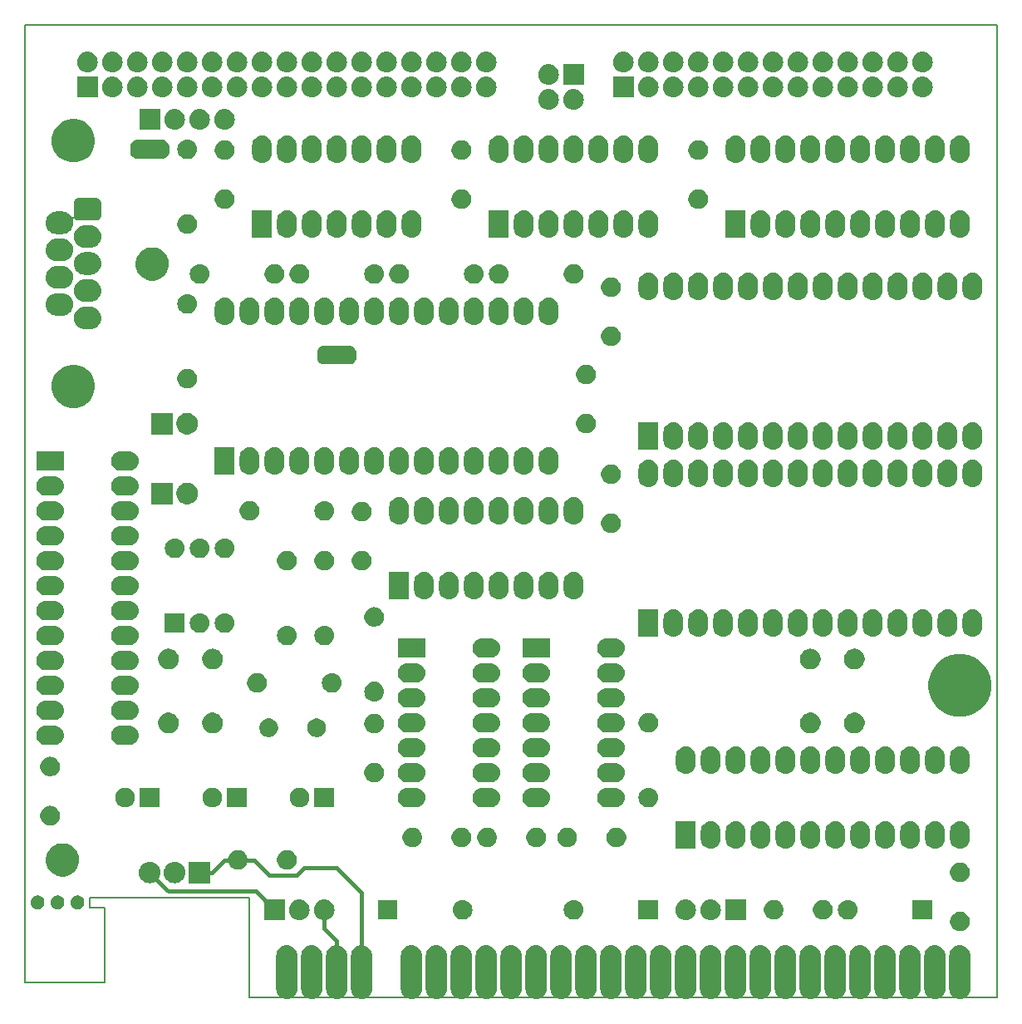
<source format=gbs>
%TF.GenerationSoftware,KiCad,Pcbnew,5.0.2-bee76a0~70~ubuntu18.10.1*%
%TF.CreationDate,2019-02-24T14:53:23+01:00*%
%TF.ProjectId,plusd,706c7573-642e-46b6-9963-61645f706362,rev?*%
%TF.SameCoordinates,Original*%
%TF.FileFunction,Soldermask,Bot*%
%TF.FilePolarity,Negative*%
%FSLAX46Y46*%
G04 Gerber Fmt 4.6, Leading zero omitted, Abs format (unit mm)*
G04 Created by KiCad (PCBNEW 5.0.2-bee76a0~70~ubuntu18.10.1) date dom 24 feb 2019 14:53:23 CET*
%MOMM*%
%LPD*%
G01*
G04 APERTURE LIST*
%ADD10C,0.150000*%
%ADD11C,0.400000*%
%ADD12C,0.100000*%
G04 APERTURE END LIST*
D10*
X71628000Y-122936000D02*
X63500000Y-122936000D01*
X71628000Y-115316000D02*
X71628000Y-122936000D01*
X70104000Y-115316000D02*
X71628000Y-115316000D01*
X70104000Y-114300000D02*
X70104000Y-115316000D01*
D11*
X95250000Y-118745000D02*
X95250000Y-120650000D01*
X93980000Y-117475000D02*
X95250000Y-118745000D01*
X93980000Y-115570000D02*
X93980000Y-117475000D01*
X86995000Y-113665000D02*
X88900000Y-115570000D01*
X86868000Y-110490000D02*
X85090000Y-110490000D01*
X86995000Y-113665000D02*
X78105000Y-113665000D01*
X88392000Y-112014000D02*
X86868000Y-110490000D01*
X91186000Y-112014000D02*
X88392000Y-112014000D01*
X91948000Y-111252000D02*
X91186000Y-112014000D01*
X95250000Y-111252000D02*
X91948000Y-111252000D01*
X97790000Y-113792000D02*
X95250000Y-111252000D01*
X97790000Y-119380000D02*
X97790000Y-113792000D01*
X77978000Y-113538000D02*
X76200000Y-111760000D01*
X82550000Y-111760000D02*
X81280000Y-111760000D01*
X83820000Y-110490000D02*
X82550000Y-111760000D01*
X85852000Y-110490000D02*
X83820000Y-110490000D01*
D10*
X86360000Y-124460000D02*
X162560000Y-124460000D01*
X86360000Y-114300000D02*
X86360000Y-124460000D01*
X70104000Y-114300000D02*
X86360000Y-114300000D01*
X162560000Y-124460000D02*
X162560000Y-25400000D01*
X63500000Y-25400000D02*
X63500000Y-122936000D01*
X162560000Y-25400000D02*
X63500000Y-25400000D01*
D12*
G36*
X156423480Y-119195757D02*
X156526119Y-119226892D01*
X156628759Y-119258027D01*
X156729881Y-119312079D01*
X156817943Y-119359149D01*
X156817945Y-119359150D01*
X156817944Y-119359150D01*
X156983765Y-119495235D01*
X157119851Y-119661055D01*
X157220973Y-119850240D01*
X157283243Y-120055520D01*
X157299000Y-120215501D01*
X157299000Y-123624499D01*
X157283243Y-123784480D01*
X157220973Y-123989760D01*
X157119851Y-124178945D01*
X156983765Y-124344765D01*
X156817945Y-124480851D01*
X156628760Y-124581973D01*
X156526120Y-124613108D01*
X156423481Y-124644243D01*
X156210000Y-124665269D01*
X155996520Y-124644243D01*
X155893881Y-124613108D01*
X155791241Y-124581973D01*
X155602056Y-124480851D01*
X155436236Y-124344765D01*
X155300150Y-124178945D01*
X155199028Y-123989760D01*
X155136758Y-123784480D01*
X155121001Y-123624499D01*
X155121000Y-120215502D01*
X155136757Y-120055521D01*
X155136758Y-120055519D01*
X155199027Y-119850242D01*
X155199027Y-119850241D01*
X155300150Y-119661056D01*
X155436235Y-119495235D01*
X155602055Y-119359149D01*
X155791240Y-119258027D01*
X155893880Y-119226892D01*
X155996519Y-119195757D01*
X156210000Y-119174731D01*
X156423480Y-119195757D01*
X156423480Y-119195757D01*
G37*
G36*
X123403480Y-119195757D02*
X123506119Y-119226892D01*
X123608759Y-119258027D01*
X123709881Y-119312079D01*
X123797943Y-119359149D01*
X123797945Y-119359150D01*
X123797944Y-119359150D01*
X123963765Y-119495235D01*
X124099851Y-119661055D01*
X124200973Y-119850240D01*
X124263243Y-120055520D01*
X124279000Y-120215501D01*
X124279000Y-123624499D01*
X124263243Y-123784480D01*
X124200973Y-123989760D01*
X124099851Y-124178945D01*
X123963765Y-124344765D01*
X123797945Y-124480851D01*
X123608760Y-124581973D01*
X123506120Y-124613108D01*
X123403481Y-124644243D01*
X123190000Y-124665269D01*
X122976520Y-124644243D01*
X122873881Y-124613108D01*
X122771241Y-124581973D01*
X122582056Y-124480851D01*
X122416236Y-124344765D01*
X122280150Y-124178945D01*
X122179028Y-123989760D01*
X122116758Y-123784480D01*
X122101001Y-123624499D01*
X122101000Y-120215502D01*
X122116757Y-120055521D01*
X122116758Y-120055519D01*
X122179027Y-119850242D01*
X122179027Y-119850241D01*
X122280150Y-119661056D01*
X122416235Y-119495235D01*
X122582055Y-119359149D01*
X122771240Y-119258027D01*
X122873880Y-119226892D01*
X122976519Y-119195757D01*
X123190000Y-119174731D01*
X123403480Y-119195757D01*
X123403480Y-119195757D01*
G37*
G36*
X90383480Y-119195757D02*
X90486119Y-119226892D01*
X90588759Y-119258027D01*
X90689881Y-119312079D01*
X90777943Y-119359149D01*
X90777945Y-119359150D01*
X90777944Y-119359150D01*
X90943765Y-119495235D01*
X91079851Y-119661055D01*
X91180973Y-119850240D01*
X91243243Y-120055520D01*
X91259000Y-120215501D01*
X91259000Y-123624499D01*
X91243243Y-123784480D01*
X91180973Y-123989760D01*
X91079851Y-124178945D01*
X90943765Y-124344765D01*
X90777945Y-124480851D01*
X90588760Y-124581973D01*
X90486120Y-124613108D01*
X90383481Y-124644243D01*
X90170000Y-124665269D01*
X89956520Y-124644243D01*
X89853881Y-124613108D01*
X89751241Y-124581973D01*
X89562056Y-124480851D01*
X89396236Y-124344765D01*
X89260150Y-124178945D01*
X89159028Y-123989760D01*
X89096758Y-123784480D01*
X89081001Y-123624499D01*
X89081000Y-120215502D01*
X89096757Y-120055521D01*
X89096758Y-120055519D01*
X89159027Y-119850242D01*
X89159027Y-119850241D01*
X89260150Y-119661056D01*
X89396235Y-119495235D01*
X89562055Y-119359149D01*
X89751240Y-119258027D01*
X89853880Y-119226892D01*
X89956519Y-119195757D01*
X90170000Y-119174731D01*
X90383480Y-119195757D01*
X90383480Y-119195757D01*
G37*
G36*
X92923480Y-119195757D02*
X93026119Y-119226892D01*
X93128759Y-119258027D01*
X93229881Y-119312079D01*
X93317943Y-119359149D01*
X93317945Y-119359150D01*
X93317944Y-119359150D01*
X93483765Y-119495235D01*
X93619851Y-119661055D01*
X93720973Y-119850240D01*
X93783243Y-120055520D01*
X93799000Y-120215501D01*
X93799000Y-123624499D01*
X93783243Y-123784480D01*
X93720973Y-123989760D01*
X93619851Y-124178945D01*
X93483765Y-124344765D01*
X93317945Y-124480851D01*
X93128760Y-124581973D01*
X93026120Y-124613108D01*
X92923481Y-124644243D01*
X92710000Y-124665269D01*
X92496520Y-124644243D01*
X92393881Y-124613108D01*
X92291241Y-124581973D01*
X92102056Y-124480851D01*
X91936236Y-124344765D01*
X91800150Y-124178945D01*
X91699028Y-123989760D01*
X91636758Y-123784480D01*
X91621001Y-123624499D01*
X91621000Y-120215502D01*
X91636757Y-120055521D01*
X91636758Y-120055519D01*
X91699027Y-119850242D01*
X91699027Y-119850241D01*
X91800150Y-119661056D01*
X91936235Y-119495235D01*
X92102055Y-119359149D01*
X92291240Y-119258027D01*
X92393880Y-119226892D01*
X92496519Y-119195757D01*
X92710000Y-119174731D01*
X92923480Y-119195757D01*
X92923480Y-119195757D01*
G37*
G36*
X95463480Y-119195757D02*
X95566119Y-119226892D01*
X95668759Y-119258027D01*
X95769881Y-119312079D01*
X95857943Y-119359149D01*
X95857945Y-119359150D01*
X95857944Y-119359150D01*
X96023765Y-119495235D01*
X96159851Y-119661055D01*
X96260973Y-119850240D01*
X96323243Y-120055520D01*
X96339000Y-120215501D01*
X96339000Y-123624499D01*
X96323243Y-123784480D01*
X96260973Y-123989760D01*
X96159851Y-124178945D01*
X96023765Y-124344765D01*
X95857945Y-124480851D01*
X95668760Y-124581973D01*
X95566120Y-124613108D01*
X95463481Y-124644243D01*
X95250000Y-124665269D01*
X95036520Y-124644243D01*
X94933881Y-124613108D01*
X94831241Y-124581973D01*
X94642056Y-124480851D01*
X94476236Y-124344765D01*
X94340150Y-124178945D01*
X94239028Y-123989760D01*
X94176758Y-123784480D01*
X94161001Y-123624499D01*
X94161000Y-120215502D01*
X94176757Y-120055521D01*
X94176758Y-120055519D01*
X94239027Y-119850242D01*
X94239027Y-119850241D01*
X94340150Y-119661056D01*
X94476235Y-119495235D01*
X94642055Y-119359149D01*
X94831240Y-119258027D01*
X94933880Y-119226892D01*
X95036519Y-119195757D01*
X95250000Y-119174731D01*
X95463480Y-119195757D01*
X95463480Y-119195757D01*
G37*
G36*
X98003480Y-119195757D02*
X98106119Y-119226892D01*
X98208759Y-119258027D01*
X98309881Y-119312079D01*
X98397943Y-119359149D01*
X98397945Y-119359150D01*
X98397944Y-119359150D01*
X98563765Y-119495235D01*
X98699851Y-119661055D01*
X98800973Y-119850240D01*
X98863243Y-120055520D01*
X98879000Y-120215501D01*
X98879000Y-123624499D01*
X98863243Y-123784480D01*
X98800973Y-123989760D01*
X98699851Y-124178945D01*
X98563765Y-124344765D01*
X98397945Y-124480851D01*
X98208760Y-124581973D01*
X98106120Y-124613108D01*
X98003481Y-124644243D01*
X97790000Y-124665269D01*
X97576520Y-124644243D01*
X97473881Y-124613108D01*
X97371241Y-124581973D01*
X97182056Y-124480851D01*
X97016236Y-124344765D01*
X96880150Y-124178945D01*
X96779028Y-123989760D01*
X96716758Y-123784480D01*
X96701001Y-123624499D01*
X96701000Y-120215502D01*
X96716757Y-120055521D01*
X96716758Y-120055519D01*
X96779027Y-119850242D01*
X96779027Y-119850241D01*
X96880150Y-119661056D01*
X97016235Y-119495235D01*
X97182055Y-119359149D01*
X97371240Y-119258027D01*
X97473880Y-119226892D01*
X97576519Y-119195757D01*
X97790000Y-119174731D01*
X98003480Y-119195757D01*
X98003480Y-119195757D01*
G37*
G36*
X103083480Y-119195757D02*
X103186119Y-119226892D01*
X103288759Y-119258027D01*
X103389881Y-119312079D01*
X103477943Y-119359149D01*
X103477945Y-119359150D01*
X103477944Y-119359150D01*
X103643765Y-119495235D01*
X103779851Y-119661055D01*
X103880973Y-119850240D01*
X103943243Y-120055520D01*
X103959000Y-120215501D01*
X103959000Y-123624499D01*
X103943243Y-123784480D01*
X103880973Y-123989760D01*
X103779851Y-124178945D01*
X103643765Y-124344765D01*
X103477945Y-124480851D01*
X103288760Y-124581973D01*
X103186120Y-124613108D01*
X103083481Y-124644243D01*
X102870000Y-124665269D01*
X102656520Y-124644243D01*
X102553881Y-124613108D01*
X102451241Y-124581973D01*
X102262056Y-124480851D01*
X102096236Y-124344765D01*
X101960150Y-124178945D01*
X101859028Y-123989760D01*
X101796758Y-123784480D01*
X101781001Y-123624499D01*
X101781000Y-120215502D01*
X101796757Y-120055521D01*
X101796758Y-120055519D01*
X101859027Y-119850242D01*
X101859027Y-119850241D01*
X101960150Y-119661056D01*
X102096235Y-119495235D01*
X102262055Y-119359149D01*
X102451240Y-119258027D01*
X102553880Y-119226892D01*
X102656519Y-119195757D01*
X102870000Y-119174731D01*
X103083480Y-119195757D01*
X103083480Y-119195757D01*
G37*
G36*
X105623480Y-119195757D02*
X105726119Y-119226892D01*
X105828759Y-119258027D01*
X105929881Y-119312079D01*
X106017943Y-119359149D01*
X106017945Y-119359150D01*
X106017944Y-119359150D01*
X106183765Y-119495235D01*
X106319851Y-119661055D01*
X106420973Y-119850240D01*
X106483243Y-120055520D01*
X106499000Y-120215501D01*
X106499000Y-123624499D01*
X106483243Y-123784480D01*
X106420973Y-123989760D01*
X106319851Y-124178945D01*
X106183765Y-124344765D01*
X106017945Y-124480851D01*
X105828760Y-124581973D01*
X105726120Y-124613108D01*
X105623481Y-124644243D01*
X105410000Y-124665269D01*
X105196520Y-124644243D01*
X105093881Y-124613108D01*
X104991241Y-124581973D01*
X104802056Y-124480851D01*
X104636236Y-124344765D01*
X104500150Y-124178945D01*
X104399028Y-123989760D01*
X104336758Y-123784480D01*
X104321001Y-123624499D01*
X104321000Y-120215502D01*
X104336757Y-120055521D01*
X104336758Y-120055519D01*
X104399027Y-119850242D01*
X104399027Y-119850241D01*
X104500150Y-119661056D01*
X104636235Y-119495235D01*
X104802055Y-119359149D01*
X104991240Y-119258027D01*
X105093880Y-119226892D01*
X105196519Y-119195757D01*
X105410000Y-119174731D01*
X105623480Y-119195757D01*
X105623480Y-119195757D01*
G37*
G36*
X108163480Y-119195757D02*
X108266119Y-119226892D01*
X108368759Y-119258027D01*
X108469881Y-119312079D01*
X108557943Y-119359149D01*
X108557945Y-119359150D01*
X108557944Y-119359150D01*
X108723765Y-119495235D01*
X108859851Y-119661055D01*
X108960973Y-119850240D01*
X109023243Y-120055520D01*
X109039000Y-120215501D01*
X109039000Y-123624499D01*
X109023243Y-123784480D01*
X108960973Y-123989760D01*
X108859851Y-124178945D01*
X108723765Y-124344765D01*
X108557945Y-124480851D01*
X108368760Y-124581973D01*
X108266120Y-124613108D01*
X108163481Y-124644243D01*
X107950000Y-124665269D01*
X107736520Y-124644243D01*
X107633881Y-124613108D01*
X107531241Y-124581973D01*
X107342056Y-124480851D01*
X107176236Y-124344765D01*
X107040150Y-124178945D01*
X106939028Y-123989760D01*
X106876758Y-123784480D01*
X106861001Y-123624499D01*
X106861000Y-120215502D01*
X106876757Y-120055521D01*
X106876758Y-120055519D01*
X106939027Y-119850242D01*
X106939027Y-119850241D01*
X107040150Y-119661056D01*
X107176235Y-119495235D01*
X107342055Y-119359149D01*
X107531240Y-119258027D01*
X107633880Y-119226892D01*
X107736519Y-119195757D01*
X107950000Y-119174731D01*
X108163480Y-119195757D01*
X108163480Y-119195757D01*
G37*
G36*
X110703480Y-119195757D02*
X110806119Y-119226892D01*
X110908759Y-119258027D01*
X111009881Y-119312079D01*
X111097943Y-119359149D01*
X111097945Y-119359150D01*
X111097944Y-119359150D01*
X111263765Y-119495235D01*
X111399851Y-119661055D01*
X111500973Y-119850240D01*
X111563243Y-120055520D01*
X111579000Y-120215501D01*
X111579000Y-123624499D01*
X111563243Y-123784480D01*
X111500973Y-123989760D01*
X111399851Y-124178945D01*
X111263765Y-124344765D01*
X111097945Y-124480851D01*
X110908760Y-124581973D01*
X110806120Y-124613108D01*
X110703481Y-124644243D01*
X110490000Y-124665269D01*
X110276520Y-124644243D01*
X110173881Y-124613108D01*
X110071241Y-124581973D01*
X109882056Y-124480851D01*
X109716236Y-124344765D01*
X109580150Y-124178945D01*
X109479028Y-123989760D01*
X109416758Y-123784480D01*
X109401001Y-123624499D01*
X109401000Y-120215502D01*
X109416757Y-120055521D01*
X109416758Y-120055519D01*
X109479027Y-119850242D01*
X109479027Y-119850241D01*
X109580150Y-119661056D01*
X109716235Y-119495235D01*
X109882055Y-119359149D01*
X110071240Y-119258027D01*
X110173880Y-119226892D01*
X110276519Y-119195757D01*
X110490000Y-119174731D01*
X110703480Y-119195757D01*
X110703480Y-119195757D01*
G37*
G36*
X113243480Y-119195757D02*
X113346119Y-119226892D01*
X113448759Y-119258027D01*
X113549881Y-119312079D01*
X113637943Y-119359149D01*
X113637945Y-119359150D01*
X113637944Y-119359150D01*
X113803765Y-119495235D01*
X113939851Y-119661055D01*
X114040973Y-119850240D01*
X114103243Y-120055520D01*
X114119000Y-120215501D01*
X114119000Y-123624499D01*
X114103243Y-123784480D01*
X114040973Y-123989760D01*
X113939851Y-124178945D01*
X113803765Y-124344765D01*
X113637945Y-124480851D01*
X113448760Y-124581973D01*
X113346120Y-124613108D01*
X113243481Y-124644243D01*
X113030000Y-124665269D01*
X112816520Y-124644243D01*
X112713881Y-124613108D01*
X112611241Y-124581973D01*
X112422056Y-124480851D01*
X112256236Y-124344765D01*
X112120150Y-124178945D01*
X112019028Y-123989760D01*
X111956758Y-123784480D01*
X111941001Y-123624499D01*
X111941000Y-120215502D01*
X111956757Y-120055521D01*
X111956758Y-120055519D01*
X112019027Y-119850242D01*
X112019027Y-119850241D01*
X112120150Y-119661056D01*
X112256235Y-119495235D01*
X112422055Y-119359149D01*
X112611240Y-119258027D01*
X112713880Y-119226892D01*
X112816519Y-119195757D01*
X113030000Y-119174731D01*
X113243480Y-119195757D01*
X113243480Y-119195757D01*
G37*
G36*
X115783480Y-119195757D02*
X115886119Y-119226892D01*
X115988759Y-119258027D01*
X116089881Y-119312079D01*
X116177943Y-119359149D01*
X116177945Y-119359150D01*
X116177944Y-119359150D01*
X116343765Y-119495235D01*
X116479851Y-119661055D01*
X116580973Y-119850240D01*
X116643243Y-120055520D01*
X116659000Y-120215501D01*
X116659000Y-123624499D01*
X116643243Y-123784480D01*
X116580973Y-123989760D01*
X116479851Y-124178945D01*
X116343765Y-124344765D01*
X116177945Y-124480851D01*
X115988760Y-124581973D01*
X115886120Y-124613108D01*
X115783481Y-124644243D01*
X115570000Y-124665269D01*
X115356520Y-124644243D01*
X115253881Y-124613108D01*
X115151241Y-124581973D01*
X114962056Y-124480851D01*
X114796236Y-124344765D01*
X114660150Y-124178945D01*
X114559028Y-123989760D01*
X114496758Y-123784480D01*
X114481001Y-123624499D01*
X114481000Y-120215502D01*
X114496757Y-120055521D01*
X114496758Y-120055519D01*
X114559027Y-119850242D01*
X114559027Y-119850241D01*
X114660150Y-119661056D01*
X114796235Y-119495235D01*
X114962055Y-119359149D01*
X115151240Y-119258027D01*
X115253880Y-119226892D01*
X115356519Y-119195757D01*
X115570000Y-119174731D01*
X115783480Y-119195757D01*
X115783480Y-119195757D01*
G37*
G36*
X118323480Y-119195757D02*
X118426119Y-119226892D01*
X118528759Y-119258027D01*
X118629881Y-119312079D01*
X118717943Y-119359149D01*
X118717945Y-119359150D01*
X118717944Y-119359150D01*
X118883765Y-119495235D01*
X119019851Y-119661055D01*
X119120973Y-119850240D01*
X119183243Y-120055520D01*
X119199000Y-120215501D01*
X119199000Y-123624499D01*
X119183243Y-123784480D01*
X119120973Y-123989760D01*
X119019851Y-124178945D01*
X118883765Y-124344765D01*
X118717945Y-124480851D01*
X118528760Y-124581973D01*
X118426120Y-124613108D01*
X118323481Y-124644243D01*
X118110000Y-124665269D01*
X117896520Y-124644243D01*
X117793881Y-124613108D01*
X117691241Y-124581973D01*
X117502056Y-124480851D01*
X117336236Y-124344765D01*
X117200150Y-124178945D01*
X117099028Y-123989760D01*
X117036758Y-123784480D01*
X117021001Y-123624499D01*
X117021000Y-120215502D01*
X117036757Y-120055521D01*
X117036758Y-120055519D01*
X117099027Y-119850242D01*
X117099027Y-119850241D01*
X117200150Y-119661056D01*
X117336235Y-119495235D01*
X117502055Y-119359149D01*
X117691240Y-119258027D01*
X117793880Y-119226892D01*
X117896519Y-119195757D01*
X118110000Y-119174731D01*
X118323480Y-119195757D01*
X118323480Y-119195757D01*
G37*
G36*
X120863480Y-119195757D02*
X120966119Y-119226892D01*
X121068759Y-119258027D01*
X121169881Y-119312079D01*
X121257943Y-119359149D01*
X121257945Y-119359150D01*
X121257944Y-119359150D01*
X121423765Y-119495235D01*
X121559851Y-119661055D01*
X121660973Y-119850240D01*
X121723243Y-120055520D01*
X121739000Y-120215501D01*
X121739000Y-123624499D01*
X121723243Y-123784480D01*
X121660973Y-123989760D01*
X121559851Y-124178945D01*
X121423765Y-124344765D01*
X121257945Y-124480851D01*
X121068760Y-124581973D01*
X120966120Y-124613108D01*
X120863481Y-124644243D01*
X120650000Y-124665269D01*
X120436520Y-124644243D01*
X120333881Y-124613108D01*
X120231241Y-124581973D01*
X120042056Y-124480851D01*
X119876236Y-124344765D01*
X119740150Y-124178945D01*
X119639028Y-123989760D01*
X119576758Y-123784480D01*
X119561001Y-123624499D01*
X119561000Y-120215502D01*
X119576757Y-120055521D01*
X119576758Y-120055519D01*
X119639027Y-119850242D01*
X119639027Y-119850241D01*
X119740150Y-119661056D01*
X119876235Y-119495235D01*
X120042055Y-119359149D01*
X120231240Y-119258027D01*
X120333880Y-119226892D01*
X120436519Y-119195757D01*
X120650000Y-119174731D01*
X120863480Y-119195757D01*
X120863480Y-119195757D01*
G37*
G36*
X125943480Y-119195757D02*
X126046119Y-119226892D01*
X126148759Y-119258027D01*
X126249881Y-119312079D01*
X126337943Y-119359149D01*
X126337945Y-119359150D01*
X126337944Y-119359150D01*
X126503765Y-119495235D01*
X126639851Y-119661055D01*
X126740973Y-119850240D01*
X126803243Y-120055520D01*
X126819000Y-120215501D01*
X126819000Y-123624499D01*
X126803243Y-123784480D01*
X126740973Y-123989760D01*
X126639851Y-124178945D01*
X126503765Y-124344765D01*
X126337945Y-124480851D01*
X126148760Y-124581973D01*
X126046120Y-124613108D01*
X125943481Y-124644243D01*
X125730000Y-124665269D01*
X125516520Y-124644243D01*
X125413881Y-124613108D01*
X125311241Y-124581973D01*
X125122056Y-124480851D01*
X124956236Y-124344765D01*
X124820150Y-124178945D01*
X124719028Y-123989760D01*
X124656758Y-123784480D01*
X124641001Y-123624499D01*
X124641000Y-120215502D01*
X124656757Y-120055521D01*
X124656758Y-120055519D01*
X124719027Y-119850242D01*
X124719027Y-119850241D01*
X124820150Y-119661056D01*
X124956235Y-119495235D01*
X125122055Y-119359149D01*
X125311240Y-119258027D01*
X125413880Y-119226892D01*
X125516519Y-119195757D01*
X125730000Y-119174731D01*
X125943480Y-119195757D01*
X125943480Y-119195757D01*
G37*
G36*
X158963480Y-119195757D02*
X159066119Y-119226892D01*
X159168759Y-119258027D01*
X159269881Y-119312079D01*
X159357943Y-119359149D01*
X159357945Y-119359150D01*
X159357944Y-119359150D01*
X159523765Y-119495235D01*
X159659851Y-119661055D01*
X159760973Y-119850240D01*
X159823243Y-120055520D01*
X159839000Y-120215501D01*
X159839000Y-123624499D01*
X159823243Y-123784480D01*
X159760973Y-123989760D01*
X159659851Y-124178945D01*
X159523765Y-124344765D01*
X159357945Y-124480851D01*
X159168760Y-124581973D01*
X159066120Y-124613108D01*
X158963481Y-124644243D01*
X158750000Y-124665269D01*
X158536520Y-124644243D01*
X158433881Y-124613108D01*
X158331241Y-124581973D01*
X158142056Y-124480851D01*
X157976236Y-124344765D01*
X157840150Y-124178945D01*
X157739028Y-123989760D01*
X157676758Y-123784480D01*
X157661001Y-123624499D01*
X157661000Y-120215502D01*
X157676757Y-120055521D01*
X157676758Y-120055519D01*
X157739027Y-119850242D01*
X157739027Y-119850241D01*
X157840150Y-119661056D01*
X157976235Y-119495235D01*
X158142055Y-119359149D01*
X158331240Y-119258027D01*
X158433880Y-119226892D01*
X158536519Y-119195757D01*
X158750000Y-119174731D01*
X158963480Y-119195757D01*
X158963480Y-119195757D01*
G37*
G36*
X153883480Y-119195757D02*
X153986119Y-119226892D01*
X154088759Y-119258027D01*
X154189881Y-119312079D01*
X154277943Y-119359149D01*
X154277945Y-119359150D01*
X154277944Y-119359150D01*
X154443765Y-119495235D01*
X154579851Y-119661055D01*
X154680973Y-119850240D01*
X154743243Y-120055520D01*
X154759000Y-120215501D01*
X154759000Y-123624499D01*
X154743243Y-123784480D01*
X154680973Y-123989760D01*
X154579851Y-124178945D01*
X154443765Y-124344765D01*
X154277945Y-124480851D01*
X154088760Y-124581973D01*
X153986120Y-124613108D01*
X153883481Y-124644243D01*
X153670000Y-124665269D01*
X153456520Y-124644243D01*
X153353881Y-124613108D01*
X153251241Y-124581973D01*
X153062056Y-124480851D01*
X152896236Y-124344765D01*
X152760150Y-124178945D01*
X152659028Y-123989760D01*
X152596758Y-123784480D01*
X152581001Y-123624499D01*
X152581000Y-120215502D01*
X152596757Y-120055521D01*
X152596758Y-120055519D01*
X152659027Y-119850242D01*
X152659027Y-119850241D01*
X152760150Y-119661056D01*
X152896235Y-119495235D01*
X153062055Y-119359149D01*
X153251240Y-119258027D01*
X153353880Y-119226892D01*
X153456519Y-119195757D01*
X153670000Y-119174731D01*
X153883480Y-119195757D01*
X153883480Y-119195757D01*
G37*
G36*
X151343480Y-119195757D02*
X151446119Y-119226892D01*
X151548759Y-119258027D01*
X151649881Y-119312079D01*
X151737943Y-119359149D01*
X151737945Y-119359150D01*
X151737944Y-119359150D01*
X151903765Y-119495235D01*
X152039851Y-119661055D01*
X152140973Y-119850240D01*
X152203243Y-120055520D01*
X152219000Y-120215501D01*
X152219000Y-123624499D01*
X152203243Y-123784480D01*
X152140973Y-123989760D01*
X152039851Y-124178945D01*
X151903765Y-124344765D01*
X151737945Y-124480851D01*
X151548760Y-124581973D01*
X151446120Y-124613108D01*
X151343481Y-124644243D01*
X151130000Y-124665269D01*
X150916520Y-124644243D01*
X150813881Y-124613108D01*
X150711241Y-124581973D01*
X150522056Y-124480851D01*
X150356236Y-124344765D01*
X150220150Y-124178945D01*
X150119028Y-123989760D01*
X150056758Y-123784480D01*
X150041001Y-123624499D01*
X150041000Y-120215502D01*
X150056757Y-120055521D01*
X150056758Y-120055519D01*
X150119027Y-119850242D01*
X150119027Y-119850241D01*
X150220150Y-119661056D01*
X150356235Y-119495235D01*
X150522055Y-119359149D01*
X150711240Y-119258027D01*
X150813880Y-119226892D01*
X150916519Y-119195757D01*
X151130000Y-119174731D01*
X151343480Y-119195757D01*
X151343480Y-119195757D01*
G37*
G36*
X148803480Y-119195757D02*
X148906119Y-119226892D01*
X149008759Y-119258027D01*
X149109881Y-119312079D01*
X149197943Y-119359149D01*
X149197945Y-119359150D01*
X149197944Y-119359150D01*
X149363765Y-119495235D01*
X149499851Y-119661055D01*
X149600973Y-119850240D01*
X149663243Y-120055520D01*
X149679000Y-120215501D01*
X149679000Y-123624499D01*
X149663243Y-123784480D01*
X149600973Y-123989760D01*
X149499851Y-124178945D01*
X149363765Y-124344765D01*
X149197945Y-124480851D01*
X149008760Y-124581973D01*
X148906120Y-124613108D01*
X148803481Y-124644243D01*
X148590000Y-124665269D01*
X148376520Y-124644243D01*
X148273881Y-124613108D01*
X148171241Y-124581973D01*
X147982056Y-124480851D01*
X147816236Y-124344765D01*
X147680150Y-124178945D01*
X147579028Y-123989760D01*
X147516758Y-123784480D01*
X147501001Y-123624499D01*
X147501000Y-120215502D01*
X147516757Y-120055521D01*
X147516758Y-120055519D01*
X147579027Y-119850242D01*
X147579027Y-119850241D01*
X147680150Y-119661056D01*
X147816235Y-119495235D01*
X147982055Y-119359149D01*
X148171240Y-119258027D01*
X148273880Y-119226892D01*
X148376519Y-119195757D01*
X148590000Y-119174731D01*
X148803480Y-119195757D01*
X148803480Y-119195757D01*
G37*
G36*
X146263480Y-119195757D02*
X146366119Y-119226892D01*
X146468759Y-119258027D01*
X146569881Y-119312079D01*
X146657943Y-119359149D01*
X146657945Y-119359150D01*
X146657944Y-119359150D01*
X146823765Y-119495235D01*
X146959851Y-119661055D01*
X147060973Y-119850240D01*
X147123243Y-120055520D01*
X147139000Y-120215501D01*
X147139000Y-123624499D01*
X147123243Y-123784480D01*
X147060973Y-123989760D01*
X146959851Y-124178945D01*
X146823765Y-124344765D01*
X146657945Y-124480851D01*
X146468760Y-124581973D01*
X146366120Y-124613108D01*
X146263481Y-124644243D01*
X146050000Y-124665269D01*
X145836520Y-124644243D01*
X145733881Y-124613108D01*
X145631241Y-124581973D01*
X145442056Y-124480851D01*
X145276236Y-124344765D01*
X145140150Y-124178945D01*
X145039028Y-123989760D01*
X144976758Y-123784480D01*
X144961001Y-123624499D01*
X144961000Y-120215502D01*
X144976757Y-120055521D01*
X144976758Y-120055519D01*
X145039027Y-119850242D01*
X145039027Y-119850241D01*
X145140150Y-119661056D01*
X145276235Y-119495235D01*
X145442055Y-119359149D01*
X145631240Y-119258027D01*
X145733880Y-119226892D01*
X145836519Y-119195757D01*
X146050000Y-119174731D01*
X146263480Y-119195757D01*
X146263480Y-119195757D01*
G37*
G36*
X143723480Y-119195757D02*
X143826119Y-119226892D01*
X143928759Y-119258027D01*
X144029881Y-119312079D01*
X144117943Y-119359149D01*
X144117945Y-119359150D01*
X144117944Y-119359150D01*
X144283765Y-119495235D01*
X144419851Y-119661055D01*
X144520973Y-119850240D01*
X144583243Y-120055520D01*
X144599000Y-120215501D01*
X144599000Y-123624499D01*
X144583243Y-123784480D01*
X144520973Y-123989760D01*
X144419851Y-124178945D01*
X144283765Y-124344765D01*
X144117945Y-124480851D01*
X143928760Y-124581973D01*
X143826120Y-124613108D01*
X143723481Y-124644243D01*
X143510000Y-124665269D01*
X143296520Y-124644243D01*
X143193881Y-124613108D01*
X143091241Y-124581973D01*
X142902056Y-124480851D01*
X142736236Y-124344765D01*
X142600150Y-124178945D01*
X142499028Y-123989760D01*
X142436758Y-123784480D01*
X142421001Y-123624499D01*
X142421000Y-120215502D01*
X142436757Y-120055521D01*
X142436758Y-120055519D01*
X142499027Y-119850242D01*
X142499027Y-119850241D01*
X142600150Y-119661056D01*
X142736235Y-119495235D01*
X142902055Y-119359149D01*
X143091240Y-119258027D01*
X143193880Y-119226892D01*
X143296519Y-119195757D01*
X143510000Y-119174731D01*
X143723480Y-119195757D01*
X143723480Y-119195757D01*
G37*
G36*
X138643480Y-119195757D02*
X138746119Y-119226892D01*
X138848759Y-119258027D01*
X138949881Y-119312079D01*
X139037943Y-119359149D01*
X139037945Y-119359150D01*
X139037944Y-119359150D01*
X139203765Y-119495235D01*
X139339851Y-119661055D01*
X139440973Y-119850240D01*
X139503243Y-120055520D01*
X139519000Y-120215501D01*
X139519000Y-123624499D01*
X139503243Y-123784480D01*
X139440973Y-123989760D01*
X139339851Y-124178945D01*
X139203765Y-124344765D01*
X139037945Y-124480851D01*
X138848760Y-124581973D01*
X138746120Y-124613108D01*
X138643481Y-124644243D01*
X138430000Y-124665269D01*
X138216520Y-124644243D01*
X138113881Y-124613108D01*
X138011241Y-124581973D01*
X137822056Y-124480851D01*
X137656236Y-124344765D01*
X137520150Y-124178945D01*
X137419028Y-123989760D01*
X137356758Y-123784480D01*
X137341001Y-123624499D01*
X137341000Y-120215502D01*
X137356757Y-120055521D01*
X137356758Y-120055519D01*
X137419027Y-119850242D01*
X137419027Y-119850241D01*
X137520150Y-119661056D01*
X137656235Y-119495235D01*
X137822055Y-119359149D01*
X138011240Y-119258027D01*
X138113880Y-119226892D01*
X138216519Y-119195757D01*
X138430000Y-119174731D01*
X138643480Y-119195757D01*
X138643480Y-119195757D01*
G37*
G36*
X136103480Y-119195757D02*
X136206119Y-119226892D01*
X136308759Y-119258027D01*
X136409881Y-119312079D01*
X136497943Y-119359149D01*
X136497945Y-119359150D01*
X136497944Y-119359150D01*
X136663765Y-119495235D01*
X136799851Y-119661055D01*
X136900973Y-119850240D01*
X136963243Y-120055520D01*
X136979000Y-120215501D01*
X136979000Y-123624499D01*
X136963243Y-123784480D01*
X136900973Y-123989760D01*
X136799851Y-124178945D01*
X136663765Y-124344765D01*
X136497945Y-124480851D01*
X136308760Y-124581973D01*
X136206120Y-124613108D01*
X136103481Y-124644243D01*
X135890000Y-124665269D01*
X135676520Y-124644243D01*
X135573881Y-124613108D01*
X135471241Y-124581973D01*
X135282056Y-124480851D01*
X135116236Y-124344765D01*
X134980150Y-124178945D01*
X134879028Y-123989760D01*
X134816758Y-123784480D01*
X134801001Y-123624499D01*
X134801000Y-120215502D01*
X134816757Y-120055521D01*
X134816758Y-120055519D01*
X134879027Y-119850242D01*
X134879027Y-119850241D01*
X134980150Y-119661056D01*
X135116235Y-119495235D01*
X135282055Y-119359149D01*
X135471240Y-119258027D01*
X135573880Y-119226892D01*
X135676519Y-119195757D01*
X135890000Y-119174731D01*
X136103480Y-119195757D01*
X136103480Y-119195757D01*
G37*
G36*
X133563480Y-119195757D02*
X133666119Y-119226892D01*
X133768759Y-119258027D01*
X133869881Y-119312079D01*
X133957943Y-119359149D01*
X133957945Y-119359150D01*
X133957944Y-119359150D01*
X134123765Y-119495235D01*
X134259851Y-119661055D01*
X134360973Y-119850240D01*
X134423243Y-120055520D01*
X134439000Y-120215501D01*
X134439000Y-123624499D01*
X134423243Y-123784480D01*
X134360973Y-123989760D01*
X134259851Y-124178945D01*
X134123765Y-124344765D01*
X133957945Y-124480851D01*
X133768760Y-124581973D01*
X133666120Y-124613108D01*
X133563481Y-124644243D01*
X133350000Y-124665269D01*
X133136520Y-124644243D01*
X133033881Y-124613108D01*
X132931241Y-124581973D01*
X132742056Y-124480851D01*
X132576236Y-124344765D01*
X132440150Y-124178945D01*
X132339028Y-123989760D01*
X132276758Y-123784480D01*
X132261001Y-123624499D01*
X132261000Y-120215502D01*
X132276757Y-120055521D01*
X132276758Y-120055519D01*
X132339027Y-119850242D01*
X132339027Y-119850241D01*
X132440150Y-119661056D01*
X132576235Y-119495235D01*
X132742055Y-119359149D01*
X132931240Y-119258027D01*
X133033880Y-119226892D01*
X133136519Y-119195757D01*
X133350000Y-119174731D01*
X133563480Y-119195757D01*
X133563480Y-119195757D01*
G37*
G36*
X131023480Y-119195757D02*
X131126119Y-119226892D01*
X131228759Y-119258027D01*
X131329881Y-119312079D01*
X131417943Y-119359149D01*
X131417945Y-119359150D01*
X131417944Y-119359150D01*
X131583765Y-119495235D01*
X131719851Y-119661055D01*
X131820973Y-119850240D01*
X131883243Y-120055520D01*
X131899000Y-120215501D01*
X131899000Y-123624499D01*
X131883243Y-123784480D01*
X131820973Y-123989760D01*
X131719851Y-124178945D01*
X131583765Y-124344765D01*
X131417945Y-124480851D01*
X131228760Y-124581973D01*
X131126120Y-124613108D01*
X131023481Y-124644243D01*
X130810000Y-124665269D01*
X130596520Y-124644243D01*
X130493881Y-124613108D01*
X130391241Y-124581973D01*
X130202056Y-124480851D01*
X130036236Y-124344765D01*
X129900150Y-124178945D01*
X129799028Y-123989760D01*
X129736758Y-123784480D01*
X129721001Y-123624499D01*
X129721000Y-120215502D01*
X129736757Y-120055521D01*
X129736758Y-120055519D01*
X129799027Y-119850242D01*
X129799027Y-119850241D01*
X129900150Y-119661056D01*
X130036235Y-119495235D01*
X130202055Y-119359149D01*
X130391240Y-119258027D01*
X130493880Y-119226892D01*
X130596519Y-119195757D01*
X130810000Y-119174731D01*
X131023480Y-119195757D01*
X131023480Y-119195757D01*
G37*
G36*
X128483480Y-119195757D02*
X128586119Y-119226892D01*
X128688759Y-119258027D01*
X128789881Y-119312079D01*
X128877943Y-119359149D01*
X128877945Y-119359150D01*
X128877944Y-119359150D01*
X129043765Y-119495235D01*
X129179851Y-119661055D01*
X129280973Y-119850240D01*
X129343243Y-120055520D01*
X129359000Y-120215501D01*
X129359000Y-123624499D01*
X129343243Y-123784480D01*
X129280973Y-123989760D01*
X129179851Y-124178945D01*
X129043765Y-124344765D01*
X128877945Y-124480851D01*
X128688760Y-124581973D01*
X128586120Y-124613108D01*
X128483481Y-124644243D01*
X128270000Y-124665269D01*
X128056520Y-124644243D01*
X127953881Y-124613108D01*
X127851241Y-124581973D01*
X127662056Y-124480851D01*
X127496236Y-124344765D01*
X127360150Y-124178945D01*
X127259028Y-123989760D01*
X127196758Y-123784480D01*
X127181001Y-123624499D01*
X127181000Y-120215502D01*
X127196757Y-120055521D01*
X127196758Y-120055519D01*
X127259027Y-119850242D01*
X127259027Y-119850241D01*
X127360150Y-119661056D01*
X127496235Y-119495235D01*
X127662055Y-119359149D01*
X127851240Y-119258027D01*
X127953880Y-119226892D01*
X128056519Y-119195757D01*
X128270000Y-119174731D01*
X128483480Y-119195757D01*
X128483480Y-119195757D01*
G37*
G36*
X141183480Y-119195757D02*
X141286119Y-119226892D01*
X141388759Y-119258027D01*
X141489881Y-119312079D01*
X141577943Y-119359149D01*
X141577945Y-119359150D01*
X141577944Y-119359150D01*
X141743765Y-119495235D01*
X141879851Y-119661055D01*
X141980973Y-119850240D01*
X142043243Y-120055520D01*
X142059000Y-120215501D01*
X142059000Y-123624499D01*
X142043243Y-123784480D01*
X141980973Y-123989760D01*
X141879851Y-124178945D01*
X141743765Y-124344765D01*
X141577945Y-124480851D01*
X141388760Y-124581973D01*
X141286120Y-124613108D01*
X141183481Y-124644243D01*
X140970000Y-124665269D01*
X140756520Y-124644243D01*
X140653881Y-124613108D01*
X140551241Y-124581973D01*
X140362056Y-124480851D01*
X140196236Y-124344765D01*
X140060150Y-124178945D01*
X139959028Y-123989760D01*
X139896758Y-123784480D01*
X139881001Y-123624499D01*
X139881000Y-120215502D01*
X139896757Y-120055521D01*
X139896758Y-120055519D01*
X139959027Y-119850242D01*
X139959027Y-119850241D01*
X140060150Y-119661056D01*
X140196235Y-119495235D01*
X140362055Y-119359149D01*
X140551240Y-119258027D01*
X140653880Y-119226892D01*
X140756519Y-119195757D01*
X140970000Y-119174731D01*
X141183480Y-119195757D01*
X141183480Y-119195757D01*
G37*
G36*
X158925770Y-115775372D02*
X159041689Y-115798429D01*
X159223678Y-115873811D01*
X159387463Y-115983249D01*
X159526751Y-116122537D01*
X159636189Y-116286322D01*
X159711571Y-116468311D01*
X159724154Y-116531571D01*
X159741744Y-116620000D01*
X159750000Y-116661509D01*
X159750000Y-116858491D01*
X159711571Y-117051689D01*
X159636189Y-117233678D01*
X159526751Y-117397463D01*
X159387463Y-117536751D01*
X159223678Y-117646189D01*
X159041689Y-117721571D01*
X158925770Y-117744628D01*
X158848493Y-117760000D01*
X158651507Y-117760000D01*
X158574230Y-117744628D01*
X158458311Y-117721571D01*
X158276322Y-117646189D01*
X158112537Y-117536751D01*
X157973249Y-117397463D01*
X157863811Y-117233678D01*
X157788429Y-117051689D01*
X157750000Y-116858491D01*
X157750000Y-116661509D01*
X157758257Y-116620000D01*
X157775846Y-116531571D01*
X157788429Y-116468311D01*
X157863811Y-116286322D01*
X157973249Y-116122537D01*
X158112537Y-115983249D01*
X158276322Y-115873811D01*
X158458311Y-115798429D01*
X158574230Y-115775372D01*
X158651507Y-115760000D01*
X158848493Y-115760000D01*
X158925770Y-115775372D01*
X158925770Y-115775372D01*
G37*
G36*
X130938707Y-114527597D02*
X131015836Y-114535193D01*
X131147787Y-114575220D01*
X131213763Y-114595233D01*
X131396172Y-114692733D01*
X131556054Y-114823946D01*
X131687267Y-114983828D01*
X131784767Y-115166237D01*
X131804780Y-115232213D01*
X131844807Y-115364164D01*
X131865080Y-115570000D01*
X131844807Y-115775836D01*
X131818765Y-115861686D01*
X131784767Y-115973763D01*
X131687267Y-116156172D01*
X131556054Y-116316054D01*
X131396172Y-116447267D01*
X131213763Y-116544767D01*
X131178281Y-116555530D01*
X131015836Y-116604807D01*
X130938707Y-116612403D01*
X130861580Y-116620000D01*
X130758420Y-116620000D01*
X130681293Y-116612403D01*
X130604164Y-116604807D01*
X130441719Y-116555530D01*
X130406237Y-116544767D01*
X130223828Y-116447267D01*
X130063946Y-116316054D01*
X129932733Y-116156172D01*
X129835233Y-115973763D01*
X129801235Y-115861686D01*
X129775193Y-115775836D01*
X129754920Y-115570000D01*
X129775193Y-115364164D01*
X129815220Y-115232213D01*
X129835233Y-115166237D01*
X129932733Y-114983828D01*
X130063946Y-114823946D01*
X130223828Y-114692733D01*
X130406237Y-114595233D01*
X130472213Y-114575220D01*
X130604164Y-114535193D01*
X130681293Y-114527597D01*
X130758420Y-114520000D01*
X130861580Y-114520000D01*
X130938707Y-114527597D01*
X130938707Y-114527597D01*
G37*
G36*
X136940000Y-116620000D02*
X134840000Y-116620000D01*
X134840000Y-114520000D01*
X136940000Y-114520000D01*
X136940000Y-116620000D01*
X136940000Y-116620000D01*
G37*
G36*
X94108707Y-114527597D02*
X94185836Y-114535193D01*
X94317787Y-114575220D01*
X94383763Y-114595233D01*
X94566172Y-114692733D01*
X94726054Y-114823946D01*
X94857267Y-114983828D01*
X94954767Y-115166237D01*
X94974780Y-115232213D01*
X95014807Y-115364164D01*
X95035080Y-115570000D01*
X95014807Y-115775836D01*
X94988765Y-115861686D01*
X94954767Y-115973763D01*
X94857267Y-116156172D01*
X94726054Y-116316054D01*
X94566172Y-116447267D01*
X94383763Y-116544767D01*
X94348281Y-116555530D01*
X94185836Y-116604807D01*
X94108707Y-116612403D01*
X94031580Y-116620000D01*
X93928420Y-116620000D01*
X93851293Y-116612403D01*
X93774164Y-116604807D01*
X93611719Y-116555530D01*
X93576237Y-116544767D01*
X93393828Y-116447267D01*
X93233946Y-116316054D01*
X93102733Y-116156172D01*
X93005233Y-115973763D01*
X92971235Y-115861686D01*
X92945193Y-115775836D01*
X92924920Y-115570000D01*
X92945193Y-115364164D01*
X92985220Y-115232213D01*
X93005233Y-115166237D01*
X93102733Y-114983828D01*
X93233946Y-114823946D01*
X93393828Y-114692733D01*
X93576237Y-114595233D01*
X93642213Y-114575220D01*
X93774164Y-114535193D01*
X93851293Y-114527597D01*
X93928420Y-114520000D01*
X94031580Y-114520000D01*
X94108707Y-114527597D01*
X94108707Y-114527597D01*
G37*
G36*
X91568707Y-114527597D02*
X91645836Y-114535193D01*
X91777787Y-114575220D01*
X91843763Y-114595233D01*
X92026172Y-114692733D01*
X92186054Y-114823946D01*
X92317267Y-114983828D01*
X92414767Y-115166237D01*
X92434780Y-115232213D01*
X92474807Y-115364164D01*
X92495080Y-115570000D01*
X92474807Y-115775836D01*
X92448765Y-115861686D01*
X92414767Y-115973763D01*
X92317267Y-116156172D01*
X92186054Y-116316054D01*
X92026172Y-116447267D01*
X91843763Y-116544767D01*
X91808281Y-116555530D01*
X91645836Y-116604807D01*
X91568707Y-116612403D01*
X91491580Y-116620000D01*
X91388420Y-116620000D01*
X91311293Y-116612403D01*
X91234164Y-116604807D01*
X91071719Y-116555530D01*
X91036237Y-116544767D01*
X90853828Y-116447267D01*
X90693946Y-116316054D01*
X90562733Y-116156172D01*
X90465233Y-115973763D01*
X90431235Y-115861686D01*
X90405193Y-115775836D01*
X90384920Y-115570000D01*
X90405193Y-115364164D01*
X90445220Y-115232213D01*
X90465233Y-115166237D01*
X90562733Y-114983828D01*
X90693946Y-114823946D01*
X90853828Y-114692733D01*
X91036237Y-114595233D01*
X91102213Y-114575220D01*
X91234164Y-114535193D01*
X91311293Y-114527597D01*
X91388420Y-114520000D01*
X91491580Y-114520000D01*
X91568707Y-114527597D01*
X91568707Y-114527597D01*
G37*
G36*
X89950000Y-116620000D02*
X87850000Y-116620000D01*
X87850000Y-114520000D01*
X89950000Y-114520000D01*
X89950000Y-116620000D01*
X89950000Y-116620000D01*
G37*
G36*
X133478707Y-114527597D02*
X133555836Y-114535193D01*
X133687787Y-114575220D01*
X133753763Y-114595233D01*
X133936172Y-114692733D01*
X134096054Y-114823946D01*
X134227267Y-114983828D01*
X134324767Y-115166237D01*
X134344780Y-115232213D01*
X134384807Y-115364164D01*
X134405080Y-115570000D01*
X134384807Y-115775836D01*
X134358765Y-115861686D01*
X134324767Y-115973763D01*
X134227267Y-116156172D01*
X134096054Y-116316054D01*
X133936172Y-116447267D01*
X133753763Y-116544767D01*
X133718281Y-116555530D01*
X133555836Y-116604807D01*
X133478707Y-116612403D01*
X133401580Y-116620000D01*
X133298420Y-116620000D01*
X133221293Y-116612403D01*
X133144164Y-116604807D01*
X132981719Y-116555530D01*
X132946237Y-116544767D01*
X132763828Y-116447267D01*
X132603946Y-116316054D01*
X132472733Y-116156172D01*
X132375233Y-115973763D01*
X132341235Y-115861686D01*
X132315193Y-115775836D01*
X132294920Y-115570000D01*
X132315193Y-115364164D01*
X132355220Y-115232213D01*
X132375233Y-115166237D01*
X132472733Y-114983828D01*
X132603946Y-114823946D01*
X132763828Y-114692733D01*
X132946237Y-114595233D01*
X133012213Y-114575220D01*
X133144164Y-114535193D01*
X133221293Y-114527597D01*
X133298420Y-114520000D01*
X133401580Y-114520000D01*
X133478707Y-114527597D01*
X133478707Y-114527597D01*
G37*
G36*
X147516030Y-114584469D02*
X147516033Y-114584470D01*
X147516034Y-114584470D01*
X147704535Y-114641651D01*
X147704537Y-114641652D01*
X147878260Y-114734509D01*
X148030528Y-114859472D01*
X148155491Y-115011740D01*
X148155492Y-115011742D01*
X148248349Y-115185465D01*
X148302557Y-115364166D01*
X148305531Y-115373970D01*
X148324838Y-115570000D01*
X148305531Y-115766030D01*
X148305530Y-115766033D01*
X148305530Y-115766034D01*
X148302557Y-115775836D01*
X148248348Y-115954537D01*
X148155491Y-116128260D01*
X148030528Y-116280528D01*
X147878260Y-116405491D01*
X147704537Y-116498348D01*
X147704535Y-116498349D01*
X147516034Y-116555530D01*
X147516033Y-116555530D01*
X147516030Y-116555531D01*
X147369124Y-116570000D01*
X147270876Y-116570000D01*
X147123970Y-116555531D01*
X147123967Y-116555530D01*
X147123966Y-116555530D01*
X146935465Y-116498349D01*
X146935463Y-116498348D01*
X146761740Y-116405491D01*
X146609472Y-116280528D01*
X146484509Y-116128260D01*
X146391652Y-115954537D01*
X146337444Y-115775836D01*
X146334470Y-115766034D01*
X146334470Y-115766033D01*
X146334469Y-115766030D01*
X146315162Y-115570000D01*
X146334469Y-115373970D01*
X146337443Y-115364166D01*
X146391651Y-115185465D01*
X146484508Y-115011742D01*
X146484509Y-115011740D01*
X146609472Y-114859472D01*
X146761740Y-114734509D01*
X146935463Y-114641652D01*
X146935465Y-114641651D01*
X147123966Y-114584470D01*
X147123967Y-114584470D01*
X147123970Y-114584469D01*
X147270876Y-114570000D01*
X147369124Y-114570000D01*
X147516030Y-114584469D01*
X147516030Y-114584469D01*
G37*
G36*
X101457000Y-116570000D02*
X99457000Y-116570000D01*
X99457000Y-114570000D01*
X101457000Y-114570000D01*
X101457000Y-116570000D01*
X101457000Y-116570000D01*
G37*
G36*
X119576030Y-114584469D02*
X119576033Y-114584470D01*
X119576034Y-114584470D01*
X119764535Y-114641651D01*
X119764537Y-114641652D01*
X119938260Y-114734509D01*
X120090528Y-114859472D01*
X120215491Y-115011740D01*
X120215492Y-115011742D01*
X120308349Y-115185465D01*
X120362557Y-115364166D01*
X120365531Y-115373970D01*
X120384838Y-115570000D01*
X120365531Y-115766030D01*
X120365530Y-115766033D01*
X120365530Y-115766034D01*
X120362557Y-115775836D01*
X120308348Y-115954537D01*
X120215491Y-116128260D01*
X120090528Y-116280528D01*
X119938260Y-116405491D01*
X119764537Y-116498348D01*
X119764535Y-116498349D01*
X119576034Y-116555530D01*
X119576033Y-116555530D01*
X119576030Y-116555531D01*
X119429124Y-116570000D01*
X119330876Y-116570000D01*
X119183970Y-116555531D01*
X119183967Y-116555530D01*
X119183966Y-116555530D01*
X118995465Y-116498349D01*
X118995463Y-116498348D01*
X118821740Y-116405491D01*
X118669472Y-116280528D01*
X118544509Y-116128260D01*
X118451652Y-115954537D01*
X118397444Y-115775836D01*
X118394470Y-115766034D01*
X118394470Y-115766033D01*
X118394469Y-115766030D01*
X118375162Y-115570000D01*
X118394469Y-115373970D01*
X118397443Y-115364166D01*
X118451651Y-115185465D01*
X118544508Y-115011742D01*
X118544509Y-115011740D01*
X118669472Y-114859472D01*
X118821740Y-114734509D01*
X118995463Y-114641652D01*
X118995465Y-114641651D01*
X119183966Y-114584470D01*
X119183967Y-114584470D01*
X119183970Y-114584469D01*
X119330876Y-114570000D01*
X119429124Y-114570000D01*
X119576030Y-114584469D01*
X119576030Y-114584469D01*
G37*
G36*
X128000000Y-116570000D02*
X126000000Y-116570000D01*
X126000000Y-114570000D01*
X128000000Y-114570000D01*
X128000000Y-116570000D01*
X128000000Y-116570000D01*
G37*
G36*
X108273030Y-114584469D02*
X108273033Y-114584470D01*
X108273034Y-114584470D01*
X108461535Y-114641651D01*
X108461537Y-114641652D01*
X108635260Y-114734509D01*
X108787528Y-114859472D01*
X108912491Y-115011740D01*
X108912492Y-115011742D01*
X109005349Y-115185465D01*
X109059557Y-115364166D01*
X109062531Y-115373970D01*
X109081838Y-115570000D01*
X109062531Y-115766030D01*
X109062530Y-115766033D01*
X109062530Y-115766034D01*
X109059557Y-115775836D01*
X109005348Y-115954537D01*
X108912491Y-116128260D01*
X108787528Y-116280528D01*
X108635260Y-116405491D01*
X108461537Y-116498348D01*
X108461535Y-116498349D01*
X108273034Y-116555530D01*
X108273033Y-116555530D01*
X108273030Y-116555531D01*
X108126124Y-116570000D01*
X108027876Y-116570000D01*
X107880970Y-116555531D01*
X107880967Y-116555530D01*
X107880966Y-116555530D01*
X107692465Y-116498349D01*
X107692463Y-116498348D01*
X107518740Y-116405491D01*
X107366472Y-116280528D01*
X107241509Y-116128260D01*
X107148652Y-115954537D01*
X107094444Y-115775836D01*
X107091470Y-115766034D01*
X107091470Y-115766033D01*
X107091469Y-115766030D01*
X107072162Y-115570000D01*
X107091469Y-115373970D01*
X107094443Y-115364166D01*
X107148651Y-115185465D01*
X107241508Y-115011742D01*
X107241509Y-115011740D01*
X107366472Y-114859472D01*
X107518740Y-114734509D01*
X107692463Y-114641652D01*
X107692465Y-114641651D01*
X107880966Y-114584470D01*
X107880967Y-114584470D01*
X107880970Y-114584469D01*
X108027876Y-114570000D01*
X108126124Y-114570000D01*
X108273030Y-114584469D01*
X108273030Y-114584469D01*
G37*
G36*
X144955770Y-114585372D02*
X145071689Y-114608429D01*
X145253678Y-114683811D01*
X145417463Y-114793249D01*
X145556751Y-114932537D01*
X145666189Y-115096322D01*
X145741571Y-115278311D01*
X145780000Y-115471509D01*
X145780000Y-115668491D01*
X145741571Y-115861689D01*
X145666189Y-116043678D01*
X145556751Y-116207463D01*
X145417463Y-116346751D01*
X145253678Y-116456189D01*
X145071689Y-116531571D01*
X144955770Y-116554628D01*
X144878493Y-116570000D01*
X144681507Y-116570000D01*
X144604230Y-116554628D01*
X144488311Y-116531571D01*
X144306322Y-116456189D01*
X144142537Y-116346751D01*
X144003249Y-116207463D01*
X143893811Y-116043678D01*
X143818429Y-115861689D01*
X143780000Y-115668491D01*
X143780000Y-115471509D01*
X143818429Y-115278311D01*
X143893811Y-115096322D01*
X144003249Y-114932537D01*
X144142537Y-114793249D01*
X144306322Y-114683811D01*
X144488311Y-114608429D01*
X144604230Y-114585372D01*
X144681507Y-114570000D01*
X144878493Y-114570000D01*
X144955770Y-114585372D01*
X144955770Y-114585372D01*
G37*
G36*
X155940000Y-116570000D02*
X153940000Y-116570000D01*
X153940000Y-114570000D01*
X155940000Y-114570000D01*
X155940000Y-116570000D01*
X155940000Y-116570000D01*
G37*
G36*
X139955770Y-114585372D02*
X140071689Y-114608429D01*
X140253678Y-114683811D01*
X140417463Y-114793249D01*
X140556751Y-114932537D01*
X140666189Y-115096322D01*
X140741571Y-115278311D01*
X140780000Y-115471509D01*
X140780000Y-115668491D01*
X140741571Y-115861689D01*
X140666189Y-116043678D01*
X140556751Y-116207463D01*
X140417463Y-116346751D01*
X140253678Y-116456189D01*
X140071689Y-116531571D01*
X139955770Y-116554628D01*
X139878493Y-116570000D01*
X139681507Y-116570000D01*
X139604230Y-116554628D01*
X139488311Y-116531571D01*
X139306322Y-116456189D01*
X139142537Y-116346751D01*
X139003249Y-116207463D01*
X138893811Y-116043678D01*
X138818429Y-115861689D01*
X138780000Y-115668491D01*
X138780000Y-115471509D01*
X138818429Y-115278311D01*
X138893811Y-115096322D01*
X139003249Y-114932537D01*
X139142537Y-114793249D01*
X139306322Y-114683811D01*
X139488311Y-114608429D01*
X139604230Y-114585372D01*
X139681507Y-114570000D01*
X139878493Y-114570000D01*
X139955770Y-114585372D01*
X139955770Y-114585372D01*
G37*
G36*
X64974183Y-114134900D02*
X65101574Y-114187668D01*
X65216225Y-114264275D01*
X65313725Y-114361775D01*
X65390332Y-114476426D01*
X65443100Y-114603817D01*
X65470000Y-114739055D01*
X65470000Y-114876945D01*
X65443100Y-115012183D01*
X65390332Y-115139574D01*
X65372517Y-115166237D01*
X65313725Y-115254225D01*
X65216225Y-115351725D01*
X65101574Y-115428332D01*
X64974183Y-115481100D01*
X64838945Y-115508000D01*
X64701055Y-115508000D01*
X64565817Y-115481100D01*
X64438426Y-115428332D01*
X64323775Y-115351725D01*
X64226275Y-115254225D01*
X64167484Y-115166237D01*
X64149668Y-115139574D01*
X64096900Y-115012183D01*
X64070000Y-114876945D01*
X64070000Y-114739055D01*
X64096900Y-114603817D01*
X64149668Y-114476426D01*
X64226275Y-114361775D01*
X64323775Y-114264275D01*
X64438426Y-114187668D01*
X64565817Y-114134900D01*
X64701055Y-114108000D01*
X64838945Y-114108000D01*
X64974183Y-114134900D01*
X64974183Y-114134900D01*
G37*
G36*
X67006183Y-114134900D02*
X67133574Y-114187668D01*
X67248225Y-114264275D01*
X67345725Y-114361775D01*
X67422332Y-114476426D01*
X67475100Y-114603817D01*
X67502000Y-114739055D01*
X67502000Y-114876945D01*
X67475100Y-115012183D01*
X67422332Y-115139574D01*
X67404517Y-115166237D01*
X67345725Y-115254225D01*
X67248225Y-115351725D01*
X67133574Y-115428332D01*
X67006183Y-115481100D01*
X66870945Y-115508000D01*
X66733055Y-115508000D01*
X66597817Y-115481100D01*
X66470426Y-115428332D01*
X66355775Y-115351725D01*
X66258275Y-115254225D01*
X66199484Y-115166237D01*
X66181668Y-115139574D01*
X66128900Y-115012183D01*
X66102000Y-114876945D01*
X66102000Y-114739055D01*
X66128900Y-114603817D01*
X66181668Y-114476426D01*
X66258275Y-114361775D01*
X66355775Y-114264275D01*
X66470426Y-114187668D01*
X66597817Y-114134900D01*
X66733055Y-114108000D01*
X66870945Y-114108000D01*
X67006183Y-114134900D01*
X67006183Y-114134900D01*
G37*
G36*
X69038183Y-114134900D02*
X69165574Y-114187668D01*
X69280225Y-114264275D01*
X69377725Y-114361775D01*
X69454332Y-114476426D01*
X69507100Y-114603817D01*
X69534000Y-114739055D01*
X69534000Y-114876945D01*
X69507100Y-115012183D01*
X69454332Y-115139574D01*
X69436517Y-115166237D01*
X69377725Y-115254225D01*
X69280225Y-115351725D01*
X69165574Y-115428332D01*
X69038183Y-115481100D01*
X68902945Y-115508000D01*
X68765055Y-115508000D01*
X68629817Y-115481100D01*
X68502426Y-115428332D01*
X68387775Y-115351725D01*
X68290275Y-115254225D01*
X68231484Y-115166237D01*
X68213668Y-115139574D01*
X68160900Y-115012183D01*
X68134000Y-114876945D01*
X68134000Y-114739055D01*
X68160900Y-114603817D01*
X68213668Y-114476426D01*
X68290275Y-114361775D01*
X68387775Y-114264275D01*
X68502426Y-114187668D01*
X68629817Y-114134900D01*
X68765055Y-114108000D01*
X68902945Y-114108000D01*
X69038183Y-114134900D01*
X69038183Y-114134900D01*
G37*
G36*
X82380000Y-112860000D02*
X80180000Y-112860000D01*
X80180000Y-110660000D01*
X82380000Y-110660000D01*
X82380000Y-112860000D01*
X82380000Y-112860000D01*
G37*
G36*
X78955639Y-110675916D02*
X79162986Y-110738815D01*
X79162988Y-110738816D01*
X79354084Y-110840958D01*
X79521581Y-110978419D01*
X79659042Y-111145916D01*
X79723629Y-111266751D01*
X79761185Y-111337014D01*
X79824084Y-111544361D01*
X79824084Y-111544362D01*
X79845322Y-111760000D01*
X79824084Y-111975638D01*
X79761184Y-112182988D01*
X79659042Y-112374084D01*
X79521581Y-112541581D01*
X79354084Y-112679042D01*
X79162988Y-112781184D01*
X79162986Y-112781185D01*
X78955639Y-112844084D01*
X78794038Y-112860000D01*
X78685962Y-112860000D01*
X78524361Y-112844084D01*
X78317014Y-112781185D01*
X78317012Y-112781184D01*
X78125916Y-112679042D01*
X77958419Y-112541581D01*
X77820958Y-112374084D01*
X77718816Y-112182988D01*
X77655916Y-111975638D01*
X77634678Y-111760000D01*
X77655916Y-111544362D01*
X77655916Y-111544361D01*
X77718815Y-111337014D01*
X77756371Y-111266751D01*
X77820958Y-111145916D01*
X77958419Y-110978419D01*
X78125916Y-110840958D01*
X78317012Y-110738816D01*
X78317014Y-110738815D01*
X78524361Y-110675916D01*
X78685962Y-110660000D01*
X78794038Y-110660000D01*
X78955639Y-110675916D01*
X78955639Y-110675916D01*
G37*
G36*
X76415639Y-110675916D02*
X76622986Y-110738815D01*
X76622988Y-110738816D01*
X76814084Y-110840958D01*
X76981581Y-110978419D01*
X77119042Y-111145916D01*
X77183629Y-111266751D01*
X77221185Y-111337014D01*
X77284084Y-111544361D01*
X77284084Y-111544362D01*
X77305322Y-111760000D01*
X77284084Y-111975638D01*
X77221184Y-112182988D01*
X77119042Y-112374084D01*
X76981581Y-112541581D01*
X76814084Y-112679042D01*
X76622988Y-112781184D01*
X76622986Y-112781185D01*
X76415639Y-112844084D01*
X76254038Y-112860000D01*
X76145962Y-112860000D01*
X75984361Y-112844084D01*
X75777014Y-112781185D01*
X75777012Y-112781184D01*
X75585916Y-112679042D01*
X75418419Y-112541581D01*
X75280958Y-112374084D01*
X75178816Y-112182988D01*
X75115916Y-111975638D01*
X75094678Y-111760000D01*
X75115916Y-111544362D01*
X75115916Y-111544361D01*
X75178815Y-111337014D01*
X75216371Y-111266751D01*
X75280958Y-111145916D01*
X75418419Y-110978419D01*
X75585916Y-110840958D01*
X75777012Y-110738816D01*
X75777014Y-110738815D01*
X75984361Y-110675916D01*
X76145962Y-110660000D01*
X76254038Y-110660000D01*
X76415639Y-110675916D01*
X76415639Y-110675916D01*
G37*
G36*
X158925770Y-110775372D02*
X159041689Y-110798429D01*
X159223678Y-110873811D01*
X159387463Y-110983249D01*
X159526751Y-111122537D01*
X159636189Y-111286322D01*
X159711571Y-111468311D01*
X159750000Y-111661509D01*
X159750000Y-111858491D01*
X159711571Y-112051689D01*
X159636189Y-112233678D01*
X159526751Y-112397463D01*
X159387463Y-112536751D01*
X159223678Y-112646189D01*
X159041689Y-112721571D01*
X158925770Y-112744628D01*
X158848493Y-112760000D01*
X158651507Y-112760000D01*
X158574230Y-112744628D01*
X158458311Y-112721571D01*
X158276322Y-112646189D01*
X158112537Y-112536751D01*
X157973249Y-112397463D01*
X157863811Y-112233678D01*
X157788429Y-112051689D01*
X157750000Y-111858491D01*
X157750000Y-111661509D01*
X157788429Y-111468311D01*
X157863811Y-111286322D01*
X157973249Y-111122537D01*
X158112537Y-110983249D01*
X158276322Y-110873811D01*
X158458311Y-110798429D01*
X158574230Y-110775372D01*
X158651507Y-110760000D01*
X158848493Y-110760000D01*
X158925770Y-110775372D01*
X158925770Y-110775372D01*
G37*
G36*
X67696393Y-108833553D02*
X67805872Y-108855330D01*
X68115252Y-108983479D01*
X68393687Y-109169523D01*
X68630477Y-109406313D01*
X68816521Y-109684748D01*
X68944670Y-109994128D01*
X68949085Y-110016325D01*
X69010000Y-110322563D01*
X69010000Y-110657437D01*
X68981955Y-110798429D01*
X68944670Y-110985872D01*
X68816521Y-111295252D01*
X68630477Y-111573687D01*
X68393687Y-111810477D01*
X68115252Y-111996521D01*
X67805872Y-112124670D01*
X67696393Y-112146447D01*
X67477437Y-112190000D01*
X67142563Y-112190000D01*
X66923607Y-112146447D01*
X66814128Y-112124670D01*
X66504748Y-111996521D01*
X66226313Y-111810477D01*
X65989523Y-111573687D01*
X65803479Y-111295252D01*
X65675330Y-110985872D01*
X65638045Y-110798429D01*
X65610000Y-110657437D01*
X65610000Y-110322563D01*
X65670915Y-110016325D01*
X65675330Y-109994128D01*
X65803479Y-109684748D01*
X65989523Y-109406313D01*
X66226313Y-109169523D01*
X66504748Y-108983479D01*
X66814128Y-108855330D01*
X66923607Y-108833553D01*
X67142563Y-108790000D01*
X67477437Y-108790000D01*
X67696393Y-108833553D01*
X67696393Y-108833553D01*
G37*
G36*
X90345770Y-109505372D02*
X90461689Y-109528429D01*
X90643678Y-109603811D01*
X90807463Y-109713249D01*
X90946751Y-109852537D01*
X91056189Y-110016322D01*
X91131571Y-110198311D01*
X91170000Y-110391509D01*
X91170000Y-110588491D01*
X91131571Y-110781689D01*
X91056189Y-110963678D01*
X90946751Y-111127463D01*
X90807463Y-111266751D01*
X90643678Y-111376189D01*
X90461689Y-111451571D01*
X90345770Y-111474628D01*
X90268493Y-111490000D01*
X90071507Y-111490000D01*
X89994230Y-111474628D01*
X89878311Y-111451571D01*
X89696322Y-111376189D01*
X89532537Y-111266751D01*
X89393249Y-111127463D01*
X89283811Y-110963678D01*
X89208429Y-110781689D01*
X89170000Y-110588491D01*
X89170000Y-110391509D01*
X89208429Y-110198311D01*
X89283811Y-110016322D01*
X89393249Y-109852537D01*
X89532537Y-109713249D01*
X89696322Y-109603811D01*
X89878311Y-109528429D01*
X89994230Y-109505372D01*
X90071507Y-109490000D01*
X90268493Y-109490000D01*
X90345770Y-109505372D01*
X90345770Y-109505372D01*
G37*
G36*
X85345770Y-109505372D02*
X85461689Y-109528429D01*
X85643678Y-109603811D01*
X85807463Y-109713249D01*
X85946751Y-109852537D01*
X86056189Y-110016322D01*
X86131571Y-110198311D01*
X86170000Y-110391509D01*
X86170000Y-110588491D01*
X86131571Y-110781689D01*
X86056189Y-110963678D01*
X85946751Y-111127463D01*
X85807463Y-111266751D01*
X85643678Y-111376189D01*
X85461689Y-111451571D01*
X85345770Y-111474628D01*
X85268493Y-111490000D01*
X85071507Y-111490000D01*
X84994230Y-111474628D01*
X84878311Y-111451571D01*
X84696322Y-111376189D01*
X84532537Y-111266751D01*
X84393249Y-111127463D01*
X84283811Y-110963678D01*
X84208429Y-110781689D01*
X84170000Y-110588491D01*
X84170000Y-110391509D01*
X84208429Y-110198311D01*
X84283811Y-110016322D01*
X84393249Y-109852537D01*
X84532537Y-109713249D01*
X84696322Y-109603811D01*
X84878311Y-109528429D01*
X84994230Y-109505372D01*
X85071507Y-109490000D01*
X85268493Y-109490000D01*
X85345770Y-109505372D01*
X85345770Y-109505372D01*
G37*
G36*
X158946029Y-106564469D02*
X158946032Y-106564470D01*
X158946033Y-106564470D01*
X159134534Y-106621651D01*
X159134536Y-106621652D01*
X159134539Y-106621653D01*
X159308258Y-106714507D01*
X159460528Y-106839472D01*
X159585491Y-106991740D01*
X159585492Y-106991742D01*
X159678349Y-107165465D01*
X159735530Y-107353966D01*
X159735531Y-107353970D01*
X159750000Y-107500876D01*
X159750000Y-108399123D01*
X159735531Y-108546031D01*
X159678349Y-108734536D01*
X159585491Y-108908260D01*
X159460528Y-109060528D01*
X159308260Y-109185491D01*
X159308258Y-109185492D01*
X159134535Y-109278349D01*
X158946034Y-109335530D01*
X158946033Y-109335530D01*
X158946030Y-109335531D01*
X158750000Y-109354838D01*
X158553971Y-109335531D01*
X158553968Y-109335530D01*
X158553967Y-109335530D01*
X158365466Y-109278349D01*
X158191743Y-109185492D01*
X158191741Y-109185491D01*
X158039473Y-109060528D01*
X157914510Y-108908260D01*
X157821651Y-108734533D01*
X157764469Y-108546035D01*
X157750000Y-108399124D01*
X157750000Y-107500877D01*
X157764469Y-107353971D01*
X157764470Y-107353967D01*
X157821651Y-107165466D01*
X157821652Y-107165464D01*
X157821653Y-107165461D01*
X157914507Y-106991742D01*
X158039472Y-106839472D01*
X158191740Y-106714509D01*
X158365463Y-106621652D01*
X158365465Y-106621651D01*
X158553966Y-106564470D01*
X158553967Y-106564470D01*
X158553970Y-106564469D01*
X158750000Y-106545162D01*
X158946029Y-106564469D01*
X158946029Y-106564469D01*
G37*
G36*
X156406029Y-106564469D02*
X156406032Y-106564470D01*
X156406033Y-106564470D01*
X156594534Y-106621651D01*
X156594536Y-106621652D01*
X156594539Y-106621653D01*
X156768258Y-106714507D01*
X156920528Y-106839472D01*
X157045491Y-106991740D01*
X157045492Y-106991742D01*
X157138349Y-107165465D01*
X157195530Y-107353966D01*
X157195531Y-107353970D01*
X157210000Y-107500876D01*
X157210000Y-108399123D01*
X157195531Y-108546031D01*
X157138349Y-108734536D01*
X157045491Y-108908260D01*
X156920528Y-109060528D01*
X156768260Y-109185491D01*
X156768258Y-109185492D01*
X156594535Y-109278349D01*
X156406034Y-109335530D01*
X156406033Y-109335530D01*
X156406030Y-109335531D01*
X156210000Y-109354838D01*
X156013971Y-109335531D01*
X156013968Y-109335530D01*
X156013967Y-109335530D01*
X155825466Y-109278349D01*
X155651743Y-109185492D01*
X155651741Y-109185491D01*
X155499473Y-109060528D01*
X155374510Y-108908260D01*
X155281651Y-108734533D01*
X155224469Y-108546035D01*
X155210000Y-108399124D01*
X155210000Y-107500877D01*
X155224469Y-107353971D01*
X155224470Y-107353967D01*
X155281651Y-107165466D01*
X155281652Y-107165464D01*
X155281653Y-107165461D01*
X155374507Y-106991742D01*
X155499472Y-106839472D01*
X155651740Y-106714509D01*
X155825463Y-106621652D01*
X155825465Y-106621651D01*
X156013966Y-106564470D01*
X156013967Y-106564470D01*
X156013970Y-106564469D01*
X156210000Y-106545162D01*
X156406029Y-106564469D01*
X156406029Y-106564469D01*
G37*
G36*
X153866029Y-106564469D02*
X153866032Y-106564470D01*
X153866033Y-106564470D01*
X154054534Y-106621651D01*
X154054536Y-106621652D01*
X154054539Y-106621653D01*
X154228258Y-106714507D01*
X154380528Y-106839472D01*
X154505491Y-106991740D01*
X154505492Y-106991742D01*
X154598349Y-107165465D01*
X154655530Y-107353966D01*
X154655531Y-107353970D01*
X154670000Y-107500876D01*
X154670000Y-108399123D01*
X154655531Y-108546031D01*
X154598349Y-108734536D01*
X154505491Y-108908260D01*
X154380528Y-109060528D01*
X154228260Y-109185491D01*
X154228258Y-109185492D01*
X154054535Y-109278349D01*
X153866034Y-109335530D01*
X153866033Y-109335530D01*
X153866030Y-109335531D01*
X153670000Y-109354838D01*
X153473971Y-109335531D01*
X153473968Y-109335530D01*
X153473967Y-109335530D01*
X153285466Y-109278349D01*
X153111743Y-109185492D01*
X153111741Y-109185491D01*
X152959473Y-109060528D01*
X152834510Y-108908260D01*
X152741651Y-108734533D01*
X152684469Y-108546035D01*
X152670000Y-108399124D01*
X152670000Y-107500877D01*
X152684469Y-107353971D01*
X152684470Y-107353967D01*
X152741651Y-107165466D01*
X152741652Y-107165464D01*
X152741653Y-107165461D01*
X152834507Y-106991742D01*
X152959472Y-106839472D01*
X153111740Y-106714509D01*
X153285463Y-106621652D01*
X153285465Y-106621651D01*
X153473966Y-106564470D01*
X153473967Y-106564470D01*
X153473970Y-106564469D01*
X153670000Y-106545162D01*
X153866029Y-106564469D01*
X153866029Y-106564469D01*
G37*
G36*
X151326029Y-106564469D02*
X151326032Y-106564470D01*
X151326033Y-106564470D01*
X151514534Y-106621651D01*
X151514536Y-106621652D01*
X151514539Y-106621653D01*
X151688258Y-106714507D01*
X151840528Y-106839472D01*
X151965491Y-106991740D01*
X151965492Y-106991742D01*
X152058349Y-107165465D01*
X152115530Y-107353966D01*
X152115531Y-107353970D01*
X152130000Y-107500876D01*
X152130000Y-108399123D01*
X152115531Y-108546031D01*
X152058349Y-108734536D01*
X151965491Y-108908260D01*
X151840528Y-109060528D01*
X151688260Y-109185491D01*
X151688258Y-109185492D01*
X151514535Y-109278349D01*
X151326034Y-109335530D01*
X151326033Y-109335530D01*
X151326030Y-109335531D01*
X151130000Y-109354838D01*
X150933971Y-109335531D01*
X150933968Y-109335530D01*
X150933967Y-109335530D01*
X150745466Y-109278349D01*
X150571743Y-109185492D01*
X150571741Y-109185491D01*
X150419473Y-109060528D01*
X150294510Y-108908260D01*
X150201651Y-108734533D01*
X150144469Y-108546035D01*
X150130000Y-108399124D01*
X150130000Y-107500877D01*
X150144469Y-107353971D01*
X150144470Y-107353967D01*
X150201651Y-107165466D01*
X150201652Y-107165464D01*
X150201653Y-107165461D01*
X150294507Y-106991742D01*
X150419472Y-106839472D01*
X150571740Y-106714509D01*
X150745463Y-106621652D01*
X150745465Y-106621651D01*
X150933966Y-106564470D01*
X150933967Y-106564470D01*
X150933970Y-106564469D01*
X151130000Y-106545162D01*
X151326029Y-106564469D01*
X151326029Y-106564469D01*
G37*
G36*
X148786029Y-106564469D02*
X148786032Y-106564470D01*
X148786033Y-106564470D01*
X148974534Y-106621651D01*
X148974536Y-106621652D01*
X148974539Y-106621653D01*
X149148258Y-106714507D01*
X149300528Y-106839472D01*
X149425491Y-106991740D01*
X149425492Y-106991742D01*
X149518349Y-107165465D01*
X149575530Y-107353966D01*
X149575531Y-107353970D01*
X149590000Y-107500876D01*
X149590000Y-108399123D01*
X149575531Y-108546031D01*
X149518349Y-108734536D01*
X149425491Y-108908260D01*
X149300528Y-109060528D01*
X149148260Y-109185491D01*
X149148258Y-109185492D01*
X148974535Y-109278349D01*
X148786034Y-109335530D01*
X148786033Y-109335530D01*
X148786030Y-109335531D01*
X148590000Y-109354838D01*
X148393971Y-109335531D01*
X148393968Y-109335530D01*
X148393967Y-109335530D01*
X148205466Y-109278349D01*
X148031743Y-109185492D01*
X148031741Y-109185491D01*
X147879473Y-109060528D01*
X147754510Y-108908260D01*
X147661651Y-108734533D01*
X147604469Y-108546035D01*
X147590000Y-108399124D01*
X147590000Y-107500877D01*
X147604469Y-107353971D01*
X147604470Y-107353967D01*
X147661651Y-107165466D01*
X147661652Y-107165464D01*
X147661653Y-107165461D01*
X147754507Y-106991742D01*
X147879472Y-106839472D01*
X148031740Y-106714509D01*
X148205463Y-106621652D01*
X148205465Y-106621651D01*
X148393966Y-106564470D01*
X148393967Y-106564470D01*
X148393970Y-106564469D01*
X148590000Y-106545162D01*
X148786029Y-106564469D01*
X148786029Y-106564469D01*
G37*
G36*
X133546029Y-106564469D02*
X133546032Y-106564470D01*
X133546033Y-106564470D01*
X133734534Y-106621651D01*
X133734536Y-106621652D01*
X133734539Y-106621653D01*
X133908258Y-106714507D01*
X134060528Y-106839472D01*
X134185491Y-106991740D01*
X134185492Y-106991742D01*
X134278349Y-107165465D01*
X134335530Y-107353966D01*
X134335531Y-107353970D01*
X134350000Y-107500876D01*
X134350000Y-108399123D01*
X134335531Y-108546031D01*
X134278349Y-108734536D01*
X134185491Y-108908260D01*
X134060528Y-109060528D01*
X133908260Y-109185491D01*
X133908258Y-109185492D01*
X133734535Y-109278349D01*
X133546034Y-109335530D01*
X133546033Y-109335530D01*
X133546030Y-109335531D01*
X133350000Y-109354838D01*
X133153971Y-109335531D01*
X133153968Y-109335530D01*
X133153967Y-109335530D01*
X132965466Y-109278349D01*
X132791743Y-109185492D01*
X132791741Y-109185491D01*
X132639473Y-109060528D01*
X132514510Y-108908260D01*
X132421651Y-108734533D01*
X132364469Y-108546035D01*
X132350000Y-108399124D01*
X132350000Y-107500877D01*
X132364469Y-107353971D01*
X132364470Y-107353967D01*
X132421651Y-107165466D01*
X132421652Y-107165464D01*
X132421653Y-107165461D01*
X132514507Y-106991742D01*
X132639472Y-106839472D01*
X132791740Y-106714509D01*
X132965463Y-106621652D01*
X132965465Y-106621651D01*
X133153966Y-106564470D01*
X133153967Y-106564470D01*
X133153970Y-106564469D01*
X133350000Y-106545162D01*
X133546029Y-106564469D01*
X133546029Y-106564469D01*
G37*
G36*
X143706029Y-106564469D02*
X143706032Y-106564470D01*
X143706033Y-106564470D01*
X143894534Y-106621651D01*
X143894536Y-106621652D01*
X143894539Y-106621653D01*
X144068258Y-106714507D01*
X144220528Y-106839472D01*
X144345491Y-106991740D01*
X144345492Y-106991742D01*
X144438349Y-107165465D01*
X144495530Y-107353966D01*
X144495531Y-107353970D01*
X144510000Y-107500876D01*
X144510000Y-108399123D01*
X144495531Y-108546031D01*
X144438349Y-108734536D01*
X144345491Y-108908260D01*
X144220528Y-109060528D01*
X144068260Y-109185491D01*
X144068258Y-109185492D01*
X143894535Y-109278349D01*
X143706034Y-109335530D01*
X143706033Y-109335530D01*
X143706030Y-109335531D01*
X143510000Y-109354838D01*
X143313971Y-109335531D01*
X143313968Y-109335530D01*
X143313967Y-109335530D01*
X143125466Y-109278349D01*
X142951743Y-109185492D01*
X142951741Y-109185491D01*
X142799473Y-109060528D01*
X142674510Y-108908260D01*
X142581651Y-108734533D01*
X142524469Y-108546035D01*
X142510000Y-108399124D01*
X142510000Y-107500877D01*
X142524469Y-107353971D01*
X142524470Y-107353967D01*
X142581651Y-107165466D01*
X142581652Y-107165464D01*
X142581653Y-107165461D01*
X142674507Y-106991742D01*
X142799472Y-106839472D01*
X142951740Y-106714509D01*
X143125463Y-106621652D01*
X143125465Y-106621651D01*
X143313966Y-106564470D01*
X143313967Y-106564470D01*
X143313970Y-106564469D01*
X143510000Y-106545162D01*
X143706029Y-106564469D01*
X143706029Y-106564469D01*
G37*
G36*
X136086029Y-106564469D02*
X136086032Y-106564470D01*
X136086033Y-106564470D01*
X136274534Y-106621651D01*
X136274536Y-106621652D01*
X136274539Y-106621653D01*
X136448258Y-106714507D01*
X136600528Y-106839472D01*
X136725491Y-106991740D01*
X136725492Y-106991742D01*
X136818349Y-107165465D01*
X136875530Y-107353966D01*
X136875531Y-107353970D01*
X136890000Y-107500876D01*
X136890000Y-108399123D01*
X136875531Y-108546031D01*
X136818349Y-108734536D01*
X136725491Y-108908260D01*
X136600528Y-109060528D01*
X136448260Y-109185491D01*
X136448258Y-109185492D01*
X136274535Y-109278349D01*
X136086034Y-109335530D01*
X136086033Y-109335530D01*
X136086030Y-109335531D01*
X135890000Y-109354838D01*
X135693971Y-109335531D01*
X135693968Y-109335530D01*
X135693967Y-109335530D01*
X135505466Y-109278349D01*
X135331743Y-109185492D01*
X135331741Y-109185491D01*
X135179473Y-109060528D01*
X135054510Y-108908260D01*
X134961651Y-108734533D01*
X134904469Y-108546035D01*
X134890000Y-108399124D01*
X134890000Y-107500877D01*
X134904469Y-107353971D01*
X134904470Y-107353967D01*
X134961651Y-107165466D01*
X134961652Y-107165464D01*
X134961653Y-107165461D01*
X135054507Y-106991742D01*
X135179472Y-106839472D01*
X135331740Y-106714509D01*
X135505463Y-106621652D01*
X135505465Y-106621651D01*
X135693966Y-106564470D01*
X135693967Y-106564470D01*
X135693970Y-106564469D01*
X135890000Y-106545162D01*
X136086029Y-106564469D01*
X136086029Y-106564469D01*
G37*
G36*
X138626029Y-106564469D02*
X138626032Y-106564470D01*
X138626033Y-106564470D01*
X138814534Y-106621651D01*
X138814536Y-106621652D01*
X138814539Y-106621653D01*
X138988258Y-106714507D01*
X139140528Y-106839472D01*
X139265491Y-106991740D01*
X139265492Y-106991742D01*
X139358349Y-107165465D01*
X139415530Y-107353966D01*
X139415531Y-107353970D01*
X139430000Y-107500876D01*
X139430000Y-108399123D01*
X139415531Y-108546031D01*
X139358349Y-108734536D01*
X139265491Y-108908260D01*
X139140528Y-109060528D01*
X138988260Y-109185491D01*
X138988258Y-109185492D01*
X138814535Y-109278349D01*
X138626034Y-109335530D01*
X138626033Y-109335530D01*
X138626030Y-109335531D01*
X138430000Y-109354838D01*
X138233971Y-109335531D01*
X138233968Y-109335530D01*
X138233967Y-109335530D01*
X138045466Y-109278349D01*
X137871743Y-109185492D01*
X137871741Y-109185491D01*
X137719473Y-109060528D01*
X137594510Y-108908260D01*
X137501651Y-108734533D01*
X137444469Y-108546035D01*
X137430000Y-108399124D01*
X137430000Y-107500877D01*
X137444469Y-107353971D01*
X137444470Y-107353967D01*
X137501651Y-107165466D01*
X137501652Y-107165464D01*
X137501653Y-107165461D01*
X137594507Y-106991742D01*
X137719472Y-106839472D01*
X137871740Y-106714509D01*
X138045463Y-106621652D01*
X138045465Y-106621651D01*
X138233966Y-106564470D01*
X138233967Y-106564470D01*
X138233970Y-106564469D01*
X138430000Y-106545162D01*
X138626029Y-106564469D01*
X138626029Y-106564469D01*
G37*
G36*
X141166029Y-106564469D02*
X141166032Y-106564470D01*
X141166033Y-106564470D01*
X141354534Y-106621651D01*
X141354536Y-106621652D01*
X141354539Y-106621653D01*
X141528258Y-106714507D01*
X141680528Y-106839472D01*
X141805491Y-106991740D01*
X141805492Y-106991742D01*
X141898349Y-107165465D01*
X141955530Y-107353966D01*
X141955531Y-107353970D01*
X141970000Y-107500876D01*
X141970000Y-108399123D01*
X141955531Y-108546031D01*
X141898349Y-108734536D01*
X141805491Y-108908260D01*
X141680528Y-109060528D01*
X141528260Y-109185491D01*
X141528258Y-109185492D01*
X141354535Y-109278349D01*
X141166034Y-109335530D01*
X141166033Y-109335530D01*
X141166030Y-109335531D01*
X140970000Y-109354838D01*
X140773971Y-109335531D01*
X140773968Y-109335530D01*
X140773967Y-109335530D01*
X140585466Y-109278349D01*
X140411743Y-109185492D01*
X140411741Y-109185491D01*
X140259473Y-109060528D01*
X140134510Y-108908260D01*
X140041651Y-108734533D01*
X139984469Y-108546035D01*
X139970000Y-108399124D01*
X139970000Y-107500877D01*
X139984469Y-107353971D01*
X139984470Y-107353967D01*
X140041651Y-107165466D01*
X140041652Y-107165464D01*
X140041653Y-107165461D01*
X140134507Y-106991742D01*
X140259472Y-106839472D01*
X140411740Y-106714509D01*
X140585463Y-106621652D01*
X140585465Y-106621651D01*
X140773966Y-106564470D01*
X140773967Y-106564470D01*
X140773970Y-106564469D01*
X140970000Y-106545162D01*
X141166029Y-106564469D01*
X141166029Y-106564469D01*
G37*
G36*
X146246029Y-106564469D02*
X146246032Y-106564470D01*
X146246033Y-106564470D01*
X146434534Y-106621651D01*
X146434536Y-106621652D01*
X146434539Y-106621653D01*
X146608258Y-106714507D01*
X146760528Y-106839472D01*
X146885491Y-106991740D01*
X146885492Y-106991742D01*
X146978349Y-107165465D01*
X147035530Y-107353966D01*
X147035531Y-107353970D01*
X147050000Y-107500876D01*
X147050000Y-108399123D01*
X147035531Y-108546031D01*
X146978349Y-108734536D01*
X146885491Y-108908260D01*
X146760528Y-109060528D01*
X146608260Y-109185491D01*
X146608258Y-109185492D01*
X146434535Y-109278349D01*
X146246034Y-109335530D01*
X146246033Y-109335530D01*
X146246030Y-109335531D01*
X146050000Y-109354838D01*
X145853971Y-109335531D01*
X145853968Y-109335530D01*
X145853967Y-109335530D01*
X145665466Y-109278349D01*
X145491743Y-109185492D01*
X145491741Y-109185491D01*
X145339473Y-109060528D01*
X145214510Y-108908260D01*
X145121651Y-108734533D01*
X145064469Y-108546035D01*
X145050000Y-108399124D01*
X145050000Y-107500877D01*
X145064469Y-107353971D01*
X145064470Y-107353967D01*
X145121651Y-107165466D01*
X145121652Y-107165464D01*
X145121653Y-107165461D01*
X145214507Y-106991742D01*
X145339472Y-106839472D01*
X145491740Y-106714509D01*
X145665463Y-106621652D01*
X145665465Y-106621651D01*
X145853966Y-106564470D01*
X145853967Y-106564470D01*
X145853970Y-106564469D01*
X146050000Y-106545162D01*
X146246029Y-106564469D01*
X146246029Y-106564469D01*
G37*
G36*
X131810000Y-109350000D02*
X129810000Y-109350000D01*
X129810000Y-106550000D01*
X131810000Y-106550000D01*
X131810000Y-109350000D01*
X131810000Y-109350000D01*
G37*
G36*
X115745770Y-107219372D02*
X115861689Y-107242429D01*
X116043678Y-107317811D01*
X116207463Y-107427249D01*
X116346751Y-107566537D01*
X116456189Y-107730322D01*
X116531571Y-107912311D01*
X116570000Y-108105509D01*
X116570000Y-108302491D01*
X116531571Y-108495689D01*
X116456189Y-108677678D01*
X116346751Y-108841463D01*
X116207463Y-108980751D01*
X116043678Y-109090189D01*
X115861689Y-109165571D01*
X115761543Y-109185491D01*
X115668493Y-109204000D01*
X115471507Y-109204000D01*
X115378457Y-109185491D01*
X115278311Y-109165571D01*
X115096322Y-109090189D01*
X114932537Y-108980751D01*
X114793249Y-108841463D01*
X114683811Y-108677678D01*
X114608429Y-108495689D01*
X114570000Y-108302491D01*
X114570000Y-108105509D01*
X114608429Y-107912311D01*
X114683811Y-107730322D01*
X114793249Y-107566537D01*
X114932537Y-107427249D01*
X115096322Y-107317811D01*
X115278311Y-107242429D01*
X115394230Y-107219372D01*
X115471507Y-107204000D01*
X115668493Y-107204000D01*
X115745770Y-107219372D01*
X115745770Y-107219372D01*
G37*
G36*
X108125770Y-107219372D02*
X108241689Y-107242429D01*
X108423678Y-107317811D01*
X108587463Y-107427249D01*
X108726751Y-107566537D01*
X108836189Y-107730322D01*
X108911571Y-107912311D01*
X108950000Y-108105509D01*
X108950000Y-108302491D01*
X108911571Y-108495689D01*
X108836189Y-108677678D01*
X108726751Y-108841463D01*
X108587463Y-108980751D01*
X108423678Y-109090189D01*
X108241689Y-109165571D01*
X108141543Y-109185491D01*
X108048493Y-109204000D01*
X107851507Y-109204000D01*
X107758457Y-109185491D01*
X107658311Y-109165571D01*
X107476322Y-109090189D01*
X107312537Y-108980751D01*
X107173249Y-108841463D01*
X107063811Y-108677678D01*
X106988429Y-108495689D01*
X106950000Y-108302491D01*
X106950000Y-108105509D01*
X106988429Y-107912311D01*
X107063811Y-107730322D01*
X107173249Y-107566537D01*
X107312537Y-107427249D01*
X107476322Y-107317811D01*
X107658311Y-107242429D01*
X107774230Y-107219372D01*
X107851507Y-107204000D01*
X108048493Y-107204000D01*
X108125770Y-107219372D01*
X108125770Y-107219372D01*
G37*
G36*
X110745770Y-107219372D02*
X110861689Y-107242429D01*
X111043678Y-107317811D01*
X111207463Y-107427249D01*
X111346751Y-107566537D01*
X111456189Y-107730322D01*
X111531571Y-107912311D01*
X111570000Y-108105509D01*
X111570000Y-108302491D01*
X111531571Y-108495689D01*
X111456189Y-108677678D01*
X111346751Y-108841463D01*
X111207463Y-108980751D01*
X111043678Y-109090189D01*
X110861689Y-109165571D01*
X110761543Y-109185491D01*
X110668493Y-109204000D01*
X110471507Y-109204000D01*
X110378457Y-109185491D01*
X110278311Y-109165571D01*
X110096322Y-109090189D01*
X109932537Y-108980751D01*
X109793249Y-108841463D01*
X109683811Y-108677678D01*
X109608429Y-108495689D01*
X109570000Y-108302491D01*
X109570000Y-108105509D01*
X109608429Y-107912311D01*
X109683811Y-107730322D01*
X109793249Y-107566537D01*
X109932537Y-107427249D01*
X110096322Y-107317811D01*
X110278311Y-107242429D01*
X110394230Y-107219372D01*
X110471507Y-107204000D01*
X110668493Y-107204000D01*
X110745770Y-107219372D01*
X110745770Y-107219372D01*
G37*
G36*
X118920770Y-107219372D02*
X119036689Y-107242429D01*
X119218678Y-107317811D01*
X119382463Y-107427249D01*
X119521751Y-107566537D01*
X119631189Y-107730322D01*
X119706571Y-107912311D01*
X119745000Y-108105509D01*
X119745000Y-108302491D01*
X119706571Y-108495689D01*
X119631189Y-108677678D01*
X119521751Y-108841463D01*
X119382463Y-108980751D01*
X119218678Y-109090189D01*
X119036689Y-109165571D01*
X118936543Y-109185491D01*
X118843493Y-109204000D01*
X118646507Y-109204000D01*
X118553457Y-109185491D01*
X118453311Y-109165571D01*
X118271322Y-109090189D01*
X118107537Y-108980751D01*
X117968249Y-108841463D01*
X117858811Y-108677678D01*
X117783429Y-108495689D01*
X117745000Y-108302491D01*
X117745000Y-108105509D01*
X117783429Y-107912311D01*
X117858811Y-107730322D01*
X117968249Y-107566537D01*
X118107537Y-107427249D01*
X118271322Y-107317811D01*
X118453311Y-107242429D01*
X118569230Y-107219372D01*
X118646507Y-107204000D01*
X118843493Y-107204000D01*
X118920770Y-107219372D01*
X118920770Y-107219372D01*
G37*
G36*
X123920770Y-107219372D02*
X124036689Y-107242429D01*
X124218678Y-107317811D01*
X124382463Y-107427249D01*
X124521751Y-107566537D01*
X124631189Y-107730322D01*
X124706571Y-107912311D01*
X124745000Y-108105509D01*
X124745000Y-108302491D01*
X124706571Y-108495689D01*
X124631189Y-108677678D01*
X124521751Y-108841463D01*
X124382463Y-108980751D01*
X124218678Y-109090189D01*
X124036689Y-109165571D01*
X123936543Y-109185491D01*
X123843493Y-109204000D01*
X123646507Y-109204000D01*
X123553457Y-109185491D01*
X123453311Y-109165571D01*
X123271322Y-109090189D01*
X123107537Y-108980751D01*
X122968249Y-108841463D01*
X122858811Y-108677678D01*
X122783429Y-108495689D01*
X122745000Y-108302491D01*
X122745000Y-108105509D01*
X122783429Y-107912311D01*
X122858811Y-107730322D01*
X122968249Y-107566537D01*
X123107537Y-107427249D01*
X123271322Y-107317811D01*
X123453311Y-107242429D01*
X123569230Y-107219372D01*
X123646507Y-107204000D01*
X123843493Y-107204000D01*
X123920770Y-107219372D01*
X123920770Y-107219372D01*
G37*
G36*
X103125770Y-107219372D02*
X103241689Y-107242429D01*
X103423678Y-107317811D01*
X103587463Y-107427249D01*
X103726751Y-107566537D01*
X103836189Y-107730322D01*
X103911571Y-107912311D01*
X103950000Y-108105509D01*
X103950000Y-108302491D01*
X103911571Y-108495689D01*
X103836189Y-108677678D01*
X103726751Y-108841463D01*
X103587463Y-108980751D01*
X103423678Y-109090189D01*
X103241689Y-109165571D01*
X103141543Y-109185491D01*
X103048493Y-109204000D01*
X102851507Y-109204000D01*
X102758457Y-109185491D01*
X102658311Y-109165571D01*
X102476322Y-109090189D01*
X102312537Y-108980751D01*
X102173249Y-108841463D01*
X102063811Y-108677678D01*
X101988429Y-108495689D01*
X101950000Y-108302491D01*
X101950000Y-108105509D01*
X101988429Y-107912311D01*
X102063811Y-107730322D01*
X102173249Y-107566537D01*
X102312537Y-107427249D01*
X102476322Y-107317811D01*
X102658311Y-107242429D01*
X102774230Y-107219372D01*
X102851507Y-107204000D01*
X103048493Y-107204000D01*
X103125770Y-107219372D01*
X103125770Y-107219372D01*
G37*
G36*
X66215770Y-104980372D02*
X66331689Y-105003429D01*
X66513678Y-105078811D01*
X66677463Y-105188249D01*
X66816751Y-105327537D01*
X66926189Y-105491322D01*
X67001571Y-105673311D01*
X67040000Y-105866509D01*
X67040000Y-106063491D01*
X67001571Y-106256689D01*
X66926189Y-106438678D01*
X66816751Y-106602463D01*
X66677463Y-106741751D01*
X66513678Y-106851189D01*
X66331689Y-106926571D01*
X66215770Y-106949628D01*
X66138493Y-106965000D01*
X65941507Y-106965000D01*
X65864230Y-106949628D01*
X65748311Y-106926571D01*
X65566322Y-106851189D01*
X65402537Y-106741751D01*
X65263249Y-106602463D01*
X65153811Y-106438678D01*
X65078429Y-106256689D01*
X65040000Y-106063491D01*
X65040000Y-105866509D01*
X65078429Y-105673311D01*
X65153811Y-105491322D01*
X65263249Y-105327537D01*
X65402537Y-105188249D01*
X65566322Y-105078811D01*
X65748311Y-105003429D01*
X65864230Y-104980372D01*
X65941507Y-104965000D01*
X66138493Y-104965000D01*
X66215770Y-104980372D01*
X66215770Y-104980372D01*
G37*
G36*
X111086030Y-103154469D02*
X111086033Y-103154470D01*
X111086034Y-103154470D01*
X111274535Y-103211651D01*
X111274537Y-103211652D01*
X111448260Y-103304509D01*
X111600528Y-103429472D01*
X111725491Y-103581740D01*
X111818348Y-103755463D01*
X111875531Y-103943970D01*
X111894838Y-104140000D01*
X111875531Y-104336030D01*
X111818348Y-104524537D01*
X111725491Y-104698260D01*
X111600528Y-104850528D01*
X111448260Y-104975491D01*
X111448258Y-104975492D01*
X111274535Y-105068349D01*
X111086034Y-105125530D01*
X111086033Y-105125530D01*
X111086030Y-105125531D01*
X110939124Y-105140000D01*
X110040876Y-105140000D01*
X109893970Y-105125531D01*
X109893967Y-105125530D01*
X109893966Y-105125530D01*
X109705465Y-105068349D01*
X109531742Y-104975492D01*
X109531740Y-104975491D01*
X109379472Y-104850528D01*
X109254509Y-104698260D01*
X109161652Y-104524537D01*
X109104469Y-104336030D01*
X109085162Y-104140000D01*
X109104469Y-103943970D01*
X109161652Y-103755463D01*
X109254509Y-103581740D01*
X109379472Y-103429472D01*
X109531740Y-103304509D01*
X109705463Y-103211652D01*
X109705465Y-103211651D01*
X109893966Y-103154470D01*
X109893967Y-103154470D01*
X109893970Y-103154469D01*
X110040876Y-103140000D01*
X110939124Y-103140000D01*
X111086030Y-103154469D01*
X111086030Y-103154469D01*
G37*
G36*
X73875770Y-103155372D02*
X73991689Y-103178429D01*
X74173678Y-103253811D01*
X74337463Y-103363249D01*
X74476751Y-103502537D01*
X74586189Y-103666322D01*
X74661571Y-103848311D01*
X74700000Y-104041509D01*
X74700000Y-104238491D01*
X74661571Y-104431689D01*
X74586189Y-104613678D01*
X74476751Y-104777463D01*
X74337463Y-104916751D01*
X74173678Y-105026189D01*
X73991689Y-105101571D01*
X73875770Y-105124628D01*
X73798493Y-105140000D01*
X73601507Y-105140000D01*
X73524230Y-105124628D01*
X73408311Y-105101571D01*
X73226322Y-105026189D01*
X73062537Y-104916751D01*
X72923249Y-104777463D01*
X72813811Y-104613678D01*
X72738429Y-104431689D01*
X72700000Y-104238491D01*
X72700000Y-104041509D01*
X72738429Y-103848311D01*
X72813811Y-103666322D01*
X72923249Y-103502537D01*
X73062537Y-103363249D01*
X73226322Y-103253811D01*
X73408311Y-103178429D01*
X73524230Y-103155372D01*
X73601507Y-103140000D01*
X73798493Y-103140000D01*
X73875770Y-103155372D01*
X73875770Y-103155372D01*
G37*
G36*
X77200000Y-105140000D02*
X75200000Y-105140000D01*
X75200000Y-103140000D01*
X77200000Y-103140000D01*
X77200000Y-105140000D01*
X77200000Y-105140000D01*
G37*
G36*
X82765770Y-103155372D02*
X82881689Y-103178429D01*
X83063678Y-103253811D01*
X83227463Y-103363249D01*
X83366751Y-103502537D01*
X83476189Y-103666322D01*
X83551571Y-103848311D01*
X83590000Y-104041509D01*
X83590000Y-104238491D01*
X83551571Y-104431689D01*
X83476189Y-104613678D01*
X83366751Y-104777463D01*
X83227463Y-104916751D01*
X83063678Y-105026189D01*
X82881689Y-105101571D01*
X82765770Y-105124628D01*
X82688493Y-105140000D01*
X82491507Y-105140000D01*
X82414230Y-105124628D01*
X82298311Y-105101571D01*
X82116322Y-105026189D01*
X81952537Y-104916751D01*
X81813249Y-104777463D01*
X81703811Y-104613678D01*
X81628429Y-104431689D01*
X81590000Y-104238491D01*
X81590000Y-104041509D01*
X81628429Y-103848311D01*
X81703811Y-103666322D01*
X81813249Y-103502537D01*
X81952537Y-103363249D01*
X82116322Y-103253811D01*
X82298311Y-103178429D01*
X82414230Y-103155372D01*
X82491507Y-103140000D01*
X82688493Y-103140000D01*
X82765770Y-103155372D01*
X82765770Y-103155372D01*
G37*
G36*
X86090000Y-105140000D02*
X84090000Y-105140000D01*
X84090000Y-103140000D01*
X86090000Y-103140000D01*
X86090000Y-105140000D01*
X86090000Y-105140000D01*
G37*
G36*
X91655770Y-103155372D02*
X91771689Y-103178429D01*
X91953678Y-103253811D01*
X92117463Y-103363249D01*
X92256751Y-103502537D01*
X92366189Y-103666322D01*
X92441571Y-103848311D01*
X92480000Y-104041509D01*
X92480000Y-104238491D01*
X92441571Y-104431689D01*
X92366189Y-104613678D01*
X92256751Y-104777463D01*
X92117463Y-104916751D01*
X91953678Y-105026189D01*
X91771689Y-105101571D01*
X91655770Y-105124628D01*
X91578493Y-105140000D01*
X91381507Y-105140000D01*
X91304230Y-105124628D01*
X91188311Y-105101571D01*
X91006322Y-105026189D01*
X90842537Y-104916751D01*
X90703249Y-104777463D01*
X90593811Y-104613678D01*
X90518429Y-104431689D01*
X90480000Y-104238491D01*
X90480000Y-104041509D01*
X90518429Y-103848311D01*
X90593811Y-103666322D01*
X90703249Y-103502537D01*
X90842537Y-103363249D01*
X91006322Y-103253811D01*
X91188311Y-103178429D01*
X91304230Y-103155372D01*
X91381507Y-103140000D01*
X91578493Y-103140000D01*
X91655770Y-103155372D01*
X91655770Y-103155372D01*
G37*
G36*
X94980000Y-105140000D02*
X92980000Y-105140000D01*
X92980000Y-103140000D01*
X94980000Y-103140000D01*
X94980000Y-105140000D01*
X94980000Y-105140000D01*
G37*
G36*
X103466030Y-103154469D02*
X103466033Y-103154470D01*
X103466034Y-103154470D01*
X103654535Y-103211651D01*
X103654537Y-103211652D01*
X103828260Y-103304509D01*
X103980528Y-103429472D01*
X104105491Y-103581740D01*
X104198348Y-103755463D01*
X104255531Y-103943970D01*
X104274838Y-104140000D01*
X104255531Y-104336030D01*
X104198348Y-104524537D01*
X104105491Y-104698260D01*
X103980528Y-104850528D01*
X103828260Y-104975491D01*
X103828258Y-104975492D01*
X103654535Y-105068349D01*
X103466034Y-105125530D01*
X103466033Y-105125530D01*
X103466030Y-105125531D01*
X103319124Y-105140000D01*
X102420876Y-105140000D01*
X102273970Y-105125531D01*
X102273967Y-105125530D01*
X102273966Y-105125530D01*
X102085465Y-105068349D01*
X101911742Y-104975492D01*
X101911740Y-104975491D01*
X101759472Y-104850528D01*
X101634509Y-104698260D01*
X101541652Y-104524537D01*
X101484469Y-104336030D01*
X101465162Y-104140000D01*
X101484469Y-103943970D01*
X101541652Y-103755463D01*
X101634509Y-103581740D01*
X101759472Y-103429472D01*
X101911740Y-103304509D01*
X102085463Y-103211652D01*
X102085465Y-103211651D01*
X102273966Y-103154470D01*
X102273967Y-103154470D01*
X102273970Y-103154469D01*
X102420876Y-103140000D01*
X103319124Y-103140000D01*
X103466030Y-103154469D01*
X103466030Y-103154469D01*
G37*
G36*
X116166030Y-103154469D02*
X116166033Y-103154470D01*
X116166034Y-103154470D01*
X116354535Y-103211651D01*
X116354537Y-103211652D01*
X116528260Y-103304509D01*
X116680528Y-103429472D01*
X116805491Y-103581740D01*
X116898348Y-103755463D01*
X116955531Y-103943970D01*
X116974838Y-104140000D01*
X116955531Y-104336030D01*
X116898348Y-104524537D01*
X116805491Y-104698260D01*
X116680528Y-104850528D01*
X116528260Y-104975491D01*
X116528258Y-104975492D01*
X116354535Y-105068349D01*
X116166034Y-105125530D01*
X116166033Y-105125530D01*
X116166030Y-105125531D01*
X116019124Y-105140000D01*
X115120876Y-105140000D01*
X114973970Y-105125531D01*
X114973967Y-105125530D01*
X114973966Y-105125530D01*
X114785465Y-105068349D01*
X114611742Y-104975492D01*
X114611740Y-104975491D01*
X114459472Y-104850528D01*
X114334509Y-104698260D01*
X114241652Y-104524537D01*
X114184469Y-104336030D01*
X114165162Y-104140000D01*
X114184469Y-103943970D01*
X114241652Y-103755463D01*
X114334509Y-103581740D01*
X114459472Y-103429472D01*
X114611740Y-103304509D01*
X114785463Y-103211652D01*
X114785465Y-103211651D01*
X114973966Y-103154470D01*
X114973967Y-103154470D01*
X114973970Y-103154469D01*
X115120876Y-103140000D01*
X116019124Y-103140000D01*
X116166030Y-103154469D01*
X116166030Y-103154469D01*
G37*
G36*
X123786030Y-103154469D02*
X123786033Y-103154470D01*
X123786034Y-103154470D01*
X123974535Y-103211651D01*
X123974537Y-103211652D01*
X124148260Y-103304509D01*
X124300528Y-103429472D01*
X124425491Y-103581740D01*
X124518348Y-103755463D01*
X124575531Y-103943970D01*
X124594838Y-104140000D01*
X124575531Y-104336030D01*
X124518348Y-104524537D01*
X124425491Y-104698260D01*
X124300528Y-104850528D01*
X124148260Y-104975491D01*
X124148258Y-104975492D01*
X123974535Y-105068349D01*
X123786034Y-105125530D01*
X123786033Y-105125530D01*
X123786030Y-105125531D01*
X123639124Y-105140000D01*
X122740876Y-105140000D01*
X122593970Y-105125531D01*
X122593967Y-105125530D01*
X122593966Y-105125530D01*
X122405465Y-105068349D01*
X122231742Y-104975492D01*
X122231740Y-104975491D01*
X122079472Y-104850528D01*
X121954509Y-104698260D01*
X121861652Y-104524537D01*
X121804469Y-104336030D01*
X121785162Y-104140000D01*
X121804469Y-103943970D01*
X121861652Y-103755463D01*
X121954509Y-103581740D01*
X122079472Y-103429472D01*
X122231740Y-103304509D01*
X122405463Y-103211652D01*
X122405465Y-103211651D01*
X122593966Y-103154470D01*
X122593967Y-103154470D01*
X122593970Y-103154469D01*
X122740876Y-103140000D01*
X123639124Y-103140000D01*
X123786030Y-103154469D01*
X123786030Y-103154469D01*
G37*
G36*
X127196030Y-103154469D02*
X127196033Y-103154470D01*
X127196034Y-103154470D01*
X127384535Y-103211651D01*
X127384537Y-103211652D01*
X127558260Y-103304509D01*
X127710528Y-103429472D01*
X127835491Y-103581740D01*
X127928348Y-103755463D01*
X127985531Y-103943970D01*
X128004838Y-104140000D01*
X127985531Y-104336030D01*
X127928348Y-104524537D01*
X127835491Y-104698260D01*
X127710528Y-104850528D01*
X127558260Y-104975491D01*
X127558258Y-104975492D01*
X127384535Y-105068349D01*
X127196034Y-105125530D01*
X127196033Y-105125530D01*
X127196030Y-105125531D01*
X127049124Y-105140000D01*
X126950876Y-105140000D01*
X126803970Y-105125531D01*
X126803967Y-105125530D01*
X126803966Y-105125530D01*
X126615465Y-105068349D01*
X126441742Y-104975492D01*
X126441740Y-104975491D01*
X126289472Y-104850528D01*
X126164509Y-104698260D01*
X126071652Y-104524537D01*
X126014469Y-104336030D01*
X125995162Y-104140000D01*
X126014469Y-103943970D01*
X126071652Y-103755463D01*
X126164509Y-103581740D01*
X126289472Y-103429472D01*
X126441740Y-103304509D01*
X126615463Y-103211652D01*
X126615465Y-103211651D01*
X126803966Y-103154470D01*
X126803967Y-103154470D01*
X126803970Y-103154469D01*
X126950876Y-103140000D01*
X127049124Y-103140000D01*
X127196030Y-103154469D01*
X127196030Y-103154469D01*
G37*
G36*
X103466030Y-100614469D02*
X103466033Y-100614470D01*
X103466034Y-100614470D01*
X103654535Y-100671651D01*
X103654537Y-100671652D01*
X103828260Y-100764509D01*
X103980528Y-100889472D01*
X104105491Y-101041740D01*
X104198348Y-101215463D01*
X104255531Y-101403970D01*
X104274838Y-101600000D01*
X104255531Y-101796030D01*
X104255530Y-101796033D01*
X104255530Y-101796034D01*
X104204275Y-101965000D01*
X104198348Y-101984537D01*
X104105491Y-102158260D01*
X103980528Y-102310528D01*
X103828260Y-102435491D01*
X103828258Y-102435492D01*
X103654535Y-102528349D01*
X103466034Y-102585530D01*
X103466033Y-102585530D01*
X103466030Y-102585531D01*
X103319124Y-102600000D01*
X102420876Y-102600000D01*
X102273970Y-102585531D01*
X102273967Y-102585530D01*
X102273966Y-102585530D01*
X102085465Y-102528349D01*
X101911742Y-102435492D01*
X101911740Y-102435491D01*
X101759472Y-102310528D01*
X101634509Y-102158260D01*
X101541652Y-101984537D01*
X101535726Y-101965000D01*
X101484470Y-101796034D01*
X101484470Y-101796033D01*
X101484469Y-101796030D01*
X101465162Y-101600000D01*
X101484469Y-101403970D01*
X101541652Y-101215463D01*
X101634509Y-101041740D01*
X101759472Y-100889472D01*
X101911740Y-100764509D01*
X102085463Y-100671652D01*
X102085465Y-100671651D01*
X102273966Y-100614470D01*
X102273967Y-100614470D01*
X102273970Y-100614469D01*
X102420876Y-100600000D01*
X103319124Y-100600000D01*
X103466030Y-100614469D01*
X103466030Y-100614469D01*
G37*
G36*
X123786030Y-100614469D02*
X123786033Y-100614470D01*
X123786034Y-100614470D01*
X123974535Y-100671651D01*
X123974537Y-100671652D01*
X124148260Y-100764509D01*
X124300528Y-100889472D01*
X124425491Y-101041740D01*
X124518348Y-101215463D01*
X124575531Y-101403970D01*
X124594838Y-101600000D01*
X124575531Y-101796030D01*
X124575530Y-101796033D01*
X124575530Y-101796034D01*
X124524275Y-101965000D01*
X124518348Y-101984537D01*
X124425491Y-102158260D01*
X124300528Y-102310528D01*
X124148260Y-102435491D01*
X124148258Y-102435492D01*
X123974535Y-102528349D01*
X123786034Y-102585530D01*
X123786033Y-102585530D01*
X123786030Y-102585531D01*
X123639124Y-102600000D01*
X122740876Y-102600000D01*
X122593970Y-102585531D01*
X122593967Y-102585530D01*
X122593966Y-102585530D01*
X122405465Y-102528349D01*
X122231742Y-102435492D01*
X122231740Y-102435491D01*
X122079472Y-102310528D01*
X121954509Y-102158260D01*
X121861652Y-101984537D01*
X121855726Y-101965000D01*
X121804470Y-101796034D01*
X121804470Y-101796033D01*
X121804469Y-101796030D01*
X121785162Y-101600000D01*
X121804469Y-101403970D01*
X121861652Y-101215463D01*
X121954509Y-101041740D01*
X122079472Y-100889472D01*
X122231740Y-100764509D01*
X122405463Y-100671652D01*
X122405465Y-100671651D01*
X122593966Y-100614470D01*
X122593967Y-100614470D01*
X122593970Y-100614469D01*
X122740876Y-100600000D01*
X123639124Y-100600000D01*
X123786030Y-100614469D01*
X123786030Y-100614469D01*
G37*
G36*
X116166030Y-100614469D02*
X116166033Y-100614470D01*
X116166034Y-100614470D01*
X116354535Y-100671651D01*
X116354537Y-100671652D01*
X116528260Y-100764509D01*
X116680528Y-100889472D01*
X116805491Y-101041740D01*
X116898348Y-101215463D01*
X116955531Y-101403970D01*
X116974838Y-101600000D01*
X116955531Y-101796030D01*
X116955530Y-101796033D01*
X116955530Y-101796034D01*
X116904275Y-101965000D01*
X116898348Y-101984537D01*
X116805491Y-102158260D01*
X116680528Y-102310528D01*
X116528260Y-102435491D01*
X116528258Y-102435492D01*
X116354535Y-102528349D01*
X116166034Y-102585530D01*
X116166033Y-102585530D01*
X116166030Y-102585531D01*
X116019124Y-102600000D01*
X115120876Y-102600000D01*
X114973970Y-102585531D01*
X114973967Y-102585530D01*
X114973966Y-102585530D01*
X114785465Y-102528349D01*
X114611742Y-102435492D01*
X114611740Y-102435491D01*
X114459472Y-102310528D01*
X114334509Y-102158260D01*
X114241652Y-101984537D01*
X114235726Y-101965000D01*
X114184470Y-101796034D01*
X114184470Y-101796033D01*
X114184469Y-101796030D01*
X114165162Y-101600000D01*
X114184469Y-101403970D01*
X114241652Y-101215463D01*
X114334509Y-101041740D01*
X114459472Y-100889472D01*
X114611740Y-100764509D01*
X114785463Y-100671652D01*
X114785465Y-100671651D01*
X114973966Y-100614470D01*
X114973967Y-100614470D01*
X114973970Y-100614469D01*
X115120876Y-100600000D01*
X116019124Y-100600000D01*
X116166030Y-100614469D01*
X116166030Y-100614469D01*
G37*
G36*
X111086030Y-100614469D02*
X111086033Y-100614470D01*
X111086034Y-100614470D01*
X111274535Y-100671651D01*
X111274537Y-100671652D01*
X111448260Y-100764509D01*
X111600528Y-100889472D01*
X111725491Y-101041740D01*
X111818348Y-101215463D01*
X111875531Y-101403970D01*
X111894838Y-101600000D01*
X111875531Y-101796030D01*
X111875530Y-101796033D01*
X111875530Y-101796034D01*
X111824275Y-101965000D01*
X111818348Y-101984537D01*
X111725491Y-102158260D01*
X111600528Y-102310528D01*
X111448260Y-102435491D01*
X111448258Y-102435492D01*
X111274535Y-102528349D01*
X111086034Y-102585530D01*
X111086033Y-102585530D01*
X111086030Y-102585531D01*
X110939124Y-102600000D01*
X110040876Y-102600000D01*
X109893970Y-102585531D01*
X109893967Y-102585530D01*
X109893966Y-102585530D01*
X109705465Y-102528349D01*
X109531742Y-102435492D01*
X109531740Y-102435491D01*
X109379472Y-102310528D01*
X109254509Y-102158260D01*
X109161652Y-101984537D01*
X109155726Y-101965000D01*
X109104470Y-101796034D01*
X109104470Y-101796033D01*
X109104469Y-101796030D01*
X109085162Y-101600000D01*
X109104469Y-101403970D01*
X109161652Y-101215463D01*
X109254509Y-101041740D01*
X109379472Y-100889472D01*
X109531740Y-100764509D01*
X109705463Y-100671652D01*
X109705465Y-100671651D01*
X109893966Y-100614470D01*
X109893967Y-100614470D01*
X109893970Y-100614469D01*
X110040876Y-100600000D01*
X110939124Y-100600000D01*
X111086030Y-100614469D01*
X111086030Y-100614469D01*
G37*
G36*
X99235770Y-100615372D02*
X99351689Y-100638429D01*
X99533678Y-100713811D01*
X99697463Y-100823249D01*
X99836751Y-100962537D01*
X99946189Y-101126322D01*
X100021571Y-101308311D01*
X100060000Y-101501509D01*
X100060000Y-101698491D01*
X100021571Y-101891689D01*
X99946189Y-102073678D01*
X99836751Y-102237463D01*
X99697463Y-102376751D01*
X99533678Y-102486189D01*
X99351689Y-102561571D01*
X99235770Y-102584628D01*
X99158493Y-102600000D01*
X98961507Y-102600000D01*
X98884230Y-102584628D01*
X98768311Y-102561571D01*
X98586322Y-102486189D01*
X98422537Y-102376751D01*
X98283249Y-102237463D01*
X98173811Y-102073678D01*
X98098429Y-101891689D01*
X98060000Y-101698491D01*
X98060000Y-101501509D01*
X98098429Y-101308311D01*
X98173811Y-101126322D01*
X98283249Y-100962537D01*
X98422537Y-100823249D01*
X98586322Y-100713811D01*
X98768311Y-100638429D01*
X98884230Y-100615372D01*
X98961507Y-100600000D01*
X99158493Y-100600000D01*
X99235770Y-100615372D01*
X99235770Y-100615372D01*
G37*
G36*
X66215770Y-99980372D02*
X66331689Y-100003429D01*
X66513678Y-100078811D01*
X66677463Y-100188249D01*
X66816751Y-100327537D01*
X66926189Y-100491322D01*
X67001571Y-100673311D01*
X67040000Y-100866509D01*
X67040000Y-101063491D01*
X67001571Y-101256689D01*
X66926189Y-101438678D01*
X66816751Y-101602463D01*
X66677463Y-101741751D01*
X66513678Y-101851189D01*
X66331689Y-101926571D01*
X66215770Y-101949628D01*
X66138493Y-101965000D01*
X65941507Y-101965000D01*
X65864230Y-101949628D01*
X65748311Y-101926571D01*
X65566322Y-101851189D01*
X65402537Y-101741751D01*
X65263249Y-101602463D01*
X65153811Y-101438678D01*
X65078429Y-101256689D01*
X65040000Y-101063491D01*
X65040000Y-100866509D01*
X65078429Y-100673311D01*
X65153811Y-100491322D01*
X65263249Y-100327537D01*
X65402537Y-100188249D01*
X65566322Y-100078811D01*
X65748311Y-100003429D01*
X65864230Y-99980372D01*
X65941507Y-99965000D01*
X66138493Y-99965000D01*
X66215770Y-99980372D01*
X66215770Y-99980372D01*
G37*
G36*
X141166029Y-98944469D02*
X141166032Y-98944470D01*
X141166033Y-98944470D01*
X141354534Y-99001651D01*
X141354536Y-99001652D01*
X141354539Y-99001653D01*
X141528258Y-99094507D01*
X141680528Y-99219472D01*
X141805491Y-99371740D01*
X141898348Y-99545463D01*
X141955531Y-99733970D01*
X141970000Y-99880876D01*
X141970000Y-100779123D01*
X141955531Y-100926031D01*
X141898349Y-101114536D01*
X141805491Y-101288260D01*
X141680528Y-101440528D01*
X141528260Y-101565491D01*
X141528258Y-101565492D01*
X141354535Y-101658349D01*
X141166034Y-101715530D01*
X141166033Y-101715530D01*
X141166030Y-101715531D01*
X140970000Y-101734838D01*
X140773971Y-101715531D01*
X140773968Y-101715530D01*
X140773967Y-101715530D01*
X140585466Y-101658349D01*
X140411743Y-101565492D01*
X140411741Y-101565491D01*
X140259473Y-101440528D01*
X140134510Y-101288260D01*
X140041651Y-101114533D01*
X139984469Y-100926035D01*
X139970000Y-100779124D01*
X139970000Y-99880877D01*
X139984469Y-99733971D01*
X139984470Y-99733967D01*
X140041651Y-99545466D01*
X140041652Y-99545464D01*
X140041653Y-99545461D01*
X140134507Y-99371742D01*
X140259472Y-99219472D01*
X140411740Y-99094509D01*
X140585463Y-99001652D01*
X140585465Y-99001651D01*
X140773966Y-98944470D01*
X140773967Y-98944470D01*
X140773970Y-98944469D01*
X140970000Y-98925162D01*
X141166029Y-98944469D01*
X141166029Y-98944469D01*
G37*
G36*
X133546029Y-98944469D02*
X133546032Y-98944470D01*
X133546033Y-98944470D01*
X133734534Y-99001651D01*
X133734536Y-99001652D01*
X133734539Y-99001653D01*
X133908258Y-99094507D01*
X134060528Y-99219472D01*
X134185491Y-99371740D01*
X134278348Y-99545463D01*
X134335531Y-99733970D01*
X134350000Y-99880876D01*
X134350000Y-100779123D01*
X134335531Y-100926031D01*
X134278349Y-101114536D01*
X134185491Y-101288260D01*
X134060528Y-101440528D01*
X133908260Y-101565491D01*
X133908258Y-101565492D01*
X133734535Y-101658349D01*
X133546034Y-101715530D01*
X133546033Y-101715530D01*
X133546030Y-101715531D01*
X133350000Y-101734838D01*
X133153971Y-101715531D01*
X133153968Y-101715530D01*
X133153967Y-101715530D01*
X132965466Y-101658349D01*
X132791743Y-101565492D01*
X132791741Y-101565491D01*
X132639473Y-101440528D01*
X132514510Y-101288260D01*
X132421651Y-101114533D01*
X132364469Y-100926035D01*
X132350000Y-100779124D01*
X132350000Y-99880877D01*
X132364469Y-99733971D01*
X132364470Y-99733967D01*
X132421651Y-99545466D01*
X132421652Y-99545464D01*
X132421653Y-99545461D01*
X132514507Y-99371742D01*
X132639472Y-99219472D01*
X132791740Y-99094509D01*
X132965463Y-99001652D01*
X132965465Y-99001651D01*
X133153966Y-98944470D01*
X133153967Y-98944470D01*
X133153970Y-98944469D01*
X133350000Y-98925162D01*
X133546029Y-98944469D01*
X133546029Y-98944469D01*
G37*
G36*
X136086029Y-98944469D02*
X136086032Y-98944470D01*
X136086033Y-98944470D01*
X136274534Y-99001651D01*
X136274536Y-99001652D01*
X136274539Y-99001653D01*
X136448258Y-99094507D01*
X136600528Y-99219472D01*
X136725491Y-99371740D01*
X136818348Y-99545463D01*
X136875531Y-99733970D01*
X136890000Y-99880876D01*
X136890000Y-100779123D01*
X136875531Y-100926031D01*
X136818349Y-101114536D01*
X136725491Y-101288260D01*
X136600528Y-101440528D01*
X136448260Y-101565491D01*
X136448258Y-101565492D01*
X136274535Y-101658349D01*
X136086034Y-101715530D01*
X136086033Y-101715530D01*
X136086030Y-101715531D01*
X135890000Y-101734838D01*
X135693971Y-101715531D01*
X135693968Y-101715530D01*
X135693967Y-101715530D01*
X135505466Y-101658349D01*
X135331743Y-101565492D01*
X135331741Y-101565491D01*
X135179473Y-101440528D01*
X135054510Y-101288260D01*
X134961651Y-101114533D01*
X134904469Y-100926035D01*
X134890000Y-100779124D01*
X134890000Y-99880877D01*
X134904469Y-99733971D01*
X134904470Y-99733967D01*
X134961651Y-99545466D01*
X134961652Y-99545464D01*
X134961653Y-99545461D01*
X135054507Y-99371742D01*
X135179472Y-99219472D01*
X135331740Y-99094509D01*
X135505463Y-99001652D01*
X135505465Y-99001651D01*
X135693966Y-98944470D01*
X135693967Y-98944470D01*
X135693970Y-98944469D01*
X135890000Y-98925162D01*
X136086029Y-98944469D01*
X136086029Y-98944469D01*
G37*
G36*
X138626029Y-98944469D02*
X138626032Y-98944470D01*
X138626033Y-98944470D01*
X138814534Y-99001651D01*
X138814536Y-99001652D01*
X138814539Y-99001653D01*
X138988258Y-99094507D01*
X139140528Y-99219472D01*
X139265491Y-99371740D01*
X139358348Y-99545463D01*
X139415531Y-99733970D01*
X139430000Y-99880876D01*
X139430000Y-100779123D01*
X139415531Y-100926031D01*
X139358349Y-101114536D01*
X139265491Y-101288260D01*
X139140528Y-101440528D01*
X138988260Y-101565491D01*
X138988258Y-101565492D01*
X138814535Y-101658349D01*
X138626034Y-101715530D01*
X138626033Y-101715530D01*
X138626030Y-101715531D01*
X138430000Y-101734838D01*
X138233971Y-101715531D01*
X138233968Y-101715530D01*
X138233967Y-101715530D01*
X138045466Y-101658349D01*
X137871743Y-101565492D01*
X137871741Y-101565491D01*
X137719473Y-101440528D01*
X137594510Y-101288260D01*
X137501651Y-101114533D01*
X137444469Y-100926035D01*
X137430000Y-100779124D01*
X137430000Y-99880877D01*
X137444469Y-99733971D01*
X137444470Y-99733967D01*
X137501651Y-99545466D01*
X137501652Y-99545464D01*
X137501653Y-99545461D01*
X137594507Y-99371742D01*
X137719472Y-99219472D01*
X137871740Y-99094509D01*
X138045463Y-99001652D01*
X138045465Y-99001651D01*
X138233966Y-98944470D01*
X138233967Y-98944470D01*
X138233970Y-98944469D01*
X138430000Y-98925162D01*
X138626029Y-98944469D01*
X138626029Y-98944469D01*
G37*
G36*
X143706029Y-98944469D02*
X143706032Y-98944470D01*
X143706033Y-98944470D01*
X143894534Y-99001651D01*
X143894536Y-99001652D01*
X143894539Y-99001653D01*
X144068258Y-99094507D01*
X144220528Y-99219472D01*
X144345491Y-99371740D01*
X144438348Y-99545463D01*
X144495531Y-99733970D01*
X144510000Y-99880876D01*
X144510000Y-100779123D01*
X144495531Y-100926031D01*
X144438349Y-101114536D01*
X144345491Y-101288260D01*
X144220528Y-101440528D01*
X144068260Y-101565491D01*
X144068258Y-101565492D01*
X143894535Y-101658349D01*
X143706034Y-101715530D01*
X143706033Y-101715530D01*
X143706030Y-101715531D01*
X143510000Y-101734838D01*
X143313971Y-101715531D01*
X143313968Y-101715530D01*
X143313967Y-101715530D01*
X143125466Y-101658349D01*
X142951743Y-101565492D01*
X142951741Y-101565491D01*
X142799473Y-101440528D01*
X142674510Y-101288260D01*
X142581651Y-101114533D01*
X142524469Y-100926035D01*
X142510000Y-100779124D01*
X142510000Y-99880877D01*
X142524469Y-99733971D01*
X142524470Y-99733967D01*
X142581651Y-99545466D01*
X142581652Y-99545464D01*
X142581653Y-99545461D01*
X142674507Y-99371742D01*
X142799472Y-99219472D01*
X142951740Y-99094509D01*
X143125463Y-99001652D01*
X143125465Y-99001651D01*
X143313966Y-98944470D01*
X143313967Y-98944470D01*
X143313970Y-98944469D01*
X143510000Y-98925162D01*
X143706029Y-98944469D01*
X143706029Y-98944469D01*
G37*
G36*
X146246029Y-98944469D02*
X146246032Y-98944470D01*
X146246033Y-98944470D01*
X146434534Y-99001651D01*
X146434536Y-99001652D01*
X146434539Y-99001653D01*
X146608258Y-99094507D01*
X146760528Y-99219472D01*
X146885491Y-99371740D01*
X146978348Y-99545463D01*
X147035531Y-99733970D01*
X147050000Y-99880876D01*
X147050000Y-100779123D01*
X147035531Y-100926031D01*
X146978349Y-101114536D01*
X146885491Y-101288260D01*
X146760528Y-101440528D01*
X146608260Y-101565491D01*
X146608258Y-101565492D01*
X146434535Y-101658349D01*
X146246034Y-101715530D01*
X146246033Y-101715530D01*
X146246030Y-101715531D01*
X146050000Y-101734838D01*
X145853971Y-101715531D01*
X145853968Y-101715530D01*
X145853967Y-101715530D01*
X145665466Y-101658349D01*
X145491743Y-101565492D01*
X145491741Y-101565491D01*
X145339473Y-101440528D01*
X145214510Y-101288260D01*
X145121651Y-101114533D01*
X145064469Y-100926035D01*
X145050000Y-100779124D01*
X145050000Y-99880877D01*
X145064469Y-99733971D01*
X145064470Y-99733967D01*
X145121651Y-99545466D01*
X145121652Y-99545464D01*
X145121653Y-99545461D01*
X145214507Y-99371742D01*
X145339472Y-99219472D01*
X145491740Y-99094509D01*
X145665463Y-99001652D01*
X145665465Y-99001651D01*
X145853966Y-98944470D01*
X145853967Y-98944470D01*
X145853970Y-98944469D01*
X146050000Y-98925162D01*
X146246029Y-98944469D01*
X146246029Y-98944469D01*
G37*
G36*
X148786029Y-98944469D02*
X148786032Y-98944470D01*
X148786033Y-98944470D01*
X148974534Y-99001651D01*
X148974536Y-99001652D01*
X148974539Y-99001653D01*
X149148258Y-99094507D01*
X149300528Y-99219472D01*
X149425491Y-99371740D01*
X149518348Y-99545463D01*
X149575531Y-99733970D01*
X149590000Y-99880876D01*
X149590000Y-100779123D01*
X149575531Y-100926031D01*
X149518349Y-101114536D01*
X149425491Y-101288260D01*
X149300528Y-101440528D01*
X149148260Y-101565491D01*
X149148258Y-101565492D01*
X148974535Y-101658349D01*
X148786034Y-101715530D01*
X148786033Y-101715530D01*
X148786030Y-101715531D01*
X148590000Y-101734838D01*
X148393971Y-101715531D01*
X148393968Y-101715530D01*
X148393967Y-101715530D01*
X148205466Y-101658349D01*
X148031743Y-101565492D01*
X148031741Y-101565491D01*
X147879473Y-101440528D01*
X147754510Y-101288260D01*
X147661651Y-101114533D01*
X147604469Y-100926035D01*
X147590000Y-100779124D01*
X147590000Y-99880877D01*
X147604469Y-99733971D01*
X147604470Y-99733967D01*
X147661651Y-99545466D01*
X147661652Y-99545464D01*
X147661653Y-99545461D01*
X147754507Y-99371742D01*
X147879472Y-99219472D01*
X148031740Y-99094509D01*
X148205463Y-99001652D01*
X148205465Y-99001651D01*
X148393966Y-98944470D01*
X148393967Y-98944470D01*
X148393970Y-98944469D01*
X148590000Y-98925162D01*
X148786029Y-98944469D01*
X148786029Y-98944469D01*
G37*
G36*
X151326029Y-98944469D02*
X151326032Y-98944470D01*
X151326033Y-98944470D01*
X151514534Y-99001651D01*
X151514536Y-99001652D01*
X151514539Y-99001653D01*
X151688258Y-99094507D01*
X151840528Y-99219472D01*
X151965491Y-99371740D01*
X152058348Y-99545463D01*
X152115531Y-99733970D01*
X152130000Y-99880876D01*
X152130000Y-100779123D01*
X152115531Y-100926031D01*
X152058349Y-101114536D01*
X151965491Y-101288260D01*
X151840528Y-101440528D01*
X151688260Y-101565491D01*
X151688258Y-101565492D01*
X151514535Y-101658349D01*
X151326034Y-101715530D01*
X151326033Y-101715530D01*
X151326030Y-101715531D01*
X151130000Y-101734838D01*
X150933971Y-101715531D01*
X150933968Y-101715530D01*
X150933967Y-101715530D01*
X150745466Y-101658349D01*
X150571743Y-101565492D01*
X150571741Y-101565491D01*
X150419473Y-101440528D01*
X150294510Y-101288260D01*
X150201651Y-101114533D01*
X150144469Y-100926035D01*
X150130000Y-100779124D01*
X150130000Y-99880877D01*
X150144469Y-99733971D01*
X150144470Y-99733967D01*
X150201651Y-99545466D01*
X150201652Y-99545464D01*
X150201653Y-99545461D01*
X150294507Y-99371742D01*
X150419472Y-99219472D01*
X150571740Y-99094509D01*
X150745463Y-99001652D01*
X150745465Y-99001651D01*
X150933966Y-98944470D01*
X150933967Y-98944470D01*
X150933970Y-98944469D01*
X151130000Y-98925162D01*
X151326029Y-98944469D01*
X151326029Y-98944469D01*
G37*
G36*
X153866029Y-98944469D02*
X153866032Y-98944470D01*
X153866033Y-98944470D01*
X154054534Y-99001651D01*
X154054536Y-99001652D01*
X154054539Y-99001653D01*
X154228258Y-99094507D01*
X154380528Y-99219472D01*
X154505491Y-99371740D01*
X154598348Y-99545463D01*
X154655531Y-99733970D01*
X154670000Y-99880876D01*
X154670000Y-100779123D01*
X154655531Y-100926031D01*
X154598349Y-101114536D01*
X154505491Y-101288260D01*
X154380528Y-101440528D01*
X154228260Y-101565491D01*
X154228258Y-101565492D01*
X154054535Y-101658349D01*
X153866034Y-101715530D01*
X153866033Y-101715530D01*
X153866030Y-101715531D01*
X153670000Y-101734838D01*
X153473971Y-101715531D01*
X153473968Y-101715530D01*
X153473967Y-101715530D01*
X153285466Y-101658349D01*
X153111743Y-101565492D01*
X153111741Y-101565491D01*
X152959473Y-101440528D01*
X152834510Y-101288260D01*
X152741651Y-101114533D01*
X152684469Y-100926035D01*
X152670000Y-100779124D01*
X152670000Y-99880877D01*
X152684469Y-99733971D01*
X152684470Y-99733967D01*
X152741651Y-99545466D01*
X152741652Y-99545464D01*
X152741653Y-99545461D01*
X152834507Y-99371742D01*
X152959472Y-99219472D01*
X153111740Y-99094509D01*
X153285463Y-99001652D01*
X153285465Y-99001651D01*
X153473966Y-98944470D01*
X153473967Y-98944470D01*
X153473970Y-98944469D01*
X153670000Y-98925162D01*
X153866029Y-98944469D01*
X153866029Y-98944469D01*
G37*
G36*
X156406029Y-98944469D02*
X156406032Y-98944470D01*
X156406033Y-98944470D01*
X156594534Y-99001651D01*
X156594536Y-99001652D01*
X156594539Y-99001653D01*
X156768258Y-99094507D01*
X156920528Y-99219472D01*
X157045491Y-99371740D01*
X157138348Y-99545463D01*
X157195531Y-99733970D01*
X157210000Y-99880876D01*
X157210000Y-100779123D01*
X157195531Y-100926031D01*
X157138349Y-101114536D01*
X157045491Y-101288260D01*
X156920528Y-101440528D01*
X156768260Y-101565491D01*
X156768258Y-101565492D01*
X156594535Y-101658349D01*
X156406034Y-101715530D01*
X156406033Y-101715530D01*
X156406030Y-101715531D01*
X156210000Y-101734838D01*
X156013971Y-101715531D01*
X156013968Y-101715530D01*
X156013967Y-101715530D01*
X155825466Y-101658349D01*
X155651743Y-101565492D01*
X155651741Y-101565491D01*
X155499473Y-101440528D01*
X155374510Y-101288260D01*
X155281651Y-101114533D01*
X155224469Y-100926035D01*
X155210000Y-100779124D01*
X155210000Y-99880877D01*
X155224469Y-99733971D01*
X155224470Y-99733967D01*
X155281651Y-99545466D01*
X155281652Y-99545464D01*
X155281653Y-99545461D01*
X155374507Y-99371742D01*
X155499472Y-99219472D01*
X155651740Y-99094509D01*
X155825463Y-99001652D01*
X155825465Y-99001651D01*
X156013966Y-98944470D01*
X156013967Y-98944470D01*
X156013970Y-98944469D01*
X156210000Y-98925162D01*
X156406029Y-98944469D01*
X156406029Y-98944469D01*
G37*
G36*
X158946029Y-98944469D02*
X158946032Y-98944470D01*
X158946033Y-98944470D01*
X159134534Y-99001651D01*
X159134536Y-99001652D01*
X159134539Y-99001653D01*
X159308258Y-99094507D01*
X159460528Y-99219472D01*
X159585491Y-99371740D01*
X159678348Y-99545463D01*
X159735531Y-99733970D01*
X159750000Y-99880876D01*
X159750000Y-100779123D01*
X159735531Y-100926031D01*
X159678349Y-101114536D01*
X159585491Y-101288260D01*
X159460528Y-101440528D01*
X159308260Y-101565491D01*
X159308258Y-101565492D01*
X159134535Y-101658349D01*
X158946034Y-101715530D01*
X158946033Y-101715530D01*
X158946030Y-101715531D01*
X158750000Y-101734838D01*
X158553971Y-101715531D01*
X158553968Y-101715530D01*
X158553967Y-101715530D01*
X158365466Y-101658349D01*
X158191743Y-101565492D01*
X158191741Y-101565491D01*
X158039473Y-101440528D01*
X157914510Y-101288260D01*
X157821651Y-101114533D01*
X157764469Y-100926035D01*
X157750000Y-100779124D01*
X157750000Y-99880877D01*
X157764469Y-99733971D01*
X157764470Y-99733967D01*
X157821651Y-99545466D01*
X157821652Y-99545464D01*
X157821653Y-99545461D01*
X157914507Y-99371742D01*
X158039472Y-99219472D01*
X158191740Y-99094509D01*
X158365463Y-99001652D01*
X158365465Y-99001651D01*
X158553966Y-98944470D01*
X158553967Y-98944470D01*
X158553970Y-98944469D01*
X158750000Y-98925162D01*
X158946029Y-98944469D01*
X158946029Y-98944469D01*
G37*
G36*
X131006029Y-98944469D02*
X131006032Y-98944470D01*
X131006033Y-98944470D01*
X131194534Y-99001651D01*
X131194536Y-99001652D01*
X131194539Y-99001653D01*
X131368258Y-99094507D01*
X131520528Y-99219472D01*
X131645491Y-99371740D01*
X131738348Y-99545463D01*
X131795531Y-99733970D01*
X131810000Y-99880876D01*
X131810000Y-100779123D01*
X131795531Y-100926031D01*
X131738349Y-101114536D01*
X131645491Y-101288260D01*
X131520528Y-101440528D01*
X131368260Y-101565491D01*
X131368258Y-101565492D01*
X131194535Y-101658349D01*
X131006034Y-101715530D01*
X131006033Y-101715530D01*
X131006030Y-101715531D01*
X130810000Y-101734838D01*
X130613971Y-101715531D01*
X130613968Y-101715530D01*
X130613967Y-101715530D01*
X130425466Y-101658349D01*
X130251743Y-101565492D01*
X130251741Y-101565491D01*
X130099473Y-101440528D01*
X129974510Y-101288260D01*
X129881651Y-101114533D01*
X129824469Y-100926035D01*
X129810000Y-100779124D01*
X129810000Y-99880877D01*
X129824469Y-99733971D01*
X129824470Y-99733967D01*
X129881651Y-99545466D01*
X129881652Y-99545464D01*
X129881653Y-99545461D01*
X129974507Y-99371742D01*
X130099472Y-99219472D01*
X130251740Y-99094509D01*
X130425463Y-99001652D01*
X130425465Y-99001651D01*
X130613966Y-98944470D01*
X130613967Y-98944470D01*
X130613970Y-98944469D01*
X130810000Y-98925162D01*
X131006029Y-98944469D01*
X131006029Y-98944469D01*
G37*
G36*
X103466030Y-98074469D02*
X103466033Y-98074470D01*
X103466034Y-98074470D01*
X103654535Y-98131651D01*
X103654537Y-98131652D01*
X103828260Y-98224509D01*
X103980528Y-98349472D01*
X104105491Y-98501740D01*
X104105492Y-98501742D01*
X104198349Y-98675465D01*
X104255530Y-98863966D01*
X104255531Y-98863970D01*
X104274838Y-99060000D01*
X104255531Y-99256030D01*
X104198348Y-99444537D01*
X104105491Y-99618260D01*
X103980528Y-99770528D01*
X103828260Y-99895491D01*
X103828258Y-99895492D01*
X103654535Y-99988349D01*
X103466034Y-100045530D01*
X103466033Y-100045530D01*
X103466030Y-100045531D01*
X103319124Y-100060000D01*
X102420876Y-100060000D01*
X102273970Y-100045531D01*
X102273967Y-100045530D01*
X102273966Y-100045530D01*
X102085465Y-99988349D01*
X101911742Y-99895492D01*
X101911740Y-99895491D01*
X101759472Y-99770528D01*
X101634509Y-99618260D01*
X101541652Y-99444537D01*
X101484469Y-99256030D01*
X101465162Y-99060000D01*
X101484469Y-98863970D01*
X101484470Y-98863966D01*
X101541651Y-98675465D01*
X101634508Y-98501742D01*
X101634509Y-98501740D01*
X101759472Y-98349472D01*
X101911740Y-98224509D01*
X102085463Y-98131652D01*
X102085465Y-98131651D01*
X102273966Y-98074470D01*
X102273967Y-98074470D01*
X102273970Y-98074469D01*
X102420876Y-98060000D01*
X103319124Y-98060000D01*
X103466030Y-98074469D01*
X103466030Y-98074469D01*
G37*
G36*
X123786030Y-98074469D02*
X123786033Y-98074470D01*
X123786034Y-98074470D01*
X123974535Y-98131651D01*
X123974537Y-98131652D01*
X124148260Y-98224509D01*
X124300528Y-98349472D01*
X124425491Y-98501740D01*
X124425492Y-98501742D01*
X124518349Y-98675465D01*
X124575530Y-98863966D01*
X124575531Y-98863970D01*
X124594838Y-99060000D01*
X124575531Y-99256030D01*
X124518348Y-99444537D01*
X124425491Y-99618260D01*
X124300528Y-99770528D01*
X124148260Y-99895491D01*
X124148258Y-99895492D01*
X123974535Y-99988349D01*
X123786034Y-100045530D01*
X123786033Y-100045530D01*
X123786030Y-100045531D01*
X123639124Y-100060000D01*
X122740876Y-100060000D01*
X122593970Y-100045531D01*
X122593967Y-100045530D01*
X122593966Y-100045530D01*
X122405465Y-99988349D01*
X122231742Y-99895492D01*
X122231740Y-99895491D01*
X122079472Y-99770528D01*
X121954509Y-99618260D01*
X121861652Y-99444537D01*
X121804469Y-99256030D01*
X121785162Y-99060000D01*
X121804469Y-98863970D01*
X121804470Y-98863966D01*
X121861651Y-98675465D01*
X121954508Y-98501742D01*
X121954509Y-98501740D01*
X122079472Y-98349472D01*
X122231740Y-98224509D01*
X122405463Y-98131652D01*
X122405465Y-98131651D01*
X122593966Y-98074470D01*
X122593967Y-98074470D01*
X122593970Y-98074469D01*
X122740876Y-98060000D01*
X123639124Y-98060000D01*
X123786030Y-98074469D01*
X123786030Y-98074469D01*
G37*
G36*
X116166030Y-98074469D02*
X116166033Y-98074470D01*
X116166034Y-98074470D01*
X116354535Y-98131651D01*
X116354537Y-98131652D01*
X116528260Y-98224509D01*
X116680528Y-98349472D01*
X116805491Y-98501740D01*
X116805492Y-98501742D01*
X116898349Y-98675465D01*
X116955530Y-98863966D01*
X116955531Y-98863970D01*
X116974838Y-99060000D01*
X116955531Y-99256030D01*
X116898348Y-99444537D01*
X116805491Y-99618260D01*
X116680528Y-99770528D01*
X116528260Y-99895491D01*
X116528258Y-99895492D01*
X116354535Y-99988349D01*
X116166034Y-100045530D01*
X116166033Y-100045530D01*
X116166030Y-100045531D01*
X116019124Y-100060000D01*
X115120876Y-100060000D01*
X114973970Y-100045531D01*
X114973967Y-100045530D01*
X114973966Y-100045530D01*
X114785465Y-99988349D01*
X114611742Y-99895492D01*
X114611740Y-99895491D01*
X114459472Y-99770528D01*
X114334509Y-99618260D01*
X114241652Y-99444537D01*
X114184469Y-99256030D01*
X114165162Y-99060000D01*
X114184469Y-98863970D01*
X114184470Y-98863966D01*
X114241651Y-98675465D01*
X114334508Y-98501742D01*
X114334509Y-98501740D01*
X114459472Y-98349472D01*
X114611740Y-98224509D01*
X114785463Y-98131652D01*
X114785465Y-98131651D01*
X114973966Y-98074470D01*
X114973967Y-98074470D01*
X114973970Y-98074469D01*
X115120876Y-98060000D01*
X116019124Y-98060000D01*
X116166030Y-98074469D01*
X116166030Y-98074469D01*
G37*
G36*
X111086030Y-98074469D02*
X111086033Y-98074470D01*
X111086034Y-98074470D01*
X111274535Y-98131651D01*
X111274537Y-98131652D01*
X111448260Y-98224509D01*
X111600528Y-98349472D01*
X111725491Y-98501740D01*
X111725492Y-98501742D01*
X111818349Y-98675465D01*
X111875530Y-98863966D01*
X111875531Y-98863970D01*
X111894838Y-99060000D01*
X111875531Y-99256030D01*
X111818348Y-99444537D01*
X111725491Y-99618260D01*
X111600528Y-99770528D01*
X111448260Y-99895491D01*
X111448258Y-99895492D01*
X111274535Y-99988349D01*
X111086034Y-100045530D01*
X111086033Y-100045530D01*
X111086030Y-100045531D01*
X110939124Y-100060000D01*
X110040876Y-100060000D01*
X109893970Y-100045531D01*
X109893967Y-100045530D01*
X109893966Y-100045530D01*
X109705465Y-99988349D01*
X109531742Y-99895492D01*
X109531740Y-99895491D01*
X109379472Y-99770528D01*
X109254509Y-99618260D01*
X109161652Y-99444537D01*
X109104469Y-99256030D01*
X109085162Y-99060000D01*
X109104469Y-98863970D01*
X109104470Y-98863966D01*
X109161651Y-98675465D01*
X109254508Y-98501742D01*
X109254509Y-98501740D01*
X109379472Y-98349472D01*
X109531740Y-98224509D01*
X109705463Y-98131652D01*
X109705465Y-98131651D01*
X109893966Y-98074470D01*
X109893967Y-98074470D01*
X109893970Y-98074469D01*
X110040876Y-98060000D01*
X110939124Y-98060000D01*
X111086030Y-98074469D01*
X111086030Y-98074469D01*
G37*
G36*
X74256030Y-96804469D02*
X74256033Y-96804470D01*
X74256034Y-96804470D01*
X74444535Y-96861651D01*
X74444537Y-96861652D01*
X74618260Y-96954509D01*
X74770528Y-97079472D01*
X74895491Y-97231740D01*
X74961637Y-97355491D01*
X74988349Y-97405465D01*
X75026020Y-97529650D01*
X75045531Y-97593970D01*
X75064838Y-97790000D01*
X75045531Y-97986030D01*
X75045530Y-97986033D01*
X75045530Y-97986034D01*
X75001358Y-98131651D01*
X74988348Y-98174537D01*
X74895491Y-98348260D01*
X74770528Y-98500528D01*
X74618260Y-98625491D01*
X74618258Y-98625492D01*
X74444535Y-98718349D01*
X74256034Y-98775530D01*
X74256033Y-98775530D01*
X74256030Y-98775531D01*
X74109124Y-98790000D01*
X73210876Y-98790000D01*
X73063970Y-98775531D01*
X73063967Y-98775530D01*
X73063966Y-98775530D01*
X72875465Y-98718349D01*
X72701742Y-98625492D01*
X72701740Y-98625491D01*
X72549472Y-98500528D01*
X72424509Y-98348260D01*
X72331652Y-98174537D01*
X72318643Y-98131651D01*
X72274470Y-97986034D01*
X72274470Y-97986033D01*
X72274469Y-97986030D01*
X72255162Y-97790000D01*
X72274469Y-97593970D01*
X72293980Y-97529650D01*
X72331651Y-97405465D01*
X72358363Y-97355491D01*
X72424509Y-97231740D01*
X72549472Y-97079472D01*
X72701740Y-96954509D01*
X72875463Y-96861652D01*
X72875465Y-96861651D01*
X73063966Y-96804470D01*
X73063967Y-96804470D01*
X73063970Y-96804469D01*
X73210876Y-96790000D01*
X74109124Y-96790000D01*
X74256030Y-96804469D01*
X74256030Y-96804469D01*
G37*
G36*
X66636030Y-96804469D02*
X66636033Y-96804470D01*
X66636034Y-96804470D01*
X66824535Y-96861651D01*
X66824537Y-96861652D01*
X66998260Y-96954509D01*
X67150528Y-97079472D01*
X67275491Y-97231740D01*
X67341637Y-97355491D01*
X67368349Y-97405465D01*
X67406020Y-97529650D01*
X67425531Y-97593970D01*
X67444838Y-97790000D01*
X67425531Y-97986030D01*
X67425530Y-97986033D01*
X67425530Y-97986034D01*
X67381358Y-98131651D01*
X67368348Y-98174537D01*
X67275491Y-98348260D01*
X67150528Y-98500528D01*
X66998260Y-98625491D01*
X66998258Y-98625492D01*
X66824535Y-98718349D01*
X66636034Y-98775530D01*
X66636033Y-98775530D01*
X66636030Y-98775531D01*
X66489124Y-98790000D01*
X65590876Y-98790000D01*
X65443970Y-98775531D01*
X65443967Y-98775530D01*
X65443966Y-98775530D01*
X65255465Y-98718349D01*
X65081742Y-98625492D01*
X65081740Y-98625491D01*
X64929472Y-98500528D01*
X64804509Y-98348260D01*
X64711652Y-98174537D01*
X64698643Y-98131651D01*
X64654470Y-97986034D01*
X64654470Y-97986033D01*
X64654469Y-97986030D01*
X64635162Y-97790000D01*
X64654469Y-97593970D01*
X64673980Y-97529650D01*
X64711651Y-97405465D01*
X64738363Y-97355491D01*
X64804509Y-97231740D01*
X64929472Y-97079472D01*
X65081740Y-96954509D01*
X65255463Y-96861652D01*
X65255465Y-96861651D01*
X65443966Y-96804470D01*
X65443967Y-96804470D01*
X65443970Y-96804469D01*
X65590876Y-96790000D01*
X66489124Y-96790000D01*
X66636030Y-96804469D01*
X66636030Y-96804469D01*
G37*
G36*
X93349227Y-96085491D02*
X93495105Y-96114508D01*
X93667994Y-96186121D01*
X93823590Y-96290087D01*
X93955913Y-96422410D01*
X94059879Y-96578006D01*
X94131492Y-96750895D01*
X94168000Y-96934433D01*
X94168000Y-97121567D01*
X94131492Y-97305105D01*
X94059879Y-97477994D01*
X93955913Y-97633590D01*
X93823590Y-97765913D01*
X93667994Y-97869879D01*
X93495105Y-97941492D01*
X93357452Y-97968873D01*
X93311568Y-97978000D01*
X93124432Y-97978000D01*
X93078548Y-97968873D01*
X92940895Y-97941492D01*
X92768006Y-97869879D01*
X92612410Y-97765913D01*
X92480087Y-97633590D01*
X92376121Y-97477994D01*
X92304508Y-97305105D01*
X92268000Y-97121567D01*
X92268000Y-96934433D01*
X92304508Y-96750895D01*
X92376121Y-96578006D01*
X92480087Y-96422410D01*
X92612410Y-96290087D01*
X92768006Y-96186121D01*
X92940895Y-96114508D01*
X93086773Y-96085491D01*
X93124432Y-96078000D01*
X93311568Y-96078000D01*
X93349227Y-96085491D01*
X93349227Y-96085491D01*
G37*
G36*
X88449227Y-96085491D02*
X88595105Y-96114508D01*
X88767994Y-96186121D01*
X88923590Y-96290087D01*
X89055913Y-96422410D01*
X89159879Y-96578006D01*
X89231492Y-96750895D01*
X89268000Y-96934433D01*
X89268000Y-97121567D01*
X89231492Y-97305105D01*
X89159879Y-97477994D01*
X89055913Y-97633590D01*
X88923590Y-97765913D01*
X88767994Y-97869879D01*
X88595105Y-97941492D01*
X88457452Y-97968873D01*
X88411568Y-97978000D01*
X88224432Y-97978000D01*
X88178548Y-97968873D01*
X88040895Y-97941492D01*
X87868006Y-97869879D01*
X87712410Y-97765913D01*
X87580087Y-97633590D01*
X87476121Y-97477994D01*
X87404508Y-97305105D01*
X87368000Y-97121567D01*
X87368000Y-96934433D01*
X87404508Y-96750895D01*
X87476121Y-96578006D01*
X87580087Y-96422410D01*
X87712410Y-96290087D01*
X87868006Y-96186121D01*
X88040895Y-96114508D01*
X88186773Y-96085491D01*
X88224432Y-96078000D01*
X88411568Y-96078000D01*
X88449227Y-96085491D01*
X88449227Y-96085491D01*
G37*
G36*
X99235770Y-95615372D02*
X99351689Y-95638429D01*
X99533678Y-95713811D01*
X99697463Y-95823249D01*
X99836751Y-95962537D01*
X99946189Y-96126322D01*
X100021571Y-96308311D01*
X100043107Y-96416583D01*
X100060000Y-96501507D01*
X100060000Y-96698493D01*
X100056511Y-96716034D01*
X100021571Y-96891689D01*
X99946189Y-97073678D01*
X99836751Y-97237463D01*
X99697463Y-97376751D01*
X99533678Y-97486189D01*
X99351689Y-97561571D01*
X99235770Y-97584628D01*
X99158493Y-97600000D01*
X98961507Y-97600000D01*
X98884230Y-97584628D01*
X98768311Y-97561571D01*
X98586322Y-97486189D01*
X98422537Y-97376751D01*
X98283249Y-97237463D01*
X98173811Y-97073678D01*
X98098429Y-96891689D01*
X98063489Y-96716034D01*
X98060000Y-96698493D01*
X98060000Y-96501507D01*
X98076893Y-96416583D01*
X98098429Y-96308311D01*
X98173811Y-96126322D01*
X98283249Y-95962537D01*
X98422537Y-95823249D01*
X98586322Y-95713811D01*
X98768311Y-95638429D01*
X98884230Y-95615372D01*
X98961507Y-95600000D01*
X99158493Y-95600000D01*
X99235770Y-95615372D01*
X99235770Y-95615372D01*
G37*
G36*
X143635888Y-95474470D02*
X143816274Y-95510350D01*
X144007362Y-95589502D01*
X144179336Y-95704411D01*
X144325589Y-95850664D01*
X144440498Y-96022638D01*
X144519650Y-96213726D01*
X144560000Y-96416584D01*
X144560000Y-96623416D01*
X144519650Y-96826274D01*
X144440498Y-97017362D01*
X144325589Y-97189336D01*
X144179336Y-97335589D01*
X144007362Y-97450498D01*
X143816274Y-97529650D01*
X143655792Y-97561571D01*
X143613417Y-97570000D01*
X143406583Y-97570000D01*
X143364208Y-97561571D01*
X143203726Y-97529650D01*
X143012638Y-97450498D01*
X142840664Y-97335589D01*
X142694411Y-97189336D01*
X142579502Y-97017362D01*
X142500350Y-96826274D01*
X142460000Y-96623416D01*
X142460000Y-96416584D01*
X142500350Y-96213726D01*
X142579502Y-96022638D01*
X142694411Y-95850664D01*
X142840664Y-95704411D01*
X143012638Y-95589502D01*
X143203726Y-95510350D01*
X143384112Y-95474470D01*
X143406583Y-95470000D01*
X143613417Y-95470000D01*
X143635888Y-95474470D01*
X143635888Y-95474470D01*
G37*
G36*
X78230888Y-95474470D02*
X78411274Y-95510350D01*
X78602362Y-95589502D01*
X78774336Y-95704411D01*
X78920589Y-95850664D01*
X79035498Y-96022638D01*
X79114650Y-96213726D01*
X79155000Y-96416584D01*
X79155000Y-96623416D01*
X79114650Y-96826274D01*
X79035498Y-97017362D01*
X78920589Y-97189336D01*
X78774336Y-97335589D01*
X78602362Y-97450498D01*
X78411274Y-97529650D01*
X78250792Y-97561571D01*
X78208417Y-97570000D01*
X78001583Y-97570000D01*
X77959208Y-97561571D01*
X77798726Y-97529650D01*
X77607638Y-97450498D01*
X77435664Y-97335589D01*
X77289411Y-97189336D01*
X77174502Y-97017362D01*
X77095350Y-96826274D01*
X77055000Y-96623416D01*
X77055000Y-96416584D01*
X77095350Y-96213726D01*
X77174502Y-96022638D01*
X77289411Y-95850664D01*
X77435664Y-95704411D01*
X77607638Y-95589502D01*
X77798726Y-95510350D01*
X77979112Y-95474470D01*
X78001583Y-95470000D01*
X78208417Y-95470000D01*
X78230888Y-95474470D01*
X78230888Y-95474470D01*
G37*
G36*
X148135888Y-95474470D02*
X148316274Y-95510350D01*
X148507362Y-95589502D01*
X148679336Y-95704411D01*
X148825589Y-95850664D01*
X148940498Y-96022638D01*
X149019650Y-96213726D01*
X149060000Y-96416584D01*
X149060000Y-96623416D01*
X149019650Y-96826274D01*
X148940498Y-97017362D01*
X148825589Y-97189336D01*
X148679336Y-97335589D01*
X148507362Y-97450498D01*
X148316274Y-97529650D01*
X148155792Y-97561571D01*
X148113417Y-97570000D01*
X147906583Y-97570000D01*
X147864208Y-97561571D01*
X147703726Y-97529650D01*
X147512638Y-97450498D01*
X147340664Y-97335589D01*
X147194411Y-97189336D01*
X147079502Y-97017362D01*
X147000350Y-96826274D01*
X146960000Y-96623416D01*
X146960000Y-96416584D01*
X147000350Y-96213726D01*
X147079502Y-96022638D01*
X147194411Y-95850664D01*
X147340664Y-95704411D01*
X147512638Y-95589502D01*
X147703726Y-95510350D01*
X147884112Y-95474470D01*
X147906583Y-95470000D01*
X148113417Y-95470000D01*
X148135888Y-95474470D01*
X148135888Y-95474470D01*
G37*
G36*
X82730888Y-95474470D02*
X82911274Y-95510350D01*
X83102362Y-95589502D01*
X83274336Y-95704411D01*
X83420589Y-95850664D01*
X83535498Y-96022638D01*
X83614650Y-96213726D01*
X83655000Y-96416584D01*
X83655000Y-96623416D01*
X83614650Y-96826274D01*
X83535498Y-97017362D01*
X83420589Y-97189336D01*
X83274336Y-97335589D01*
X83102362Y-97450498D01*
X82911274Y-97529650D01*
X82750792Y-97561571D01*
X82708417Y-97570000D01*
X82501583Y-97570000D01*
X82459208Y-97561571D01*
X82298726Y-97529650D01*
X82107638Y-97450498D01*
X81935664Y-97335589D01*
X81789411Y-97189336D01*
X81674502Y-97017362D01*
X81595350Y-96826274D01*
X81555000Y-96623416D01*
X81555000Y-96416584D01*
X81595350Y-96213726D01*
X81674502Y-96022638D01*
X81789411Y-95850664D01*
X81935664Y-95704411D01*
X82107638Y-95589502D01*
X82298726Y-95510350D01*
X82479112Y-95474470D01*
X82501583Y-95470000D01*
X82708417Y-95470000D01*
X82730888Y-95474470D01*
X82730888Y-95474470D01*
G37*
G36*
X127175770Y-95535372D02*
X127291689Y-95558429D01*
X127473678Y-95633811D01*
X127637463Y-95743249D01*
X127776751Y-95882537D01*
X127886189Y-96046322D01*
X127961571Y-96228311D01*
X127984628Y-96344230D01*
X128000000Y-96421507D01*
X128000000Y-96618493D01*
X127984628Y-96695770D01*
X127961571Y-96811689D01*
X127886189Y-96993678D01*
X127776751Y-97157463D01*
X127637463Y-97296751D01*
X127473678Y-97406189D01*
X127291689Y-97481571D01*
X127175770Y-97504628D01*
X127098493Y-97520000D01*
X126901507Y-97520000D01*
X126824230Y-97504628D01*
X126708311Y-97481571D01*
X126526322Y-97406189D01*
X126362537Y-97296751D01*
X126223249Y-97157463D01*
X126113811Y-96993678D01*
X126038429Y-96811689D01*
X126015372Y-96695770D01*
X126000000Y-96618493D01*
X126000000Y-96421507D01*
X126015372Y-96344230D01*
X126038429Y-96228311D01*
X126113811Y-96046322D01*
X126223249Y-95882537D01*
X126362537Y-95743249D01*
X126526322Y-95633811D01*
X126708311Y-95558429D01*
X126824230Y-95535372D01*
X126901507Y-95520000D01*
X127098493Y-95520000D01*
X127175770Y-95535372D01*
X127175770Y-95535372D01*
G37*
G36*
X123786030Y-95534469D02*
X123786033Y-95534470D01*
X123786034Y-95534470D01*
X123974535Y-95591651D01*
X123974537Y-95591652D01*
X124148260Y-95684509D01*
X124300528Y-95809472D01*
X124425491Y-95961740D01*
X124425492Y-95961742D01*
X124518349Y-96135465D01*
X124570781Y-96308311D01*
X124575531Y-96323970D01*
X124594838Y-96520000D01*
X124575531Y-96716030D01*
X124575530Y-96716033D01*
X124575530Y-96716034D01*
X124522246Y-96891689D01*
X124518348Y-96904537D01*
X124425491Y-97078260D01*
X124300528Y-97230528D01*
X124148260Y-97355491D01*
X124148258Y-97355492D01*
X123974535Y-97448349D01*
X123786034Y-97505530D01*
X123786033Y-97505530D01*
X123786030Y-97505531D01*
X123639124Y-97520000D01*
X122740876Y-97520000D01*
X122593970Y-97505531D01*
X122593967Y-97505530D01*
X122593966Y-97505530D01*
X122405465Y-97448349D01*
X122231742Y-97355492D01*
X122231740Y-97355491D01*
X122079472Y-97230528D01*
X121954509Y-97078260D01*
X121861652Y-96904537D01*
X121857755Y-96891689D01*
X121804470Y-96716034D01*
X121804470Y-96716033D01*
X121804469Y-96716030D01*
X121785162Y-96520000D01*
X121804469Y-96323970D01*
X121809219Y-96308311D01*
X121861651Y-96135465D01*
X121954508Y-95961742D01*
X121954509Y-95961740D01*
X122079472Y-95809472D01*
X122231740Y-95684509D01*
X122405463Y-95591652D01*
X122405465Y-95591651D01*
X122593966Y-95534470D01*
X122593967Y-95534470D01*
X122593970Y-95534469D01*
X122740876Y-95520000D01*
X123639124Y-95520000D01*
X123786030Y-95534469D01*
X123786030Y-95534469D01*
G37*
G36*
X116166030Y-95534469D02*
X116166033Y-95534470D01*
X116166034Y-95534470D01*
X116354535Y-95591651D01*
X116354537Y-95591652D01*
X116528260Y-95684509D01*
X116680528Y-95809472D01*
X116805491Y-95961740D01*
X116805492Y-95961742D01*
X116898349Y-96135465D01*
X116950781Y-96308311D01*
X116955531Y-96323970D01*
X116974838Y-96520000D01*
X116955531Y-96716030D01*
X116955530Y-96716033D01*
X116955530Y-96716034D01*
X116902246Y-96891689D01*
X116898348Y-96904537D01*
X116805491Y-97078260D01*
X116680528Y-97230528D01*
X116528260Y-97355491D01*
X116528258Y-97355492D01*
X116354535Y-97448349D01*
X116166034Y-97505530D01*
X116166033Y-97505530D01*
X116166030Y-97505531D01*
X116019124Y-97520000D01*
X115120876Y-97520000D01*
X114973970Y-97505531D01*
X114973967Y-97505530D01*
X114973966Y-97505530D01*
X114785465Y-97448349D01*
X114611742Y-97355492D01*
X114611740Y-97355491D01*
X114459472Y-97230528D01*
X114334509Y-97078260D01*
X114241652Y-96904537D01*
X114237755Y-96891689D01*
X114184470Y-96716034D01*
X114184470Y-96716033D01*
X114184469Y-96716030D01*
X114165162Y-96520000D01*
X114184469Y-96323970D01*
X114189219Y-96308311D01*
X114241651Y-96135465D01*
X114334508Y-95961742D01*
X114334509Y-95961740D01*
X114459472Y-95809472D01*
X114611740Y-95684509D01*
X114785463Y-95591652D01*
X114785465Y-95591651D01*
X114973966Y-95534470D01*
X114973967Y-95534470D01*
X114973970Y-95534469D01*
X115120876Y-95520000D01*
X116019124Y-95520000D01*
X116166030Y-95534469D01*
X116166030Y-95534469D01*
G37*
G36*
X111086030Y-95534469D02*
X111086033Y-95534470D01*
X111086034Y-95534470D01*
X111274535Y-95591651D01*
X111274537Y-95591652D01*
X111448260Y-95684509D01*
X111600528Y-95809472D01*
X111725491Y-95961740D01*
X111725492Y-95961742D01*
X111818349Y-96135465D01*
X111870781Y-96308311D01*
X111875531Y-96323970D01*
X111894838Y-96520000D01*
X111875531Y-96716030D01*
X111875530Y-96716033D01*
X111875530Y-96716034D01*
X111822246Y-96891689D01*
X111818348Y-96904537D01*
X111725491Y-97078260D01*
X111600528Y-97230528D01*
X111448260Y-97355491D01*
X111448258Y-97355492D01*
X111274535Y-97448349D01*
X111086034Y-97505530D01*
X111086033Y-97505530D01*
X111086030Y-97505531D01*
X110939124Y-97520000D01*
X110040876Y-97520000D01*
X109893970Y-97505531D01*
X109893967Y-97505530D01*
X109893966Y-97505530D01*
X109705465Y-97448349D01*
X109531742Y-97355492D01*
X109531740Y-97355491D01*
X109379472Y-97230528D01*
X109254509Y-97078260D01*
X109161652Y-96904537D01*
X109157755Y-96891689D01*
X109104470Y-96716034D01*
X109104470Y-96716033D01*
X109104469Y-96716030D01*
X109085162Y-96520000D01*
X109104469Y-96323970D01*
X109109219Y-96308311D01*
X109161651Y-96135465D01*
X109254508Y-95961742D01*
X109254509Y-95961740D01*
X109379472Y-95809472D01*
X109531740Y-95684509D01*
X109705463Y-95591652D01*
X109705465Y-95591651D01*
X109893966Y-95534470D01*
X109893967Y-95534470D01*
X109893970Y-95534469D01*
X110040876Y-95520000D01*
X110939124Y-95520000D01*
X111086030Y-95534469D01*
X111086030Y-95534469D01*
G37*
G36*
X103466030Y-95534469D02*
X103466033Y-95534470D01*
X103466034Y-95534470D01*
X103654535Y-95591651D01*
X103654537Y-95591652D01*
X103828260Y-95684509D01*
X103980528Y-95809472D01*
X104105491Y-95961740D01*
X104105492Y-95961742D01*
X104198349Y-96135465D01*
X104250781Y-96308311D01*
X104255531Y-96323970D01*
X104274838Y-96520000D01*
X104255531Y-96716030D01*
X104255530Y-96716033D01*
X104255530Y-96716034D01*
X104202246Y-96891689D01*
X104198348Y-96904537D01*
X104105491Y-97078260D01*
X103980528Y-97230528D01*
X103828260Y-97355491D01*
X103828258Y-97355492D01*
X103654535Y-97448349D01*
X103466034Y-97505530D01*
X103466033Y-97505530D01*
X103466030Y-97505531D01*
X103319124Y-97520000D01*
X102420876Y-97520000D01*
X102273970Y-97505531D01*
X102273967Y-97505530D01*
X102273966Y-97505530D01*
X102085465Y-97448349D01*
X101911742Y-97355492D01*
X101911740Y-97355491D01*
X101759472Y-97230528D01*
X101634509Y-97078260D01*
X101541652Y-96904537D01*
X101537755Y-96891689D01*
X101484470Y-96716034D01*
X101484470Y-96716033D01*
X101484469Y-96716030D01*
X101465162Y-96520000D01*
X101484469Y-96323970D01*
X101489219Y-96308311D01*
X101541651Y-96135465D01*
X101634508Y-95961742D01*
X101634509Y-95961740D01*
X101759472Y-95809472D01*
X101911740Y-95684509D01*
X102085463Y-95591652D01*
X102085465Y-95591651D01*
X102273966Y-95534470D01*
X102273967Y-95534470D01*
X102273970Y-95534469D01*
X102420876Y-95520000D01*
X103319124Y-95520000D01*
X103466030Y-95534469D01*
X103466030Y-95534469D01*
G37*
G36*
X74256030Y-94264469D02*
X74256033Y-94264470D01*
X74256034Y-94264470D01*
X74444535Y-94321651D01*
X74444537Y-94321652D01*
X74618260Y-94414509D01*
X74770528Y-94539472D01*
X74895491Y-94691740D01*
X74895492Y-94691742D01*
X74988349Y-94865465D01*
X75034952Y-95019095D01*
X75045531Y-95053970D01*
X75064838Y-95250000D01*
X75045531Y-95446030D01*
X75045530Y-95446033D01*
X75045530Y-95446034D01*
X74988569Y-95633811D01*
X74988348Y-95634537D01*
X74895491Y-95808260D01*
X74770528Y-95960528D01*
X74618260Y-96085491D01*
X74618258Y-96085492D01*
X74444535Y-96178349D01*
X74256034Y-96235530D01*
X74256033Y-96235530D01*
X74256030Y-96235531D01*
X74109124Y-96250000D01*
X73210876Y-96250000D01*
X73063970Y-96235531D01*
X73063967Y-96235530D01*
X73063966Y-96235530D01*
X72875465Y-96178349D01*
X72701742Y-96085492D01*
X72701740Y-96085491D01*
X72549472Y-95960528D01*
X72424509Y-95808260D01*
X72331652Y-95634537D01*
X72331432Y-95633811D01*
X72274470Y-95446034D01*
X72274470Y-95446033D01*
X72274469Y-95446030D01*
X72255162Y-95250000D01*
X72274469Y-95053970D01*
X72285048Y-95019095D01*
X72331651Y-94865465D01*
X72424508Y-94691742D01*
X72424509Y-94691740D01*
X72549472Y-94539472D01*
X72701740Y-94414509D01*
X72875463Y-94321652D01*
X72875465Y-94321651D01*
X73063966Y-94264470D01*
X73063967Y-94264470D01*
X73063970Y-94264469D01*
X73210876Y-94250000D01*
X74109124Y-94250000D01*
X74256030Y-94264469D01*
X74256030Y-94264469D01*
G37*
G36*
X66636030Y-94264469D02*
X66636033Y-94264470D01*
X66636034Y-94264470D01*
X66824535Y-94321651D01*
X66824537Y-94321652D01*
X66998260Y-94414509D01*
X67150528Y-94539472D01*
X67275491Y-94691740D01*
X67275492Y-94691742D01*
X67368349Y-94865465D01*
X67414952Y-95019095D01*
X67425531Y-95053970D01*
X67444838Y-95250000D01*
X67425531Y-95446030D01*
X67425530Y-95446033D01*
X67425530Y-95446034D01*
X67368569Y-95633811D01*
X67368348Y-95634537D01*
X67275491Y-95808260D01*
X67150528Y-95960528D01*
X66998260Y-96085491D01*
X66998258Y-96085492D01*
X66824535Y-96178349D01*
X66636034Y-96235530D01*
X66636033Y-96235530D01*
X66636030Y-96235531D01*
X66489124Y-96250000D01*
X65590876Y-96250000D01*
X65443970Y-96235531D01*
X65443967Y-96235530D01*
X65443966Y-96235530D01*
X65255465Y-96178349D01*
X65081742Y-96085492D01*
X65081740Y-96085491D01*
X64929472Y-95960528D01*
X64804509Y-95808260D01*
X64711652Y-95634537D01*
X64711432Y-95633811D01*
X64654470Y-95446034D01*
X64654470Y-95446033D01*
X64654469Y-95446030D01*
X64635162Y-95250000D01*
X64654469Y-95053970D01*
X64665048Y-95019095D01*
X64711651Y-94865465D01*
X64804508Y-94691742D01*
X64804509Y-94691740D01*
X64929472Y-94539472D01*
X65081740Y-94414509D01*
X65255463Y-94321652D01*
X65255465Y-94321651D01*
X65443966Y-94264470D01*
X65443967Y-94264470D01*
X65443970Y-94264469D01*
X65590876Y-94250000D01*
X66489124Y-94250000D01*
X66636030Y-94264469D01*
X66636030Y-94264469D01*
G37*
G36*
X159683405Y-89632974D02*
X160265767Y-89874196D01*
X160789884Y-90224400D01*
X161235600Y-90670116D01*
X161585804Y-91194233D01*
X161827026Y-91776595D01*
X161950000Y-92394826D01*
X161950000Y-93025174D01*
X161827026Y-93643405D01*
X161585804Y-94225767D01*
X161235600Y-94749884D01*
X160789884Y-95195600D01*
X160265767Y-95545804D01*
X159683405Y-95787026D01*
X159065174Y-95910000D01*
X158434826Y-95910000D01*
X157816595Y-95787026D01*
X157234233Y-95545804D01*
X156710116Y-95195600D01*
X156264400Y-94749884D01*
X155914196Y-94225767D01*
X155672974Y-93643405D01*
X155550000Y-93025174D01*
X155550000Y-92394826D01*
X155672974Y-91776595D01*
X155914196Y-91194233D01*
X156264400Y-90670116D01*
X156710116Y-90224400D01*
X157234233Y-89874196D01*
X157816595Y-89632974D01*
X158434826Y-89510000D01*
X159065174Y-89510000D01*
X159683405Y-89632974D01*
X159683405Y-89632974D01*
G37*
G36*
X103466030Y-92994469D02*
X103466033Y-92994470D01*
X103466034Y-92994470D01*
X103654535Y-93051651D01*
X103654537Y-93051652D01*
X103828260Y-93144509D01*
X103980528Y-93269472D01*
X104105491Y-93421740D01*
X104123803Y-93456000D01*
X104198349Y-93595465D01*
X104239019Y-93729537D01*
X104255531Y-93783970D01*
X104274838Y-93980000D01*
X104255531Y-94176030D01*
X104255530Y-94176033D01*
X104255530Y-94176034D01*
X104199725Y-94360000D01*
X104198348Y-94364537D01*
X104105491Y-94538260D01*
X103980528Y-94690528D01*
X103828260Y-94815491D01*
X103828258Y-94815492D01*
X103654535Y-94908349D01*
X103466034Y-94965530D01*
X103466033Y-94965530D01*
X103466030Y-94965531D01*
X103319124Y-94980000D01*
X102420876Y-94980000D01*
X102273970Y-94965531D01*
X102273967Y-94965530D01*
X102273966Y-94965530D01*
X102085465Y-94908349D01*
X101911742Y-94815492D01*
X101911740Y-94815491D01*
X101759472Y-94690528D01*
X101634509Y-94538260D01*
X101541652Y-94364537D01*
X101540276Y-94360000D01*
X101484470Y-94176034D01*
X101484470Y-94176033D01*
X101484469Y-94176030D01*
X101465162Y-93980000D01*
X101484469Y-93783970D01*
X101500981Y-93729537D01*
X101541651Y-93595465D01*
X101616197Y-93456000D01*
X101634509Y-93421740D01*
X101759472Y-93269472D01*
X101911740Y-93144509D01*
X102085463Y-93051652D01*
X102085465Y-93051651D01*
X102273966Y-92994470D01*
X102273967Y-92994470D01*
X102273970Y-92994469D01*
X102420876Y-92980000D01*
X103319124Y-92980000D01*
X103466030Y-92994469D01*
X103466030Y-92994469D01*
G37*
G36*
X116166030Y-92994469D02*
X116166033Y-92994470D01*
X116166034Y-92994470D01*
X116354535Y-93051651D01*
X116354537Y-93051652D01*
X116528260Y-93144509D01*
X116680528Y-93269472D01*
X116805491Y-93421740D01*
X116823803Y-93456000D01*
X116898349Y-93595465D01*
X116939019Y-93729537D01*
X116955531Y-93783970D01*
X116974838Y-93980000D01*
X116955531Y-94176030D01*
X116955530Y-94176033D01*
X116955530Y-94176034D01*
X116899725Y-94360000D01*
X116898348Y-94364537D01*
X116805491Y-94538260D01*
X116680528Y-94690528D01*
X116528260Y-94815491D01*
X116528258Y-94815492D01*
X116354535Y-94908349D01*
X116166034Y-94965530D01*
X116166033Y-94965530D01*
X116166030Y-94965531D01*
X116019124Y-94980000D01*
X115120876Y-94980000D01*
X114973970Y-94965531D01*
X114973967Y-94965530D01*
X114973966Y-94965530D01*
X114785465Y-94908349D01*
X114611742Y-94815492D01*
X114611740Y-94815491D01*
X114459472Y-94690528D01*
X114334509Y-94538260D01*
X114241652Y-94364537D01*
X114240276Y-94360000D01*
X114184470Y-94176034D01*
X114184470Y-94176033D01*
X114184469Y-94176030D01*
X114165162Y-93980000D01*
X114184469Y-93783970D01*
X114200981Y-93729537D01*
X114241651Y-93595465D01*
X114316197Y-93456000D01*
X114334509Y-93421740D01*
X114459472Y-93269472D01*
X114611740Y-93144509D01*
X114785463Y-93051652D01*
X114785465Y-93051651D01*
X114973966Y-92994470D01*
X114973967Y-92994470D01*
X114973970Y-92994469D01*
X115120876Y-92980000D01*
X116019124Y-92980000D01*
X116166030Y-92994469D01*
X116166030Y-92994469D01*
G37*
G36*
X111086030Y-92994469D02*
X111086033Y-92994470D01*
X111086034Y-92994470D01*
X111274535Y-93051651D01*
X111274537Y-93051652D01*
X111448260Y-93144509D01*
X111600528Y-93269472D01*
X111725491Y-93421740D01*
X111743803Y-93456000D01*
X111818349Y-93595465D01*
X111859019Y-93729537D01*
X111875531Y-93783970D01*
X111894838Y-93980000D01*
X111875531Y-94176030D01*
X111875530Y-94176033D01*
X111875530Y-94176034D01*
X111819725Y-94360000D01*
X111818348Y-94364537D01*
X111725491Y-94538260D01*
X111600528Y-94690528D01*
X111448260Y-94815491D01*
X111448258Y-94815492D01*
X111274535Y-94908349D01*
X111086034Y-94965530D01*
X111086033Y-94965530D01*
X111086030Y-94965531D01*
X110939124Y-94980000D01*
X110040876Y-94980000D01*
X109893970Y-94965531D01*
X109893967Y-94965530D01*
X109893966Y-94965530D01*
X109705465Y-94908349D01*
X109531742Y-94815492D01*
X109531740Y-94815491D01*
X109379472Y-94690528D01*
X109254509Y-94538260D01*
X109161652Y-94364537D01*
X109160276Y-94360000D01*
X109104470Y-94176034D01*
X109104470Y-94176033D01*
X109104469Y-94176030D01*
X109085162Y-93980000D01*
X109104469Y-93783970D01*
X109120981Y-93729537D01*
X109161651Y-93595465D01*
X109236197Y-93456000D01*
X109254509Y-93421740D01*
X109379472Y-93269472D01*
X109531740Y-93144509D01*
X109705463Y-93051652D01*
X109705465Y-93051651D01*
X109893966Y-92994470D01*
X109893967Y-92994470D01*
X109893970Y-92994469D01*
X110040876Y-92980000D01*
X110939124Y-92980000D01*
X111086030Y-92994469D01*
X111086030Y-92994469D01*
G37*
G36*
X123786030Y-92994469D02*
X123786033Y-92994470D01*
X123786034Y-92994470D01*
X123974535Y-93051651D01*
X123974537Y-93051652D01*
X124148260Y-93144509D01*
X124300528Y-93269472D01*
X124425491Y-93421740D01*
X124443803Y-93456000D01*
X124518349Y-93595465D01*
X124559019Y-93729537D01*
X124575531Y-93783970D01*
X124594838Y-93980000D01*
X124575531Y-94176030D01*
X124575530Y-94176033D01*
X124575530Y-94176034D01*
X124519725Y-94360000D01*
X124518348Y-94364537D01*
X124425491Y-94538260D01*
X124300528Y-94690528D01*
X124148260Y-94815491D01*
X124148258Y-94815492D01*
X123974535Y-94908349D01*
X123786034Y-94965530D01*
X123786033Y-94965530D01*
X123786030Y-94965531D01*
X123639124Y-94980000D01*
X122740876Y-94980000D01*
X122593970Y-94965531D01*
X122593967Y-94965530D01*
X122593966Y-94965530D01*
X122405465Y-94908349D01*
X122231742Y-94815492D01*
X122231740Y-94815491D01*
X122079472Y-94690528D01*
X121954509Y-94538260D01*
X121861652Y-94364537D01*
X121860276Y-94360000D01*
X121804470Y-94176034D01*
X121804470Y-94176033D01*
X121804469Y-94176030D01*
X121785162Y-93980000D01*
X121804469Y-93783970D01*
X121820981Y-93729537D01*
X121861651Y-93595465D01*
X121936197Y-93456000D01*
X121954509Y-93421740D01*
X122079472Y-93269472D01*
X122231740Y-93144509D01*
X122405463Y-93051652D01*
X122405465Y-93051651D01*
X122593966Y-92994470D01*
X122593967Y-92994470D01*
X122593970Y-92994469D01*
X122740876Y-92980000D01*
X123639124Y-92980000D01*
X123786030Y-92994469D01*
X123786030Y-92994469D01*
G37*
G36*
X99256030Y-92359469D02*
X99256033Y-92359470D01*
X99256034Y-92359470D01*
X99444535Y-92416651D01*
X99444537Y-92416652D01*
X99618260Y-92509509D01*
X99770528Y-92634472D01*
X99895491Y-92786740D01*
X99895492Y-92786742D01*
X99988349Y-92960465D01*
X100044178Y-93144509D01*
X100045531Y-93148970D01*
X100064838Y-93345000D01*
X100045531Y-93541030D01*
X100045530Y-93541033D01*
X100045530Y-93541034D01*
X99994275Y-93710000D01*
X99988348Y-93729537D01*
X99895491Y-93903260D01*
X99770528Y-94055528D01*
X99618260Y-94180491D01*
X99444537Y-94273348D01*
X99444535Y-94273349D01*
X99256034Y-94330530D01*
X99256033Y-94330530D01*
X99256030Y-94330531D01*
X99109124Y-94345000D01*
X99010876Y-94345000D01*
X98863970Y-94330531D01*
X98863967Y-94330530D01*
X98863966Y-94330530D01*
X98675465Y-94273349D01*
X98675463Y-94273348D01*
X98501740Y-94180491D01*
X98349472Y-94055528D01*
X98224509Y-93903260D01*
X98131652Y-93729537D01*
X98125726Y-93710000D01*
X98074470Y-93541034D01*
X98074470Y-93541033D01*
X98074469Y-93541030D01*
X98055162Y-93345000D01*
X98074469Y-93148970D01*
X98075822Y-93144509D01*
X98131651Y-92960465D01*
X98224508Y-92786742D01*
X98224509Y-92786740D01*
X98349472Y-92634472D01*
X98501740Y-92509509D01*
X98675463Y-92416652D01*
X98675465Y-92416651D01*
X98863966Y-92359470D01*
X98863967Y-92359470D01*
X98863970Y-92359469D01*
X99010876Y-92345000D01*
X99109124Y-92345000D01*
X99256030Y-92359469D01*
X99256030Y-92359469D01*
G37*
G36*
X66636030Y-91724469D02*
X66636033Y-91724470D01*
X66636034Y-91724470D01*
X66824535Y-91781651D01*
X66824537Y-91781652D01*
X66998260Y-91874509D01*
X67150528Y-91999472D01*
X67275491Y-92151740D01*
X67275492Y-92151742D01*
X67368349Y-92325465D01*
X67424178Y-92509509D01*
X67425531Y-92513970D01*
X67444838Y-92710000D01*
X67425531Y-92906030D01*
X67425530Y-92906033D01*
X67425530Y-92906034D01*
X67381358Y-93051651D01*
X67368348Y-93094537D01*
X67275491Y-93268260D01*
X67150528Y-93420528D01*
X66998260Y-93545491D01*
X66998258Y-93545492D01*
X66824535Y-93638349D01*
X66636034Y-93695530D01*
X66636033Y-93695530D01*
X66636030Y-93695531D01*
X66489124Y-93710000D01*
X65590876Y-93710000D01*
X65443970Y-93695531D01*
X65443967Y-93695530D01*
X65443966Y-93695530D01*
X65255465Y-93638349D01*
X65081742Y-93545492D01*
X65081740Y-93545491D01*
X64929472Y-93420528D01*
X64804509Y-93268260D01*
X64711652Y-93094537D01*
X64698643Y-93051651D01*
X64654470Y-92906034D01*
X64654470Y-92906033D01*
X64654469Y-92906030D01*
X64635162Y-92710000D01*
X64654469Y-92513970D01*
X64655822Y-92509509D01*
X64711651Y-92325465D01*
X64804508Y-92151742D01*
X64804509Y-92151740D01*
X64929472Y-91999472D01*
X65081740Y-91874509D01*
X65255463Y-91781652D01*
X65255465Y-91781651D01*
X65443966Y-91724470D01*
X65443967Y-91724470D01*
X65443970Y-91724469D01*
X65590876Y-91710000D01*
X66489124Y-91710000D01*
X66636030Y-91724469D01*
X66636030Y-91724469D01*
G37*
G36*
X74256030Y-91724469D02*
X74256033Y-91724470D01*
X74256034Y-91724470D01*
X74444535Y-91781651D01*
X74444537Y-91781652D01*
X74618260Y-91874509D01*
X74770528Y-91999472D01*
X74895491Y-92151740D01*
X74895492Y-92151742D01*
X74988349Y-92325465D01*
X75044178Y-92509509D01*
X75045531Y-92513970D01*
X75064838Y-92710000D01*
X75045531Y-92906030D01*
X75045530Y-92906033D01*
X75045530Y-92906034D01*
X75001358Y-93051651D01*
X74988348Y-93094537D01*
X74895491Y-93268260D01*
X74770528Y-93420528D01*
X74618260Y-93545491D01*
X74618258Y-93545492D01*
X74444535Y-93638349D01*
X74256034Y-93695530D01*
X74256033Y-93695530D01*
X74256030Y-93695531D01*
X74109124Y-93710000D01*
X73210876Y-93710000D01*
X73063970Y-93695531D01*
X73063967Y-93695530D01*
X73063966Y-93695530D01*
X72875465Y-93638349D01*
X72701742Y-93545492D01*
X72701740Y-93545491D01*
X72549472Y-93420528D01*
X72424509Y-93268260D01*
X72331652Y-93094537D01*
X72318643Y-93051651D01*
X72274470Y-92906034D01*
X72274470Y-92906033D01*
X72274469Y-92906030D01*
X72255162Y-92710000D01*
X72274469Y-92513970D01*
X72275822Y-92509509D01*
X72331651Y-92325465D01*
X72424508Y-92151742D01*
X72424509Y-92151740D01*
X72549472Y-91999472D01*
X72701740Y-91874509D01*
X72875463Y-91781652D01*
X72875465Y-91781651D01*
X73063966Y-91724470D01*
X73063967Y-91724470D01*
X73063970Y-91724469D01*
X73210876Y-91710000D01*
X74109124Y-91710000D01*
X74256030Y-91724469D01*
X74256030Y-91724469D01*
G37*
G36*
X87297770Y-91471372D02*
X87413689Y-91494429D01*
X87595678Y-91569811D01*
X87759463Y-91679249D01*
X87898751Y-91818537D01*
X88008189Y-91982322D01*
X88083571Y-92164311D01*
X88105686Y-92275491D01*
X88116036Y-92327522D01*
X88122000Y-92357509D01*
X88122000Y-92554491D01*
X88083571Y-92747689D01*
X88008189Y-92929678D01*
X87898751Y-93093463D01*
X87759463Y-93232751D01*
X87595678Y-93342189D01*
X87413689Y-93417571D01*
X87297770Y-93440628D01*
X87220493Y-93456000D01*
X87023507Y-93456000D01*
X86946230Y-93440628D01*
X86830311Y-93417571D01*
X86648322Y-93342189D01*
X86484537Y-93232751D01*
X86345249Y-93093463D01*
X86235811Y-92929678D01*
X86160429Y-92747689D01*
X86122000Y-92554491D01*
X86122000Y-92357509D01*
X86127965Y-92327522D01*
X86138314Y-92275491D01*
X86160429Y-92164311D01*
X86235811Y-91982322D01*
X86345249Y-91818537D01*
X86484537Y-91679249D01*
X86648322Y-91569811D01*
X86830311Y-91494429D01*
X86946230Y-91471372D01*
X87023507Y-91456000D01*
X87220493Y-91456000D01*
X87297770Y-91471372D01*
X87297770Y-91471372D01*
G37*
G36*
X94938030Y-91470469D02*
X94938033Y-91470470D01*
X94938034Y-91470470D01*
X95126535Y-91527651D01*
X95126537Y-91527652D01*
X95300260Y-91620509D01*
X95452528Y-91745472D01*
X95577491Y-91897740D01*
X95577492Y-91897742D01*
X95670349Y-92071465D01*
X95727530Y-92259966D01*
X95727531Y-92259970D01*
X95746838Y-92456000D01*
X95727531Y-92652030D01*
X95670348Y-92840537D01*
X95577491Y-93014260D01*
X95452528Y-93166528D01*
X95300260Y-93291491D01*
X95300258Y-93291492D01*
X95126535Y-93384349D01*
X94938034Y-93441530D01*
X94938033Y-93441530D01*
X94938030Y-93441531D01*
X94791124Y-93456000D01*
X94692876Y-93456000D01*
X94545970Y-93441531D01*
X94545967Y-93441530D01*
X94545966Y-93441530D01*
X94357465Y-93384349D01*
X94183742Y-93291492D01*
X94183740Y-93291491D01*
X94031472Y-93166528D01*
X93906509Y-93014260D01*
X93813652Y-92840537D01*
X93756469Y-92652030D01*
X93737162Y-92456000D01*
X93756469Y-92259970D01*
X93756470Y-92259966D01*
X93813651Y-92071465D01*
X93906508Y-91897742D01*
X93906509Y-91897740D01*
X94031472Y-91745472D01*
X94183740Y-91620509D01*
X94357463Y-91527652D01*
X94357465Y-91527651D01*
X94545966Y-91470470D01*
X94545967Y-91470470D01*
X94545970Y-91470469D01*
X94692876Y-91456000D01*
X94791124Y-91456000D01*
X94938030Y-91470469D01*
X94938030Y-91470469D01*
G37*
G36*
X123786030Y-90454469D02*
X123786033Y-90454470D01*
X123786034Y-90454470D01*
X123974535Y-90511651D01*
X123974537Y-90511652D01*
X124148260Y-90604509D01*
X124300528Y-90729472D01*
X124425491Y-90881740D01*
X124462242Y-90950497D01*
X124518349Y-91055465D01*
X124575530Y-91243966D01*
X124575531Y-91243970D01*
X124594838Y-91440000D01*
X124575531Y-91636030D01*
X124575530Y-91636033D01*
X124575530Y-91636034D01*
X124531358Y-91781651D01*
X124518348Y-91824537D01*
X124425491Y-91998260D01*
X124300528Y-92150528D01*
X124148260Y-92275491D01*
X123974537Y-92368348D01*
X123974535Y-92368349D01*
X123786034Y-92425530D01*
X123786033Y-92425530D01*
X123786030Y-92425531D01*
X123639124Y-92440000D01*
X122740876Y-92440000D01*
X122593970Y-92425531D01*
X122593967Y-92425530D01*
X122593966Y-92425530D01*
X122405465Y-92368349D01*
X122405463Y-92368348D01*
X122231740Y-92275491D01*
X122079472Y-92150528D01*
X121954509Y-91998260D01*
X121861652Y-91824537D01*
X121848643Y-91781651D01*
X121804470Y-91636034D01*
X121804470Y-91636033D01*
X121804469Y-91636030D01*
X121785162Y-91440000D01*
X121804469Y-91243970D01*
X121804470Y-91243966D01*
X121861651Y-91055465D01*
X121917758Y-90950497D01*
X121954509Y-90881740D01*
X122079472Y-90729472D01*
X122231740Y-90604509D01*
X122405463Y-90511652D01*
X122405465Y-90511651D01*
X122593966Y-90454470D01*
X122593967Y-90454470D01*
X122593970Y-90454469D01*
X122740876Y-90440000D01*
X123639124Y-90440000D01*
X123786030Y-90454469D01*
X123786030Y-90454469D01*
G37*
G36*
X103466030Y-90454469D02*
X103466033Y-90454470D01*
X103466034Y-90454470D01*
X103654535Y-90511651D01*
X103654537Y-90511652D01*
X103828260Y-90604509D01*
X103980528Y-90729472D01*
X104105491Y-90881740D01*
X104142242Y-90950497D01*
X104198349Y-91055465D01*
X104255530Y-91243966D01*
X104255531Y-91243970D01*
X104274838Y-91440000D01*
X104255531Y-91636030D01*
X104255530Y-91636033D01*
X104255530Y-91636034D01*
X104211358Y-91781651D01*
X104198348Y-91824537D01*
X104105491Y-91998260D01*
X103980528Y-92150528D01*
X103828260Y-92275491D01*
X103654537Y-92368348D01*
X103654535Y-92368349D01*
X103466034Y-92425530D01*
X103466033Y-92425530D01*
X103466030Y-92425531D01*
X103319124Y-92440000D01*
X102420876Y-92440000D01*
X102273970Y-92425531D01*
X102273967Y-92425530D01*
X102273966Y-92425530D01*
X102085465Y-92368349D01*
X102085463Y-92368348D01*
X101911740Y-92275491D01*
X101759472Y-92150528D01*
X101634509Y-91998260D01*
X101541652Y-91824537D01*
X101528643Y-91781651D01*
X101484470Y-91636034D01*
X101484470Y-91636033D01*
X101484469Y-91636030D01*
X101465162Y-91440000D01*
X101484469Y-91243970D01*
X101484470Y-91243966D01*
X101541651Y-91055465D01*
X101597758Y-90950497D01*
X101634509Y-90881740D01*
X101759472Y-90729472D01*
X101911740Y-90604509D01*
X102085463Y-90511652D01*
X102085465Y-90511651D01*
X102273966Y-90454470D01*
X102273967Y-90454470D01*
X102273970Y-90454469D01*
X102420876Y-90440000D01*
X103319124Y-90440000D01*
X103466030Y-90454469D01*
X103466030Y-90454469D01*
G37*
G36*
X111086030Y-90454469D02*
X111086033Y-90454470D01*
X111086034Y-90454470D01*
X111274535Y-90511651D01*
X111274537Y-90511652D01*
X111448260Y-90604509D01*
X111600528Y-90729472D01*
X111725491Y-90881740D01*
X111762242Y-90950497D01*
X111818349Y-91055465D01*
X111875530Y-91243966D01*
X111875531Y-91243970D01*
X111894838Y-91440000D01*
X111875531Y-91636030D01*
X111875530Y-91636033D01*
X111875530Y-91636034D01*
X111831358Y-91781651D01*
X111818348Y-91824537D01*
X111725491Y-91998260D01*
X111600528Y-92150528D01*
X111448260Y-92275491D01*
X111274537Y-92368348D01*
X111274535Y-92368349D01*
X111086034Y-92425530D01*
X111086033Y-92425530D01*
X111086030Y-92425531D01*
X110939124Y-92440000D01*
X110040876Y-92440000D01*
X109893970Y-92425531D01*
X109893967Y-92425530D01*
X109893966Y-92425530D01*
X109705465Y-92368349D01*
X109705463Y-92368348D01*
X109531740Y-92275491D01*
X109379472Y-92150528D01*
X109254509Y-91998260D01*
X109161652Y-91824537D01*
X109148643Y-91781651D01*
X109104470Y-91636034D01*
X109104470Y-91636033D01*
X109104469Y-91636030D01*
X109085162Y-91440000D01*
X109104469Y-91243970D01*
X109104470Y-91243966D01*
X109161651Y-91055465D01*
X109217758Y-90950497D01*
X109254509Y-90881740D01*
X109379472Y-90729472D01*
X109531740Y-90604509D01*
X109705463Y-90511652D01*
X109705465Y-90511651D01*
X109893966Y-90454470D01*
X109893967Y-90454470D01*
X109893970Y-90454469D01*
X110040876Y-90440000D01*
X110939124Y-90440000D01*
X111086030Y-90454469D01*
X111086030Y-90454469D01*
G37*
G36*
X116166030Y-90454469D02*
X116166033Y-90454470D01*
X116166034Y-90454470D01*
X116354535Y-90511651D01*
X116354537Y-90511652D01*
X116528260Y-90604509D01*
X116680528Y-90729472D01*
X116805491Y-90881740D01*
X116842242Y-90950497D01*
X116898349Y-91055465D01*
X116955530Y-91243966D01*
X116955531Y-91243970D01*
X116974838Y-91440000D01*
X116955531Y-91636030D01*
X116955530Y-91636033D01*
X116955530Y-91636034D01*
X116911358Y-91781651D01*
X116898348Y-91824537D01*
X116805491Y-91998260D01*
X116680528Y-92150528D01*
X116528260Y-92275491D01*
X116354537Y-92368348D01*
X116354535Y-92368349D01*
X116166034Y-92425530D01*
X116166033Y-92425530D01*
X116166030Y-92425531D01*
X116019124Y-92440000D01*
X115120876Y-92440000D01*
X114973970Y-92425531D01*
X114973967Y-92425530D01*
X114973966Y-92425530D01*
X114785465Y-92368349D01*
X114785463Y-92368348D01*
X114611740Y-92275491D01*
X114459472Y-92150528D01*
X114334509Y-91998260D01*
X114241652Y-91824537D01*
X114228643Y-91781651D01*
X114184470Y-91636034D01*
X114184470Y-91636033D01*
X114184469Y-91636030D01*
X114165162Y-91440000D01*
X114184469Y-91243970D01*
X114184470Y-91243966D01*
X114241651Y-91055465D01*
X114297758Y-90950497D01*
X114334509Y-90881740D01*
X114459472Y-90729472D01*
X114611740Y-90604509D01*
X114785463Y-90511652D01*
X114785465Y-90511651D01*
X114973966Y-90454470D01*
X114973967Y-90454470D01*
X114973970Y-90454469D01*
X115120876Y-90440000D01*
X116019124Y-90440000D01*
X116166030Y-90454469D01*
X116166030Y-90454469D01*
G37*
G36*
X74256030Y-89184469D02*
X74256033Y-89184470D01*
X74256034Y-89184470D01*
X74444535Y-89241651D01*
X74444537Y-89241652D01*
X74618260Y-89334509D01*
X74770528Y-89459472D01*
X74895491Y-89611740D01*
X74895492Y-89611742D01*
X74988349Y-89785465D01*
X75028123Y-89916583D01*
X75045531Y-89973970D01*
X75064838Y-90170000D01*
X75045531Y-90366030D01*
X75045530Y-90366033D01*
X75045530Y-90366034D01*
X74992131Y-90542068D01*
X74988348Y-90554537D01*
X74895491Y-90728260D01*
X74770528Y-90880528D01*
X74618260Y-91005491D01*
X74573062Y-91029650D01*
X74444535Y-91098349D01*
X74256034Y-91155530D01*
X74256033Y-91155530D01*
X74256030Y-91155531D01*
X74109124Y-91170000D01*
X73210876Y-91170000D01*
X73063970Y-91155531D01*
X73063967Y-91155530D01*
X73063966Y-91155530D01*
X72875465Y-91098349D01*
X72746938Y-91029650D01*
X72701740Y-91005491D01*
X72549472Y-90880528D01*
X72424509Y-90728260D01*
X72331652Y-90554537D01*
X72327870Y-90542068D01*
X72274470Y-90366034D01*
X72274470Y-90366033D01*
X72274469Y-90366030D01*
X72255162Y-90170000D01*
X72274469Y-89973970D01*
X72291877Y-89916583D01*
X72331651Y-89785465D01*
X72424508Y-89611742D01*
X72424509Y-89611740D01*
X72549472Y-89459472D01*
X72701740Y-89334509D01*
X72875463Y-89241652D01*
X72875465Y-89241651D01*
X73063966Y-89184470D01*
X73063967Y-89184470D01*
X73063970Y-89184469D01*
X73210876Y-89170000D01*
X74109124Y-89170000D01*
X74256030Y-89184469D01*
X74256030Y-89184469D01*
G37*
G36*
X66636030Y-89184469D02*
X66636033Y-89184470D01*
X66636034Y-89184470D01*
X66824535Y-89241651D01*
X66824537Y-89241652D01*
X66998260Y-89334509D01*
X67150528Y-89459472D01*
X67275491Y-89611740D01*
X67275492Y-89611742D01*
X67368349Y-89785465D01*
X67408123Y-89916583D01*
X67425531Y-89973970D01*
X67444838Y-90170000D01*
X67425531Y-90366030D01*
X67425530Y-90366033D01*
X67425530Y-90366034D01*
X67372131Y-90542068D01*
X67368348Y-90554537D01*
X67275491Y-90728260D01*
X67150528Y-90880528D01*
X66998260Y-91005491D01*
X66953062Y-91029650D01*
X66824535Y-91098349D01*
X66636034Y-91155530D01*
X66636033Y-91155530D01*
X66636030Y-91155531D01*
X66489124Y-91170000D01*
X65590876Y-91170000D01*
X65443970Y-91155531D01*
X65443967Y-91155530D01*
X65443966Y-91155530D01*
X65255465Y-91098349D01*
X65126938Y-91029650D01*
X65081740Y-91005491D01*
X64929472Y-90880528D01*
X64804509Y-90728260D01*
X64711652Y-90554537D01*
X64707870Y-90542068D01*
X64654470Y-90366034D01*
X64654470Y-90366033D01*
X64654469Y-90366030D01*
X64635162Y-90170000D01*
X64654469Y-89973970D01*
X64671877Y-89916583D01*
X64711651Y-89785465D01*
X64804508Y-89611742D01*
X64804509Y-89611740D01*
X64929472Y-89459472D01*
X65081740Y-89334509D01*
X65255463Y-89241652D01*
X65255465Y-89241651D01*
X65443966Y-89184470D01*
X65443967Y-89184470D01*
X65443970Y-89184469D01*
X65590876Y-89170000D01*
X66489124Y-89170000D01*
X66636030Y-89184469D01*
X66636030Y-89184469D01*
G37*
G36*
X82730888Y-88974470D02*
X82911274Y-89010350D01*
X83102362Y-89089502D01*
X83274336Y-89204411D01*
X83420589Y-89350664D01*
X83535498Y-89522638D01*
X83614650Y-89713726D01*
X83655000Y-89916584D01*
X83655000Y-90123416D01*
X83614650Y-90326274D01*
X83535498Y-90517362D01*
X83420589Y-90689336D01*
X83274336Y-90835589D01*
X83102362Y-90950498D01*
X82911274Y-91029650D01*
X82730888Y-91065530D01*
X82708417Y-91070000D01*
X82501583Y-91070000D01*
X82479112Y-91065530D01*
X82298726Y-91029650D01*
X82107638Y-90950498D01*
X81935664Y-90835589D01*
X81789411Y-90689336D01*
X81674502Y-90517362D01*
X81595350Y-90326274D01*
X81555000Y-90123416D01*
X81555000Y-89916584D01*
X81595350Y-89713726D01*
X81674502Y-89522638D01*
X81789411Y-89350664D01*
X81935664Y-89204411D01*
X82107638Y-89089502D01*
X82298726Y-89010350D01*
X82479112Y-88974470D01*
X82501583Y-88970000D01*
X82708417Y-88970000D01*
X82730888Y-88974470D01*
X82730888Y-88974470D01*
G37*
G36*
X148135888Y-88974470D02*
X148316274Y-89010350D01*
X148507362Y-89089502D01*
X148679336Y-89204411D01*
X148825589Y-89350664D01*
X148940498Y-89522638D01*
X149019650Y-89713726D01*
X149060000Y-89916584D01*
X149060000Y-90123416D01*
X149019650Y-90326274D01*
X148940498Y-90517362D01*
X148825589Y-90689336D01*
X148679336Y-90835589D01*
X148507362Y-90950498D01*
X148316274Y-91029650D01*
X148135888Y-91065530D01*
X148113417Y-91070000D01*
X147906583Y-91070000D01*
X147884112Y-91065530D01*
X147703726Y-91029650D01*
X147512638Y-90950498D01*
X147340664Y-90835589D01*
X147194411Y-90689336D01*
X147079502Y-90517362D01*
X147000350Y-90326274D01*
X146960000Y-90123416D01*
X146960000Y-89916584D01*
X147000350Y-89713726D01*
X147079502Y-89522638D01*
X147194411Y-89350664D01*
X147340664Y-89204411D01*
X147512638Y-89089502D01*
X147703726Y-89010350D01*
X147884112Y-88974470D01*
X147906583Y-88970000D01*
X148113417Y-88970000D01*
X148135888Y-88974470D01*
X148135888Y-88974470D01*
G37*
G36*
X78230888Y-88974470D02*
X78411274Y-89010350D01*
X78602362Y-89089502D01*
X78774336Y-89204411D01*
X78920589Y-89350664D01*
X79035498Y-89522638D01*
X79114650Y-89713726D01*
X79155000Y-89916584D01*
X79155000Y-90123416D01*
X79114650Y-90326274D01*
X79035498Y-90517362D01*
X78920589Y-90689336D01*
X78774336Y-90835589D01*
X78602362Y-90950498D01*
X78411274Y-91029650D01*
X78230888Y-91065530D01*
X78208417Y-91070000D01*
X78001583Y-91070000D01*
X77979112Y-91065530D01*
X77798726Y-91029650D01*
X77607638Y-90950498D01*
X77435664Y-90835589D01*
X77289411Y-90689336D01*
X77174502Y-90517362D01*
X77095350Y-90326274D01*
X77055000Y-90123416D01*
X77055000Y-89916584D01*
X77095350Y-89713726D01*
X77174502Y-89522638D01*
X77289411Y-89350664D01*
X77435664Y-89204411D01*
X77607638Y-89089502D01*
X77798726Y-89010350D01*
X77979112Y-88974470D01*
X78001583Y-88970000D01*
X78208417Y-88970000D01*
X78230888Y-88974470D01*
X78230888Y-88974470D01*
G37*
G36*
X143635888Y-88974470D02*
X143816274Y-89010350D01*
X144007362Y-89089502D01*
X144179336Y-89204411D01*
X144325589Y-89350664D01*
X144440498Y-89522638D01*
X144519650Y-89713726D01*
X144560000Y-89916584D01*
X144560000Y-90123416D01*
X144519650Y-90326274D01*
X144440498Y-90517362D01*
X144325589Y-90689336D01*
X144179336Y-90835589D01*
X144007362Y-90950498D01*
X143816274Y-91029650D01*
X143635888Y-91065530D01*
X143613417Y-91070000D01*
X143406583Y-91070000D01*
X143384112Y-91065530D01*
X143203726Y-91029650D01*
X143012638Y-90950498D01*
X142840664Y-90835589D01*
X142694411Y-90689336D01*
X142579502Y-90517362D01*
X142500350Y-90326274D01*
X142460000Y-90123416D01*
X142460000Y-89916584D01*
X142500350Y-89713726D01*
X142579502Y-89522638D01*
X142694411Y-89350664D01*
X142840664Y-89204411D01*
X143012638Y-89089502D01*
X143203726Y-89010350D01*
X143384112Y-88974470D01*
X143406583Y-88970000D01*
X143613417Y-88970000D01*
X143635888Y-88974470D01*
X143635888Y-88974470D01*
G37*
G36*
X123786030Y-87914469D02*
X123786033Y-87914470D01*
X123786034Y-87914470D01*
X123974535Y-87971651D01*
X123974537Y-87971652D01*
X124148260Y-88064509D01*
X124300528Y-88189472D01*
X124425491Y-88341740D01*
X124425492Y-88341742D01*
X124518349Y-88515465D01*
X124575530Y-88703966D01*
X124575531Y-88703970D01*
X124594838Y-88900000D01*
X124575531Y-89096030D01*
X124575530Y-89096033D01*
X124575530Y-89096034D01*
X124531358Y-89241651D01*
X124518348Y-89284537D01*
X124425491Y-89458260D01*
X124300528Y-89610528D01*
X124148260Y-89735491D01*
X124148258Y-89735492D01*
X123974535Y-89828349D01*
X123786034Y-89885530D01*
X123786033Y-89885530D01*
X123786030Y-89885531D01*
X123639124Y-89900000D01*
X122740876Y-89900000D01*
X122593970Y-89885531D01*
X122593967Y-89885530D01*
X122593966Y-89885530D01*
X122405465Y-89828349D01*
X122231742Y-89735492D01*
X122231740Y-89735491D01*
X122079472Y-89610528D01*
X121954509Y-89458260D01*
X121861652Y-89284537D01*
X121848643Y-89241651D01*
X121804470Y-89096034D01*
X121804470Y-89096033D01*
X121804469Y-89096030D01*
X121785162Y-88900000D01*
X121804469Y-88703970D01*
X121804470Y-88703966D01*
X121861651Y-88515465D01*
X121954508Y-88341742D01*
X121954509Y-88341740D01*
X122079472Y-88189472D01*
X122231740Y-88064509D01*
X122405463Y-87971652D01*
X122405465Y-87971651D01*
X122593966Y-87914470D01*
X122593967Y-87914470D01*
X122593970Y-87914469D01*
X122740876Y-87900000D01*
X123639124Y-87900000D01*
X123786030Y-87914469D01*
X123786030Y-87914469D01*
G37*
G36*
X116970000Y-89900000D02*
X114170000Y-89900000D01*
X114170000Y-87900000D01*
X116970000Y-87900000D01*
X116970000Y-89900000D01*
X116970000Y-89900000D01*
G37*
G36*
X111086030Y-87914469D02*
X111086033Y-87914470D01*
X111086034Y-87914470D01*
X111274535Y-87971651D01*
X111274537Y-87971652D01*
X111448260Y-88064509D01*
X111600528Y-88189472D01*
X111725491Y-88341740D01*
X111725492Y-88341742D01*
X111818349Y-88515465D01*
X111875530Y-88703966D01*
X111875531Y-88703970D01*
X111894838Y-88900000D01*
X111875531Y-89096030D01*
X111875530Y-89096033D01*
X111875530Y-89096034D01*
X111831358Y-89241651D01*
X111818348Y-89284537D01*
X111725491Y-89458260D01*
X111600528Y-89610528D01*
X111448260Y-89735491D01*
X111448258Y-89735492D01*
X111274535Y-89828349D01*
X111086034Y-89885530D01*
X111086033Y-89885530D01*
X111086030Y-89885531D01*
X110939124Y-89900000D01*
X110040876Y-89900000D01*
X109893970Y-89885531D01*
X109893967Y-89885530D01*
X109893966Y-89885530D01*
X109705465Y-89828349D01*
X109531742Y-89735492D01*
X109531740Y-89735491D01*
X109379472Y-89610528D01*
X109254509Y-89458260D01*
X109161652Y-89284537D01*
X109148643Y-89241651D01*
X109104470Y-89096034D01*
X109104470Y-89096033D01*
X109104469Y-89096030D01*
X109085162Y-88900000D01*
X109104469Y-88703970D01*
X109104470Y-88703966D01*
X109161651Y-88515465D01*
X109254508Y-88341742D01*
X109254509Y-88341740D01*
X109379472Y-88189472D01*
X109531740Y-88064509D01*
X109705463Y-87971652D01*
X109705465Y-87971651D01*
X109893966Y-87914470D01*
X109893967Y-87914470D01*
X109893970Y-87914469D01*
X110040876Y-87900000D01*
X110939124Y-87900000D01*
X111086030Y-87914469D01*
X111086030Y-87914469D01*
G37*
G36*
X104270000Y-89900000D02*
X101470000Y-89900000D01*
X101470000Y-87900000D01*
X104270000Y-87900000D01*
X104270000Y-89900000D01*
X104270000Y-89900000D01*
G37*
G36*
X74256030Y-86644469D02*
X74256033Y-86644470D01*
X74256034Y-86644470D01*
X74444535Y-86701651D01*
X74444537Y-86701652D01*
X74618260Y-86794509D01*
X74770528Y-86919472D01*
X74895491Y-87071740D01*
X74895492Y-87071742D01*
X74988349Y-87245465D01*
X75045530Y-87433966D01*
X75045531Y-87433970D01*
X75064838Y-87630000D01*
X75045531Y-87826030D01*
X75045530Y-87826033D01*
X75045530Y-87826034D01*
X75001358Y-87971651D01*
X74988348Y-88014537D01*
X74895491Y-88188260D01*
X74770528Y-88340528D01*
X74618260Y-88465491D01*
X74618258Y-88465492D01*
X74444535Y-88558349D01*
X74256034Y-88615530D01*
X74256033Y-88615530D01*
X74256030Y-88615531D01*
X74109124Y-88630000D01*
X73210876Y-88630000D01*
X73063970Y-88615531D01*
X73063967Y-88615530D01*
X73063966Y-88615530D01*
X72875465Y-88558349D01*
X72701742Y-88465492D01*
X72701740Y-88465491D01*
X72549472Y-88340528D01*
X72424509Y-88188260D01*
X72331652Y-88014537D01*
X72318643Y-87971651D01*
X72274470Y-87826034D01*
X72274470Y-87826033D01*
X72274469Y-87826030D01*
X72255162Y-87630000D01*
X72274469Y-87433970D01*
X72274470Y-87433966D01*
X72331651Y-87245465D01*
X72424508Y-87071742D01*
X72424509Y-87071740D01*
X72549472Y-86919472D01*
X72701740Y-86794509D01*
X72875463Y-86701652D01*
X72875465Y-86701651D01*
X73063966Y-86644470D01*
X73063967Y-86644470D01*
X73063970Y-86644469D01*
X73210876Y-86630000D01*
X74109124Y-86630000D01*
X74256030Y-86644469D01*
X74256030Y-86644469D01*
G37*
G36*
X66636030Y-86644469D02*
X66636033Y-86644470D01*
X66636034Y-86644470D01*
X66824535Y-86701651D01*
X66824537Y-86701652D01*
X66998260Y-86794509D01*
X67150528Y-86919472D01*
X67275491Y-87071740D01*
X67275492Y-87071742D01*
X67368349Y-87245465D01*
X67425530Y-87433966D01*
X67425531Y-87433970D01*
X67444838Y-87630000D01*
X67425531Y-87826030D01*
X67425530Y-87826033D01*
X67425530Y-87826034D01*
X67381358Y-87971651D01*
X67368348Y-88014537D01*
X67275491Y-88188260D01*
X67150528Y-88340528D01*
X66998260Y-88465491D01*
X66998258Y-88465492D01*
X66824535Y-88558349D01*
X66636034Y-88615530D01*
X66636033Y-88615530D01*
X66636030Y-88615531D01*
X66489124Y-88630000D01*
X65590876Y-88630000D01*
X65443970Y-88615531D01*
X65443967Y-88615530D01*
X65443966Y-88615530D01*
X65255465Y-88558349D01*
X65081742Y-88465492D01*
X65081740Y-88465491D01*
X64929472Y-88340528D01*
X64804509Y-88188260D01*
X64711652Y-88014537D01*
X64698643Y-87971651D01*
X64654470Y-87826034D01*
X64654470Y-87826033D01*
X64654469Y-87826030D01*
X64635162Y-87630000D01*
X64654469Y-87433970D01*
X64654470Y-87433966D01*
X64711651Y-87245465D01*
X64804508Y-87071742D01*
X64804509Y-87071740D01*
X64929472Y-86919472D01*
X65081740Y-86794509D01*
X65255463Y-86701652D01*
X65255465Y-86701651D01*
X65443966Y-86644470D01*
X65443967Y-86644470D01*
X65443970Y-86644469D01*
X65590876Y-86630000D01*
X66489124Y-86630000D01*
X66636030Y-86644469D01*
X66636030Y-86644469D01*
G37*
G36*
X94176030Y-86644469D02*
X94176033Y-86644470D01*
X94176034Y-86644470D01*
X94364535Y-86701651D01*
X94364537Y-86701652D01*
X94538260Y-86794509D01*
X94690528Y-86919472D01*
X94815491Y-87071740D01*
X94815492Y-87071742D01*
X94908349Y-87245465D01*
X94965530Y-87433966D01*
X94965531Y-87433970D01*
X94984838Y-87630000D01*
X94965531Y-87826030D01*
X94965530Y-87826033D01*
X94965530Y-87826034D01*
X94921358Y-87971651D01*
X94908348Y-88014537D01*
X94815491Y-88188260D01*
X94690528Y-88340528D01*
X94538260Y-88465491D01*
X94538258Y-88465492D01*
X94364535Y-88558349D01*
X94176034Y-88615530D01*
X94176033Y-88615530D01*
X94176030Y-88615531D01*
X94029124Y-88630000D01*
X93930876Y-88630000D01*
X93783970Y-88615531D01*
X93783967Y-88615530D01*
X93783966Y-88615530D01*
X93595465Y-88558349D01*
X93421742Y-88465492D01*
X93421740Y-88465491D01*
X93269472Y-88340528D01*
X93144509Y-88188260D01*
X93051652Y-88014537D01*
X93038643Y-87971651D01*
X92994470Y-87826034D01*
X92994470Y-87826033D01*
X92994469Y-87826030D01*
X92975162Y-87630000D01*
X92994469Y-87433970D01*
X92994470Y-87433966D01*
X93051651Y-87245465D01*
X93144508Y-87071742D01*
X93144509Y-87071740D01*
X93269472Y-86919472D01*
X93421740Y-86794509D01*
X93595463Y-86701652D01*
X93595465Y-86701651D01*
X93783966Y-86644470D01*
X93783967Y-86644470D01*
X93783970Y-86644469D01*
X93930876Y-86630000D01*
X94029124Y-86630000D01*
X94176030Y-86644469D01*
X94176030Y-86644469D01*
G37*
G36*
X90366030Y-86644469D02*
X90366033Y-86644470D01*
X90366034Y-86644470D01*
X90554535Y-86701651D01*
X90554537Y-86701652D01*
X90728260Y-86794509D01*
X90880528Y-86919472D01*
X91005491Y-87071740D01*
X91005492Y-87071742D01*
X91098349Y-87245465D01*
X91155530Y-87433966D01*
X91155531Y-87433970D01*
X91174838Y-87630000D01*
X91155531Y-87826030D01*
X91155530Y-87826033D01*
X91155530Y-87826034D01*
X91111358Y-87971651D01*
X91098348Y-88014537D01*
X91005491Y-88188260D01*
X90880528Y-88340528D01*
X90728260Y-88465491D01*
X90728258Y-88465492D01*
X90554535Y-88558349D01*
X90366034Y-88615530D01*
X90366033Y-88615530D01*
X90366030Y-88615531D01*
X90219124Y-88630000D01*
X90120876Y-88630000D01*
X89973970Y-88615531D01*
X89973967Y-88615530D01*
X89973966Y-88615530D01*
X89785465Y-88558349D01*
X89611742Y-88465492D01*
X89611740Y-88465491D01*
X89459472Y-88340528D01*
X89334509Y-88188260D01*
X89241652Y-88014537D01*
X89228643Y-87971651D01*
X89184470Y-87826034D01*
X89184470Y-87826033D01*
X89184469Y-87826030D01*
X89165162Y-87630000D01*
X89184469Y-87433970D01*
X89184470Y-87433966D01*
X89241651Y-87245465D01*
X89334508Y-87071742D01*
X89334509Y-87071740D01*
X89459472Y-86919472D01*
X89611740Y-86794509D01*
X89785463Y-86701652D01*
X89785465Y-86701651D01*
X89973966Y-86644470D01*
X89973967Y-86644470D01*
X89973970Y-86644469D01*
X90120876Y-86630000D01*
X90219124Y-86630000D01*
X90366030Y-86644469D01*
X90366030Y-86644469D01*
G37*
G36*
X144976029Y-84974469D02*
X144976032Y-84974470D01*
X144976033Y-84974470D01*
X145164534Y-85031651D01*
X145164536Y-85031652D01*
X145164539Y-85031653D01*
X145338258Y-85124507D01*
X145490528Y-85249472D01*
X145615491Y-85401740D01*
X145615492Y-85401742D01*
X145708349Y-85575465D01*
X145765530Y-85763966D01*
X145765531Y-85763970D01*
X145780000Y-85910876D01*
X145780000Y-86809123D01*
X145765531Y-86956031D01*
X145708349Y-87144536D01*
X145615491Y-87318260D01*
X145490528Y-87470528D01*
X145338260Y-87595491D01*
X145338258Y-87595492D01*
X145164535Y-87688349D01*
X144976034Y-87745530D01*
X144976033Y-87745530D01*
X144976030Y-87745531D01*
X144780000Y-87764838D01*
X144583971Y-87745531D01*
X144583968Y-87745530D01*
X144583967Y-87745530D01*
X144395466Y-87688349D01*
X144221743Y-87595492D01*
X144221741Y-87595491D01*
X144069473Y-87470528D01*
X143944510Y-87318260D01*
X143851651Y-87144533D01*
X143794469Y-86956035D01*
X143780000Y-86809124D01*
X143780000Y-85910877D01*
X143794469Y-85763971D01*
X143794470Y-85763967D01*
X143851651Y-85575466D01*
X143851652Y-85575464D01*
X143851653Y-85575461D01*
X143944507Y-85401742D01*
X144069472Y-85249472D01*
X144221740Y-85124509D01*
X144395463Y-85031652D01*
X144395465Y-85031651D01*
X144583966Y-84974470D01*
X144583967Y-84974470D01*
X144583970Y-84974469D01*
X144780000Y-84955162D01*
X144976029Y-84974469D01*
X144976029Y-84974469D01*
G37*
G36*
X142436029Y-84974469D02*
X142436032Y-84974470D01*
X142436033Y-84974470D01*
X142624534Y-85031651D01*
X142624536Y-85031652D01*
X142624539Y-85031653D01*
X142798258Y-85124507D01*
X142950528Y-85249472D01*
X143075491Y-85401740D01*
X143075492Y-85401742D01*
X143168349Y-85575465D01*
X143225530Y-85763966D01*
X143225531Y-85763970D01*
X143240000Y-85910876D01*
X143240000Y-86809123D01*
X143225531Y-86956031D01*
X143168349Y-87144536D01*
X143075491Y-87318260D01*
X142950528Y-87470528D01*
X142798260Y-87595491D01*
X142798258Y-87595492D01*
X142624535Y-87688349D01*
X142436034Y-87745530D01*
X142436033Y-87745530D01*
X142436030Y-87745531D01*
X142240000Y-87764838D01*
X142043971Y-87745531D01*
X142043968Y-87745530D01*
X142043967Y-87745530D01*
X141855466Y-87688349D01*
X141681743Y-87595492D01*
X141681741Y-87595491D01*
X141529473Y-87470528D01*
X141404510Y-87318260D01*
X141311651Y-87144533D01*
X141254469Y-86956035D01*
X141240000Y-86809124D01*
X141240000Y-85910877D01*
X141254469Y-85763971D01*
X141254470Y-85763967D01*
X141311651Y-85575466D01*
X141311652Y-85575464D01*
X141311653Y-85575461D01*
X141404507Y-85401742D01*
X141529472Y-85249472D01*
X141681740Y-85124509D01*
X141855463Y-85031652D01*
X141855465Y-85031651D01*
X142043966Y-84974470D01*
X142043967Y-84974470D01*
X142043970Y-84974469D01*
X142240000Y-84955162D01*
X142436029Y-84974469D01*
X142436029Y-84974469D01*
G37*
G36*
X139896029Y-84974469D02*
X139896032Y-84974470D01*
X139896033Y-84974470D01*
X140084534Y-85031651D01*
X140084536Y-85031652D01*
X140084539Y-85031653D01*
X140258258Y-85124507D01*
X140410528Y-85249472D01*
X140535491Y-85401740D01*
X140535492Y-85401742D01*
X140628349Y-85575465D01*
X140685530Y-85763966D01*
X140685531Y-85763970D01*
X140700000Y-85910876D01*
X140700000Y-86809123D01*
X140685531Y-86956031D01*
X140628349Y-87144536D01*
X140535491Y-87318260D01*
X140410528Y-87470528D01*
X140258260Y-87595491D01*
X140258258Y-87595492D01*
X140084535Y-87688349D01*
X139896034Y-87745530D01*
X139896033Y-87745530D01*
X139896030Y-87745531D01*
X139700000Y-87764838D01*
X139503971Y-87745531D01*
X139503968Y-87745530D01*
X139503967Y-87745530D01*
X139315466Y-87688349D01*
X139141743Y-87595492D01*
X139141741Y-87595491D01*
X138989473Y-87470528D01*
X138864510Y-87318260D01*
X138771651Y-87144533D01*
X138714469Y-86956035D01*
X138700000Y-86809124D01*
X138700000Y-85910877D01*
X138714469Y-85763971D01*
X138714470Y-85763967D01*
X138771651Y-85575466D01*
X138771652Y-85575464D01*
X138771653Y-85575461D01*
X138864507Y-85401742D01*
X138989472Y-85249472D01*
X139141740Y-85124509D01*
X139315463Y-85031652D01*
X139315465Y-85031651D01*
X139503966Y-84974470D01*
X139503967Y-84974470D01*
X139503970Y-84974469D01*
X139700000Y-84955162D01*
X139896029Y-84974469D01*
X139896029Y-84974469D01*
G37*
G36*
X137356029Y-84974469D02*
X137356032Y-84974470D01*
X137356033Y-84974470D01*
X137544534Y-85031651D01*
X137544536Y-85031652D01*
X137544539Y-85031653D01*
X137718258Y-85124507D01*
X137870528Y-85249472D01*
X137995491Y-85401740D01*
X137995492Y-85401742D01*
X138088349Y-85575465D01*
X138145530Y-85763966D01*
X138145531Y-85763970D01*
X138160000Y-85910876D01*
X138160000Y-86809123D01*
X138145531Y-86956031D01*
X138088349Y-87144536D01*
X137995491Y-87318260D01*
X137870528Y-87470528D01*
X137718260Y-87595491D01*
X137718258Y-87595492D01*
X137544535Y-87688349D01*
X137356034Y-87745530D01*
X137356033Y-87745530D01*
X137356030Y-87745531D01*
X137160000Y-87764838D01*
X136963971Y-87745531D01*
X136963968Y-87745530D01*
X136963967Y-87745530D01*
X136775466Y-87688349D01*
X136601743Y-87595492D01*
X136601741Y-87595491D01*
X136449473Y-87470528D01*
X136324510Y-87318260D01*
X136231651Y-87144533D01*
X136174469Y-86956035D01*
X136160000Y-86809124D01*
X136160000Y-85910877D01*
X136174469Y-85763971D01*
X136174470Y-85763967D01*
X136231651Y-85575466D01*
X136231652Y-85575464D01*
X136231653Y-85575461D01*
X136324507Y-85401742D01*
X136449472Y-85249472D01*
X136601740Y-85124509D01*
X136775463Y-85031652D01*
X136775465Y-85031651D01*
X136963966Y-84974470D01*
X136963967Y-84974470D01*
X136963970Y-84974469D01*
X137160000Y-84955162D01*
X137356029Y-84974469D01*
X137356029Y-84974469D01*
G37*
G36*
X129736029Y-84974469D02*
X129736032Y-84974470D01*
X129736033Y-84974470D01*
X129924534Y-85031651D01*
X129924536Y-85031652D01*
X129924539Y-85031653D01*
X130098258Y-85124507D01*
X130250528Y-85249472D01*
X130375491Y-85401740D01*
X130375492Y-85401742D01*
X130468349Y-85575465D01*
X130525530Y-85763966D01*
X130525531Y-85763970D01*
X130540000Y-85910876D01*
X130540000Y-86809123D01*
X130525531Y-86956031D01*
X130468349Y-87144536D01*
X130375491Y-87318260D01*
X130250528Y-87470528D01*
X130098260Y-87595491D01*
X130098258Y-87595492D01*
X129924535Y-87688349D01*
X129736034Y-87745530D01*
X129736033Y-87745530D01*
X129736030Y-87745531D01*
X129540000Y-87764838D01*
X129343971Y-87745531D01*
X129343968Y-87745530D01*
X129343967Y-87745530D01*
X129155466Y-87688349D01*
X128981743Y-87595492D01*
X128981741Y-87595491D01*
X128829473Y-87470528D01*
X128704510Y-87318260D01*
X128611651Y-87144533D01*
X128554469Y-86956035D01*
X128540000Y-86809124D01*
X128540000Y-85910877D01*
X128554469Y-85763971D01*
X128554470Y-85763967D01*
X128611651Y-85575466D01*
X128611652Y-85575464D01*
X128611653Y-85575461D01*
X128704507Y-85401742D01*
X128829472Y-85249472D01*
X128981740Y-85124509D01*
X129155463Y-85031652D01*
X129155465Y-85031651D01*
X129343966Y-84974470D01*
X129343967Y-84974470D01*
X129343970Y-84974469D01*
X129540000Y-84955162D01*
X129736029Y-84974469D01*
X129736029Y-84974469D01*
G37*
G36*
X134816029Y-84974469D02*
X134816032Y-84974470D01*
X134816033Y-84974470D01*
X135004534Y-85031651D01*
X135004536Y-85031652D01*
X135004539Y-85031653D01*
X135178258Y-85124507D01*
X135330528Y-85249472D01*
X135455491Y-85401740D01*
X135455492Y-85401742D01*
X135548349Y-85575465D01*
X135605530Y-85763966D01*
X135605531Y-85763970D01*
X135620000Y-85910876D01*
X135620000Y-86809123D01*
X135605531Y-86956031D01*
X135548349Y-87144536D01*
X135455491Y-87318260D01*
X135330528Y-87470528D01*
X135178260Y-87595491D01*
X135178258Y-87595492D01*
X135004535Y-87688349D01*
X134816034Y-87745530D01*
X134816033Y-87745530D01*
X134816030Y-87745531D01*
X134620000Y-87764838D01*
X134423971Y-87745531D01*
X134423968Y-87745530D01*
X134423967Y-87745530D01*
X134235466Y-87688349D01*
X134061743Y-87595492D01*
X134061741Y-87595491D01*
X133909473Y-87470528D01*
X133784510Y-87318260D01*
X133691651Y-87144533D01*
X133634469Y-86956035D01*
X133620000Y-86809124D01*
X133620000Y-85910877D01*
X133634469Y-85763971D01*
X133634470Y-85763967D01*
X133691651Y-85575466D01*
X133691652Y-85575464D01*
X133691653Y-85575461D01*
X133784507Y-85401742D01*
X133909472Y-85249472D01*
X134061740Y-85124509D01*
X134235463Y-85031652D01*
X134235465Y-85031651D01*
X134423966Y-84974470D01*
X134423967Y-84974470D01*
X134423970Y-84974469D01*
X134620000Y-84955162D01*
X134816029Y-84974469D01*
X134816029Y-84974469D01*
G37*
G36*
X160216029Y-84974469D02*
X160216032Y-84974470D01*
X160216033Y-84974470D01*
X160404534Y-85031651D01*
X160404536Y-85031652D01*
X160404539Y-85031653D01*
X160578258Y-85124507D01*
X160730528Y-85249472D01*
X160855491Y-85401740D01*
X160855492Y-85401742D01*
X160948349Y-85575465D01*
X161005530Y-85763966D01*
X161005531Y-85763970D01*
X161020000Y-85910876D01*
X161020000Y-86809123D01*
X161005531Y-86956031D01*
X160948349Y-87144536D01*
X160855491Y-87318260D01*
X160730528Y-87470528D01*
X160578260Y-87595491D01*
X160578258Y-87595492D01*
X160404535Y-87688349D01*
X160216034Y-87745530D01*
X160216033Y-87745530D01*
X160216030Y-87745531D01*
X160020000Y-87764838D01*
X159823971Y-87745531D01*
X159823968Y-87745530D01*
X159823967Y-87745530D01*
X159635466Y-87688349D01*
X159461743Y-87595492D01*
X159461741Y-87595491D01*
X159309473Y-87470528D01*
X159184510Y-87318260D01*
X159091651Y-87144533D01*
X159034469Y-86956035D01*
X159020000Y-86809124D01*
X159020000Y-85910877D01*
X159034469Y-85763971D01*
X159034470Y-85763967D01*
X159091651Y-85575466D01*
X159091652Y-85575464D01*
X159091653Y-85575461D01*
X159184507Y-85401742D01*
X159309472Y-85249472D01*
X159461740Y-85124509D01*
X159635463Y-85031652D01*
X159635465Y-85031651D01*
X159823966Y-84974470D01*
X159823967Y-84974470D01*
X159823970Y-84974469D01*
X160020000Y-84955162D01*
X160216029Y-84974469D01*
X160216029Y-84974469D01*
G37*
G36*
X147516029Y-84974469D02*
X147516032Y-84974470D01*
X147516033Y-84974470D01*
X147704534Y-85031651D01*
X147704536Y-85031652D01*
X147704539Y-85031653D01*
X147878258Y-85124507D01*
X148030528Y-85249472D01*
X148155491Y-85401740D01*
X148155492Y-85401742D01*
X148248349Y-85575465D01*
X148305530Y-85763966D01*
X148305531Y-85763970D01*
X148320000Y-85910876D01*
X148320000Y-86809123D01*
X148305531Y-86956031D01*
X148248349Y-87144536D01*
X148155491Y-87318260D01*
X148030528Y-87470528D01*
X147878260Y-87595491D01*
X147878258Y-87595492D01*
X147704535Y-87688349D01*
X147516034Y-87745530D01*
X147516033Y-87745530D01*
X147516030Y-87745531D01*
X147320000Y-87764838D01*
X147123971Y-87745531D01*
X147123968Y-87745530D01*
X147123967Y-87745530D01*
X146935466Y-87688349D01*
X146761743Y-87595492D01*
X146761741Y-87595491D01*
X146609473Y-87470528D01*
X146484510Y-87318260D01*
X146391651Y-87144533D01*
X146334469Y-86956035D01*
X146320000Y-86809124D01*
X146320000Y-85910877D01*
X146334469Y-85763971D01*
X146334470Y-85763967D01*
X146391651Y-85575466D01*
X146391652Y-85575464D01*
X146391653Y-85575461D01*
X146484507Y-85401742D01*
X146609472Y-85249472D01*
X146761740Y-85124509D01*
X146935463Y-85031652D01*
X146935465Y-85031651D01*
X147123966Y-84974470D01*
X147123967Y-84974470D01*
X147123970Y-84974469D01*
X147320000Y-84955162D01*
X147516029Y-84974469D01*
X147516029Y-84974469D01*
G37*
G36*
X150056029Y-84974469D02*
X150056032Y-84974470D01*
X150056033Y-84974470D01*
X150244534Y-85031651D01*
X150244536Y-85031652D01*
X150244539Y-85031653D01*
X150418258Y-85124507D01*
X150570528Y-85249472D01*
X150695491Y-85401740D01*
X150695492Y-85401742D01*
X150788349Y-85575465D01*
X150845530Y-85763966D01*
X150845531Y-85763970D01*
X150860000Y-85910876D01*
X150860000Y-86809123D01*
X150845531Y-86956031D01*
X150788349Y-87144536D01*
X150695491Y-87318260D01*
X150570528Y-87470528D01*
X150418260Y-87595491D01*
X150418258Y-87595492D01*
X150244535Y-87688349D01*
X150056034Y-87745530D01*
X150056033Y-87745530D01*
X150056030Y-87745531D01*
X149860000Y-87764838D01*
X149663971Y-87745531D01*
X149663968Y-87745530D01*
X149663967Y-87745530D01*
X149475466Y-87688349D01*
X149301743Y-87595492D01*
X149301741Y-87595491D01*
X149149473Y-87470528D01*
X149024510Y-87318260D01*
X148931651Y-87144533D01*
X148874469Y-86956035D01*
X148860000Y-86809124D01*
X148860000Y-85910877D01*
X148874469Y-85763971D01*
X148874470Y-85763967D01*
X148931651Y-85575466D01*
X148931652Y-85575464D01*
X148931653Y-85575461D01*
X149024507Y-85401742D01*
X149149472Y-85249472D01*
X149301740Y-85124509D01*
X149475463Y-85031652D01*
X149475465Y-85031651D01*
X149663966Y-84974470D01*
X149663967Y-84974470D01*
X149663970Y-84974469D01*
X149860000Y-84955162D01*
X150056029Y-84974469D01*
X150056029Y-84974469D01*
G37*
G36*
X152596029Y-84974469D02*
X152596032Y-84974470D01*
X152596033Y-84974470D01*
X152784534Y-85031651D01*
X152784536Y-85031652D01*
X152784539Y-85031653D01*
X152958258Y-85124507D01*
X153110528Y-85249472D01*
X153235491Y-85401740D01*
X153235492Y-85401742D01*
X153328349Y-85575465D01*
X153385530Y-85763966D01*
X153385531Y-85763970D01*
X153400000Y-85910876D01*
X153400000Y-86809123D01*
X153385531Y-86956031D01*
X153328349Y-87144536D01*
X153235491Y-87318260D01*
X153110528Y-87470528D01*
X152958260Y-87595491D01*
X152958258Y-87595492D01*
X152784535Y-87688349D01*
X152596034Y-87745530D01*
X152596033Y-87745530D01*
X152596030Y-87745531D01*
X152400000Y-87764838D01*
X152203971Y-87745531D01*
X152203968Y-87745530D01*
X152203967Y-87745530D01*
X152015466Y-87688349D01*
X151841743Y-87595492D01*
X151841741Y-87595491D01*
X151689473Y-87470528D01*
X151564510Y-87318260D01*
X151471651Y-87144533D01*
X151414469Y-86956035D01*
X151400000Y-86809124D01*
X151400000Y-85910877D01*
X151414469Y-85763971D01*
X151414470Y-85763967D01*
X151471651Y-85575466D01*
X151471652Y-85575464D01*
X151471653Y-85575461D01*
X151564507Y-85401742D01*
X151689472Y-85249472D01*
X151841740Y-85124509D01*
X152015463Y-85031652D01*
X152015465Y-85031651D01*
X152203966Y-84974470D01*
X152203967Y-84974470D01*
X152203970Y-84974469D01*
X152400000Y-84955162D01*
X152596029Y-84974469D01*
X152596029Y-84974469D01*
G37*
G36*
X155136029Y-84974469D02*
X155136032Y-84974470D01*
X155136033Y-84974470D01*
X155324534Y-85031651D01*
X155324536Y-85031652D01*
X155324539Y-85031653D01*
X155498258Y-85124507D01*
X155650528Y-85249472D01*
X155775491Y-85401740D01*
X155775492Y-85401742D01*
X155868349Y-85575465D01*
X155925530Y-85763966D01*
X155925531Y-85763970D01*
X155940000Y-85910876D01*
X155940000Y-86809123D01*
X155925531Y-86956031D01*
X155868349Y-87144536D01*
X155775491Y-87318260D01*
X155650528Y-87470528D01*
X155498260Y-87595491D01*
X155498258Y-87595492D01*
X155324535Y-87688349D01*
X155136034Y-87745530D01*
X155136033Y-87745530D01*
X155136030Y-87745531D01*
X154940000Y-87764838D01*
X154743971Y-87745531D01*
X154743968Y-87745530D01*
X154743967Y-87745530D01*
X154555466Y-87688349D01*
X154381743Y-87595492D01*
X154381741Y-87595491D01*
X154229473Y-87470528D01*
X154104510Y-87318260D01*
X154011651Y-87144533D01*
X153954469Y-86956035D01*
X153940000Y-86809124D01*
X153940000Y-85910877D01*
X153954469Y-85763971D01*
X153954470Y-85763967D01*
X154011651Y-85575466D01*
X154011652Y-85575464D01*
X154011653Y-85575461D01*
X154104507Y-85401742D01*
X154229472Y-85249472D01*
X154381740Y-85124509D01*
X154555463Y-85031652D01*
X154555465Y-85031651D01*
X154743966Y-84974470D01*
X154743967Y-84974470D01*
X154743970Y-84974469D01*
X154940000Y-84955162D01*
X155136029Y-84974469D01*
X155136029Y-84974469D01*
G37*
G36*
X157676029Y-84974469D02*
X157676032Y-84974470D01*
X157676033Y-84974470D01*
X157864534Y-85031651D01*
X157864536Y-85031652D01*
X157864539Y-85031653D01*
X158038258Y-85124507D01*
X158190528Y-85249472D01*
X158315491Y-85401740D01*
X158315492Y-85401742D01*
X158408349Y-85575465D01*
X158465530Y-85763966D01*
X158465531Y-85763970D01*
X158480000Y-85910876D01*
X158480000Y-86809123D01*
X158465531Y-86956031D01*
X158408349Y-87144536D01*
X158315491Y-87318260D01*
X158190528Y-87470528D01*
X158038260Y-87595491D01*
X158038258Y-87595492D01*
X157864535Y-87688349D01*
X157676034Y-87745530D01*
X157676033Y-87745530D01*
X157676030Y-87745531D01*
X157480000Y-87764838D01*
X157283971Y-87745531D01*
X157283968Y-87745530D01*
X157283967Y-87745530D01*
X157095466Y-87688349D01*
X156921743Y-87595492D01*
X156921741Y-87595491D01*
X156769473Y-87470528D01*
X156644510Y-87318260D01*
X156551651Y-87144533D01*
X156494469Y-86956035D01*
X156480000Y-86809124D01*
X156480000Y-85910877D01*
X156494469Y-85763971D01*
X156494470Y-85763967D01*
X156551651Y-85575466D01*
X156551652Y-85575464D01*
X156551653Y-85575461D01*
X156644507Y-85401742D01*
X156769472Y-85249472D01*
X156921740Y-85124509D01*
X157095463Y-85031652D01*
X157095465Y-85031651D01*
X157283966Y-84974470D01*
X157283967Y-84974470D01*
X157283970Y-84974469D01*
X157480000Y-84955162D01*
X157676029Y-84974469D01*
X157676029Y-84974469D01*
G37*
G36*
X132276029Y-84974469D02*
X132276032Y-84974470D01*
X132276033Y-84974470D01*
X132464534Y-85031651D01*
X132464536Y-85031652D01*
X132464539Y-85031653D01*
X132638258Y-85124507D01*
X132790528Y-85249472D01*
X132915491Y-85401740D01*
X132915492Y-85401742D01*
X133008349Y-85575465D01*
X133065530Y-85763966D01*
X133065531Y-85763970D01*
X133080000Y-85910876D01*
X133080000Y-86809123D01*
X133065531Y-86956031D01*
X133008349Y-87144536D01*
X132915491Y-87318260D01*
X132790528Y-87470528D01*
X132638260Y-87595491D01*
X132638258Y-87595492D01*
X132464535Y-87688349D01*
X132276034Y-87745530D01*
X132276033Y-87745530D01*
X132276030Y-87745531D01*
X132080000Y-87764838D01*
X131883971Y-87745531D01*
X131883968Y-87745530D01*
X131883967Y-87745530D01*
X131695466Y-87688349D01*
X131521743Y-87595492D01*
X131521741Y-87595491D01*
X131369473Y-87470528D01*
X131244510Y-87318260D01*
X131151651Y-87144533D01*
X131094469Y-86956035D01*
X131080000Y-86809124D01*
X131080000Y-85910877D01*
X131094469Y-85763971D01*
X131094470Y-85763967D01*
X131151651Y-85575466D01*
X131151652Y-85575464D01*
X131151653Y-85575461D01*
X131244507Y-85401742D01*
X131369472Y-85249472D01*
X131521740Y-85124509D01*
X131695463Y-85031652D01*
X131695465Y-85031651D01*
X131883966Y-84974470D01*
X131883967Y-84974470D01*
X131883970Y-84974469D01*
X132080000Y-84955162D01*
X132276029Y-84974469D01*
X132276029Y-84974469D01*
G37*
G36*
X128000000Y-87760000D02*
X126000000Y-87760000D01*
X126000000Y-84960000D01*
X128000000Y-84960000D01*
X128000000Y-87760000D01*
X128000000Y-87760000D01*
G37*
G36*
X79740000Y-87360000D02*
X77740000Y-87360000D01*
X77740000Y-85360000D01*
X79740000Y-85360000D01*
X79740000Y-87360000D01*
X79740000Y-87360000D01*
G37*
G36*
X81476030Y-85374469D02*
X81476033Y-85374470D01*
X81476034Y-85374470D01*
X81664535Y-85431651D01*
X81664537Y-85431652D01*
X81838260Y-85524509D01*
X81990528Y-85649472D01*
X82115491Y-85801740D01*
X82115492Y-85801742D01*
X82208349Y-85975465D01*
X82265530Y-86163966D01*
X82265531Y-86163970D01*
X82284838Y-86360000D01*
X82265531Y-86556030D01*
X82265530Y-86556033D01*
X82265530Y-86556034D01*
X82214275Y-86725000D01*
X82208348Y-86744537D01*
X82115491Y-86918260D01*
X81990528Y-87070528D01*
X81838260Y-87195491D01*
X81838258Y-87195492D01*
X81664535Y-87288349D01*
X81476034Y-87345530D01*
X81476033Y-87345530D01*
X81476030Y-87345531D01*
X81329124Y-87360000D01*
X81230876Y-87360000D01*
X81083970Y-87345531D01*
X81083967Y-87345530D01*
X81083966Y-87345530D01*
X80895465Y-87288349D01*
X80721742Y-87195492D01*
X80721740Y-87195491D01*
X80569472Y-87070528D01*
X80444509Y-86918260D01*
X80351652Y-86744537D01*
X80345726Y-86725000D01*
X80294470Y-86556034D01*
X80294470Y-86556033D01*
X80294469Y-86556030D01*
X80275162Y-86360000D01*
X80294469Y-86163970D01*
X80294470Y-86163966D01*
X80351651Y-85975465D01*
X80444508Y-85801742D01*
X80444509Y-85801740D01*
X80569472Y-85649472D01*
X80721740Y-85524509D01*
X80895463Y-85431652D01*
X80895465Y-85431651D01*
X81083966Y-85374470D01*
X81083967Y-85374470D01*
X81083970Y-85374469D01*
X81230876Y-85360000D01*
X81329124Y-85360000D01*
X81476030Y-85374469D01*
X81476030Y-85374469D01*
G37*
G36*
X84016030Y-85374469D02*
X84016033Y-85374470D01*
X84016034Y-85374470D01*
X84204535Y-85431651D01*
X84204537Y-85431652D01*
X84378260Y-85524509D01*
X84530528Y-85649472D01*
X84655491Y-85801740D01*
X84655492Y-85801742D01*
X84748349Y-85975465D01*
X84805530Y-86163966D01*
X84805531Y-86163970D01*
X84824838Y-86360000D01*
X84805531Y-86556030D01*
X84805530Y-86556033D01*
X84805530Y-86556034D01*
X84754275Y-86725000D01*
X84748348Y-86744537D01*
X84655491Y-86918260D01*
X84530528Y-87070528D01*
X84378260Y-87195491D01*
X84378258Y-87195492D01*
X84204535Y-87288349D01*
X84016034Y-87345530D01*
X84016033Y-87345530D01*
X84016030Y-87345531D01*
X83869124Y-87360000D01*
X83770876Y-87360000D01*
X83623970Y-87345531D01*
X83623967Y-87345530D01*
X83623966Y-87345530D01*
X83435465Y-87288349D01*
X83261742Y-87195492D01*
X83261740Y-87195491D01*
X83109472Y-87070528D01*
X82984509Y-86918260D01*
X82891652Y-86744537D01*
X82885726Y-86725000D01*
X82834470Y-86556034D01*
X82834470Y-86556033D01*
X82834469Y-86556030D01*
X82815162Y-86360000D01*
X82834469Y-86163970D01*
X82834470Y-86163966D01*
X82891651Y-85975465D01*
X82984508Y-85801742D01*
X82984509Y-85801740D01*
X83109472Y-85649472D01*
X83261740Y-85524509D01*
X83435463Y-85431652D01*
X83435465Y-85431651D01*
X83623966Y-85374470D01*
X83623967Y-85374470D01*
X83623970Y-85374469D01*
X83770876Y-85360000D01*
X83869124Y-85360000D01*
X84016030Y-85374469D01*
X84016030Y-85374469D01*
G37*
G36*
X99235770Y-84740372D02*
X99351689Y-84763429D01*
X99533678Y-84838811D01*
X99697463Y-84948249D01*
X99836751Y-85087537D01*
X99946189Y-85251322D01*
X100021571Y-85433311D01*
X100029771Y-85474537D01*
X100049847Y-85575463D01*
X100060000Y-85626509D01*
X100060000Y-85823491D01*
X100021571Y-86016689D01*
X99946189Y-86198678D01*
X99836751Y-86362463D01*
X99697463Y-86501751D01*
X99533678Y-86611189D01*
X99351689Y-86686571D01*
X99235770Y-86709628D01*
X99158493Y-86725000D01*
X98961507Y-86725000D01*
X98884230Y-86709628D01*
X98768311Y-86686571D01*
X98586322Y-86611189D01*
X98422537Y-86501751D01*
X98283249Y-86362463D01*
X98173811Y-86198678D01*
X98098429Y-86016689D01*
X98060000Y-85823491D01*
X98060000Y-85626509D01*
X98070154Y-85575463D01*
X98090229Y-85474537D01*
X98098429Y-85433311D01*
X98173811Y-85251322D01*
X98283249Y-85087537D01*
X98422537Y-84948249D01*
X98586322Y-84838811D01*
X98768311Y-84763429D01*
X98884230Y-84740372D01*
X98961507Y-84725000D01*
X99158493Y-84725000D01*
X99235770Y-84740372D01*
X99235770Y-84740372D01*
G37*
G36*
X66636030Y-84104469D02*
X66636033Y-84104470D01*
X66636034Y-84104470D01*
X66824535Y-84161651D01*
X66824537Y-84161652D01*
X66998260Y-84254509D01*
X67150528Y-84379472D01*
X67275491Y-84531740D01*
X67275492Y-84531742D01*
X67368349Y-84705465D01*
X67385932Y-84763429D01*
X67425531Y-84893970D01*
X67444838Y-85090000D01*
X67425531Y-85286030D01*
X67425530Y-85286033D01*
X67425530Y-85286034D01*
X67381358Y-85431651D01*
X67368348Y-85474537D01*
X67275491Y-85648260D01*
X67150528Y-85800528D01*
X66998260Y-85925491D01*
X66998258Y-85925492D01*
X66824535Y-86018349D01*
X66636034Y-86075530D01*
X66636033Y-86075530D01*
X66636030Y-86075531D01*
X66489124Y-86090000D01*
X65590876Y-86090000D01*
X65443970Y-86075531D01*
X65443967Y-86075530D01*
X65443966Y-86075530D01*
X65255465Y-86018349D01*
X65081742Y-85925492D01*
X65081740Y-85925491D01*
X64929472Y-85800528D01*
X64804509Y-85648260D01*
X64711652Y-85474537D01*
X64698643Y-85431651D01*
X64654470Y-85286034D01*
X64654470Y-85286033D01*
X64654469Y-85286030D01*
X64635162Y-85090000D01*
X64654469Y-84893970D01*
X64694068Y-84763429D01*
X64711651Y-84705465D01*
X64804508Y-84531742D01*
X64804509Y-84531740D01*
X64929472Y-84379472D01*
X65081740Y-84254509D01*
X65255463Y-84161652D01*
X65255465Y-84161651D01*
X65443966Y-84104470D01*
X65443967Y-84104470D01*
X65443970Y-84104469D01*
X65590876Y-84090000D01*
X66489124Y-84090000D01*
X66636030Y-84104469D01*
X66636030Y-84104469D01*
G37*
G36*
X74256030Y-84104469D02*
X74256033Y-84104470D01*
X74256034Y-84104470D01*
X74444535Y-84161651D01*
X74444537Y-84161652D01*
X74618260Y-84254509D01*
X74770528Y-84379472D01*
X74895491Y-84531740D01*
X74895492Y-84531742D01*
X74988349Y-84705465D01*
X75005932Y-84763429D01*
X75045531Y-84893970D01*
X75064838Y-85090000D01*
X75045531Y-85286030D01*
X75045530Y-85286033D01*
X75045530Y-85286034D01*
X75001358Y-85431651D01*
X74988348Y-85474537D01*
X74895491Y-85648260D01*
X74770528Y-85800528D01*
X74618260Y-85925491D01*
X74618258Y-85925492D01*
X74444535Y-86018349D01*
X74256034Y-86075530D01*
X74256033Y-86075530D01*
X74256030Y-86075531D01*
X74109124Y-86090000D01*
X73210876Y-86090000D01*
X73063970Y-86075531D01*
X73063967Y-86075530D01*
X73063966Y-86075530D01*
X72875465Y-86018349D01*
X72701742Y-85925492D01*
X72701740Y-85925491D01*
X72549472Y-85800528D01*
X72424509Y-85648260D01*
X72331652Y-85474537D01*
X72318643Y-85431651D01*
X72274470Y-85286034D01*
X72274470Y-85286033D01*
X72274469Y-85286030D01*
X72255162Y-85090000D01*
X72274469Y-84893970D01*
X72314068Y-84763429D01*
X72331651Y-84705465D01*
X72424508Y-84531742D01*
X72424509Y-84531740D01*
X72549472Y-84379472D01*
X72701740Y-84254509D01*
X72875463Y-84161652D01*
X72875465Y-84161651D01*
X73063966Y-84104470D01*
X73063967Y-84104470D01*
X73063970Y-84104469D01*
X73210876Y-84090000D01*
X74109124Y-84090000D01*
X74256030Y-84104469D01*
X74256030Y-84104469D01*
G37*
G36*
X106876029Y-81164469D02*
X106876032Y-81164470D01*
X106876033Y-81164470D01*
X107064534Y-81221651D01*
X107064536Y-81221652D01*
X107064539Y-81221653D01*
X107238258Y-81314507D01*
X107390528Y-81439472D01*
X107515491Y-81591740D01*
X107515492Y-81591742D01*
X107608349Y-81765465D01*
X107665530Y-81953966D01*
X107665531Y-81953970D01*
X107680000Y-82100876D01*
X107680000Y-82999123D01*
X107665531Y-83146031D01*
X107608349Y-83334536D01*
X107515491Y-83508260D01*
X107390528Y-83660528D01*
X107238260Y-83785491D01*
X107238258Y-83785492D01*
X107064535Y-83878349D01*
X106876034Y-83935530D01*
X106876033Y-83935530D01*
X106876030Y-83935531D01*
X106680000Y-83954838D01*
X106483971Y-83935531D01*
X106483968Y-83935530D01*
X106483967Y-83935530D01*
X106295466Y-83878349D01*
X106121743Y-83785492D01*
X106121741Y-83785491D01*
X105969473Y-83660528D01*
X105844510Y-83508260D01*
X105751651Y-83334533D01*
X105694469Y-83146035D01*
X105680000Y-82999124D01*
X105680000Y-82100877D01*
X105694469Y-81953971D01*
X105694470Y-81953967D01*
X105751651Y-81765466D01*
X105751652Y-81765464D01*
X105751653Y-81765461D01*
X105844507Y-81591742D01*
X105969472Y-81439472D01*
X106121740Y-81314509D01*
X106295463Y-81221652D01*
X106295465Y-81221651D01*
X106483966Y-81164470D01*
X106483967Y-81164470D01*
X106483970Y-81164469D01*
X106680000Y-81145162D01*
X106876029Y-81164469D01*
X106876029Y-81164469D01*
G37*
G36*
X119576029Y-81164469D02*
X119576032Y-81164470D01*
X119576033Y-81164470D01*
X119764534Y-81221651D01*
X119764536Y-81221652D01*
X119764539Y-81221653D01*
X119938258Y-81314507D01*
X120090528Y-81439472D01*
X120215491Y-81591740D01*
X120215492Y-81591742D01*
X120308349Y-81765465D01*
X120365530Y-81953966D01*
X120365531Y-81953970D01*
X120380000Y-82100876D01*
X120380000Y-82999123D01*
X120365531Y-83146031D01*
X120308349Y-83334536D01*
X120215491Y-83508260D01*
X120090528Y-83660528D01*
X119938260Y-83785491D01*
X119938258Y-83785492D01*
X119764535Y-83878349D01*
X119576034Y-83935530D01*
X119576033Y-83935530D01*
X119576030Y-83935531D01*
X119380000Y-83954838D01*
X119183971Y-83935531D01*
X119183968Y-83935530D01*
X119183967Y-83935530D01*
X118995466Y-83878349D01*
X118821743Y-83785492D01*
X118821741Y-83785491D01*
X118669473Y-83660528D01*
X118544510Y-83508260D01*
X118451651Y-83334533D01*
X118394469Y-83146035D01*
X118380000Y-82999124D01*
X118380000Y-82100877D01*
X118394469Y-81953971D01*
X118394470Y-81953967D01*
X118451651Y-81765466D01*
X118451652Y-81765464D01*
X118451653Y-81765461D01*
X118544507Y-81591742D01*
X118669472Y-81439472D01*
X118821740Y-81314509D01*
X118995463Y-81221652D01*
X118995465Y-81221651D01*
X119183966Y-81164470D01*
X119183967Y-81164470D01*
X119183970Y-81164469D01*
X119380000Y-81145162D01*
X119576029Y-81164469D01*
X119576029Y-81164469D01*
G37*
G36*
X117036029Y-81164469D02*
X117036032Y-81164470D01*
X117036033Y-81164470D01*
X117224534Y-81221651D01*
X117224536Y-81221652D01*
X117224539Y-81221653D01*
X117398258Y-81314507D01*
X117550528Y-81439472D01*
X117675491Y-81591740D01*
X117675492Y-81591742D01*
X117768349Y-81765465D01*
X117825530Y-81953966D01*
X117825531Y-81953970D01*
X117840000Y-82100876D01*
X117840000Y-82999123D01*
X117825531Y-83146031D01*
X117768349Y-83334536D01*
X117675491Y-83508260D01*
X117550528Y-83660528D01*
X117398260Y-83785491D01*
X117398258Y-83785492D01*
X117224535Y-83878349D01*
X117036034Y-83935530D01*
X117036033Y-83935530D01*
X117036030Y-83935531D01*
X116840000Y-83954838D01*
X116643971Y-83935531D01*
X116643968Y-83935530D01*
X116643967Y-83935530D01*
X116455466Y-83878349D01*
X116281743Y-83785492D01*
X116281741Y-83785491D01*
X116129473Y-83660528D01*
X116004510Y-83508260D01*
X115911651Y-83334533D01*
X115854469Y-83146035D01*
X115840000Y-82999124D01*
X115840000Y-82100877D01*
X115854469Y-81953971D01*
X115854470Y-81953967D01*
X115911651Y-81765466D01*
X115911652Y-81765464D01*
X115911653Y-81765461D01*
X116004507Y-81591742D01*
X116129472Y-81439472D01*
X116281740Y-81314509D01*
X116455463Y-81221652D01*
X116455465Y-81221651D01*
X116643966Y-81164470D01*
X116643967Y-81164470D01*
X116643970Y-81164469D01*
X116840000Y-81145162D01*
X117036029Y-81164469D01*
X117036029Y-81164469D01*
G37*
G36*
X114496029Y-81164469D02*
X114496032Y-81164470D01*
X114496033Y-81164470D01*
X114684534Y-81221651D01*
X114684536Y-81221652D01*
X114684539Y-81221653D01*
X114858258Y-81314507D01*
X115010528Y-81439472D01*
X115135491Y-81591740D01*
X115135492Y-81591742D01*
X115228349Y-81765465D01*
X115285530Y-81953966D01*
X115285531Y-81953970D01*
X115300000Y-82100876D01*
X115300000Y-82999123D01*
X115285531Y-83146031D01*
X115228349Y-83334536D01*
X115135491Y-83508260D01*
X115010528Y-83660528D01*
X1148582
... [313413 chars truncated]
</source>
